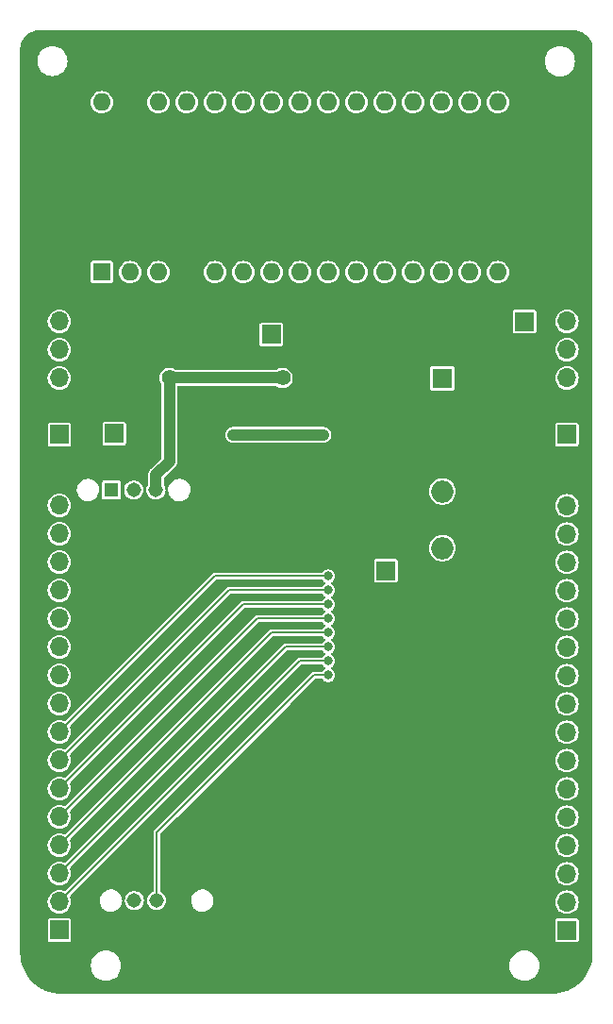
<source format=gbr>
G04 #@! TF.GenerationSoftware,KiCad,Pcbnew,7.0.5*
G04 #@! TF.CreationDate,2024-08-22T14:11:36-04:00*
G04 #@! TF.ProjectId,xDev_eval,78446576-5f65-4766-916c-2e6b69636164,V0.5*
G04 #@! TF.SameCoordinates,Original*
G04 #@! TF.FileFunction,Copper,L2,Bot*
G04 #@! TF.FilePolarity,Positive*
%FSLAX46Y46*%
G04 Gerber Fmt 4.6, Leading zero omitted, Abs format (unit mm)*
G04 Created by KiCad (PCBNEW 7.0.5) date 2024-08-22 14:11:36*
%MOMM*%
%LPD*%
G01*
G04 APERTURE LIST*
G04 #@! TA.AperFunction,ComponentPad*
%ADD10R,1.800000X1.800000*%
G04 #@! TD*
G04 #@! TA.AperFunction,ComponentPad*
%ADD11O,2.000000X2.000000*%
G04 #@! TD*
G04 #@! TA.AperFunction,ComponentPad*
%ADD12C,1.308000*%
G04 #@! TD*
G04 #@! TA.AperFunction,ComponentPad*
%ADD13R,1.308000X1.308000*%
G04 #@! TD*
G04 #@! TA.AperFunction,ComponentPad*
%ADD14R,1.600000X1.600000*%
G04 #@! TD*
G04 #@! TA.AperFunction,ComponentPad*
%ADD15O,1.600000X1.600000*%
G04 #@! TD*
G04 #@! TA.AperFunction,ComponentPad*
%ADD16R,1.700000X1.700000*%
G04 #@! TD*
G04 #@! TA.AperFunction,ComponentPad*
%ADD17O,1.700000X1.700000*%
G04 #@! TD*
G04 #@! TA.AperFunction,ViaPad*
%ADD18C,1.000000*%
G04 #@! TD*
G04 #@! TA.AperFunction,ViaPad*
%ADD19C,0.800000*%
G04 #@! TD*
G04 #@! TA.AperFunction,ViaPad*
%ADD20C,1.400000*%
G04 #@! TD*
G04 #@! TA.AperFunction,Conductor*
%ADD21C,1.000000*%
G04 #@! TD*
G04 #@! TA.AperFunction,Conductor*
%ADD22C,0.200000*%
G04 #@! TD*
G04 APERTURE END LIST*
D10*
X160020000Y-86995000D03*
D11*
X160020000Y-89535000D03*
X160020000Y-97155000D03*
X160020000Y-99695000D03*
X160020000Y-102235000D03*
D12*
X132359500Y-133858000D03*
X134359500Y-133858000D03*
D13*
X136359500Y-133858000D03*
D14*
X129440000Y-77470000D03*
D15*
X131980000Y-77470000D03*
X134520000Y-77470000D03*
X137060000Y-77470000D03*
X139600000Y-77470000D03*
X142140000Y-77470000D03*
X144680000Y-77470000D03*
X147220000Y-77470000D03*
X149760000Y-77470000D03*
X152300000Y-77470000D03*
X154840000Y-77470000D03*
X157380000Y-77470000D03*
X159920000Y-77470000D03*
X162460000Y-77470000D03*
X165000000Y-77470000D03*
X165000000Y-62230000D03*
X162460000Y-62230000D03*
X159920000Y-62230000D03*
X157380000Y-62230000D03*
X154840000Y-62230000D03*
X152300000Y-62230000D03*
X149760000Y-62230000D03*
X147220000Y-62230000D03*
X144680000Y-62230000D03*
X142140000Y-62230000D03*
X139600000Y-62230000D03*
X137060000Y-62230000D03*
X134520000Y-62230000D03*
X131980000Y-62230000D03*
X129440000Y-62230000D03*
D16*
X125630000Y-92050000D03*
D17*
X125630000Y-89510000D03*
X125630000Y-86970000D03*
X125630000Y-84430000D03*
X125630000Y-81890000D03*
D12*
X134298000Y-97028000D03*
X132298000Y-97028000D03*
D13*
X130298000Y-97028000D03*
D16*
X167391000Y-81915000D03*
D17*
X164851000Y-81915000D03*
D16*
X171196000Y-92050000D03*
D17*
X171196000Y-89510000D03*
X171196000Y-86970000D03*
X171196000Y-84430000D03*
X171196000Y-81890000D03*
D16*
X144648000Y-83058000D03*
D17*
X147188000Y-83058000D03*
D16*
X171196000Y-136525000D03*
D17*
X171196000Y-133985000D03*
X171196000Y-131445000D03*
X171196000Y-128905000D03*
X171196000Y-126365000D03*
X171196000Y-123825000D03*
X171196000Y-121285000D03*
X171196000Y-118745000D03*
X171196000Y-116205000D03*
X171196000Y-113665000D03*
X171196000Y-111125000D03*
X171196000Y-108585000D03*
X171196000Y-106045000D03*
X171196000Y-103505000D03*
X171196000Y-100965000D03*
X171196000Y-98425000D03*
D16*
X130556000Y-91953000D03*
D17*
X130556000Y-89413000D03*
D16*
X154940000Y-104262000D03*
D17*
X154940000Y-106802000D03*
D16*
X125630000Y-136500000D03*
D17*
X125630000Y-133960000D03*
X125630000Y-131420000D03*
X125630000Y-128880000D03*
X125630000Y-126340000D03*
X125630000Y-123800000D03*
X125630000Y-121260000D03*
X125630000Y-118720000D03*
X125630000Y-116180000D03*
X125630000Y-113640000D03*
X125630000Y-111100000D03*
X125630000Y-108560000D03*
X125630000Y-106020000D03*
X125630000Y-103480000D03*
X125630000Y-100940000D03*
X125630000Y-98400000D03*
D18*
X153974800Y-93573600D03*
X158750000Y-85344000D03*
X155905200Y-90875500D03*
X155956000Y-88239600D03*
X155498800Y-93878400D03*
X154686000Y-88773000D03*
X150622000Y-93345000D03*
X157988000Y-89509600D03*
X156870400Y-89509600D03*
X149225000Y-89535000D03*
X157988000Y-99060000D03*
X162052000Y-100965000D03*
X162052000Y-98425000D03*
X162052000Y-88265000D03*
D19*
X167640000Y-98425000D03*
X162687000Y-103505000D03*
D20*
X135509000Y-86970000D03*
X145679500Y-86970000D03*
D18*
X155194000Y-138684000D03*
D19*
X148844000Y-130683000D03*
X138303000Y-127635000D03*
X157480000Y-118745000D03*
X153924000Y-132207000D03*
X128778000Y-100711000D03*
D18*
X151130000Y-69240000D03*
X132461000Y-92964000D03*
X146050000Y-74320000D03*
X149225000Y-96139000D03*
D19*
X136398000Y-95377000D03*
D18*
X153670000Y-71780000D03*
D19*
X127381000Y-111887000D03*
D18*
X132334000Y-136144000D03*
D19*
X162560000Y-123825000D03*
X128778000Y-106807000D03*
X148209000Y-125349000D03*
D18*
X155829000Y-108458000D03*
X124714000Y-141224000D03*
D19*
X128524000Y-135509000D03*
X137033000Y-126365000D03*
D18*
X156210000Y-81026000D03*
X168910000Y-64135000D03*
X130810000Y-64160000D03*
X163830000Y-76269500D03*
D19*
X136017000Y-127381000D03*
X161290000Y-109855000D03*
D18*
X163830000Y-60706000D03*
D19*
X125476000Y-93726000D03*
X159004000Y-135255000D03*
X154940000Y-116205000D03*
D18*
X153580000Y-82600000D03*
X130683000Y-106172000D03*
D19*
X154178000Y-116967000D03*
X157861000Y-124587000D03*
X164084000Y-136779000D03*
D18*
X134493000Y-99822000D03*
D19*
X153924000Y-136779000D03*
X168910000Y-102235000D03*
X163830000Y-109855000D03*
D18*
X125730000Y-66700000D03*
X146050000Y-66700000D03*
D19*
X142494000Y-110744000D03*
X168910000Y-122555000D03*
D18*
X136779000Y-90805000D03*
X138430000Y-66700000D03*
X163830000Y-71780000D03*
D19*
X146177000Y-127381000D03*
X167640000Y-123825000D03*
D18*
X168402000Y-79502000D03*
X168910000Y-60706000D03*
D19*
X157480000Y-108585000D03*
X159004000Y-129159000D03*
D18*
X137414000Y-136144000D03*
X135890000Y-65405000D03*
D19*
X163830000Y-120015000D03*
D18*
X148971000Y-88265000D03*
X127254000Y-138684000D03*
X128270000Y-74320000D03*
X143383000Y-80518000D03*
D19*
X143637000Y-124841000D03*
X168910000Y-112395000D03*
X159004000Y-133731000D03*
X164084000Y-133731000D03*
X148844000Y-132207000D03*
D18*
X131699000Y-85598000D03*
D19*
X133096000Y-117475000D03*
X131064000Y-129794000D03*
X163830000Y-114935000D03*
X137414000Y-113284000D03*
X160020000Y-108585000D03*
X141605000Y-103251000D03*
D18*
X161290000Y-66700000D03*
X151130000Y-76269500D03*
D19*
X137414000Y-115824000D03*
D18*
X168910000Y-74320000D03*
X168910000Y-69240000D03*
X126619000Y-80518000D03*
X135890000Y-66700000D03*
X167132000Y-95885000D03*
D19*
X150368000Y-127635000D03*
D18*
X130683000Y-103632000D03*
X152654000Y-138684000D03*
X153670000Y-74320000D03*
D19*
X165100000Y-131445000D03*
X151384000Y-129159000D03*
X127381000Y-100711000D03*
D18*
X153670000Y-58166000D03*
X129159000Y-90424000D03*
D19*
X156210000Y-117475000D03*
X148844000Y-136779000D03*
D18*
X138176000Y-104902000D03*
X143510000Y-71780000D03*
D19*
X137414000Y-131064000D03*
D18*
X130810000Y-74320000D03*
D19*
X141351000Y-93345000D03*
X157480000Y-113665000D03*
X134620000Y-118745000D03*
D18*
X131953000Y-88265000D03*
X140970000Y-64160000D03*
D19*
X128778000Y-114427000D03*
X160020000Y-106045000D03*
D18*
X128270000Y-64160000D03*
X149733000Y-114935000D03*
X132334000Y-141224000D03*
D19*
X127381000Y-104267000D03*
D18*
X123190000Y-71780000D03*
X157734000Y-138684000D03*
D19*
X149225000Y-124333000D03*
X158750000Y-122555000D03*
D18*
X148590000Y-69240000D03*
X134239000Y-80518000D03*
X155194000Y-141224000D03*
X133350000Y-60706000D03*
X162052000Y-95885000D03*
D19*
X163830000Y-112395000D03*
D18*
X166370000Y-64160000D03*
D19*
X153670000Y-114935000D03*
D18*
X151130000Y-60706000D03*
D19*
X144399000Y-121539000D03*
X157480000Y-111125000D03*
D18*
X164592000Y-98425000D03*
D19*
X163830000Y-125095000D03*
X134620000Y-123698000D03*
X133604000Y-132334000D03*
X145034000Y-110744000D03*
D18*
X148590000Y-74320000D03*
D19*
X141224000Y-88138000D03*
D18*
X140970000Y-69240000D03*
X151130000Y-66700000D03*
D19*
X166370000Y-102235000D03*
X168910000Y-132715000D03*
X152908000Y-124587000D03*
X131064000Y-117094000D03*
D18*
X161290000Y-76269500D03*
D19*
X168910000Y-107315000D03*
D18*
X137033000Y-106045000D03*
X145542000Y-93345000D03*
D19*
X159004000Y-130683000D03*
X161544000Y-133731000D03*
D18*
X128270000Y-66700000D03*
D19*
X152908000Y-111760000D03*
D18*
X148590000Y-76269500D03*
D19*
X161544000Y-132207000D03*
D18*
X128270000Y-69240000D03*
X148590000Y-64160000D03*
X123190000Y-76860000D03*
X151638000Y-101854000D03*
X143510000Y-69240000D03*
D19*
X137287000Y-128651000D03*
D18*
X136812458Y-88199541D03*
X166370000Y-71780000D03*
X131953000Y-102362000D03*
D19*
X153924000Y-135255000D03*
X152908000Y-109220000D03*
D18*
X172466000Y-90551000D03*
X133350000Y-58166000D03*
X166370000Y-78257000D03*
X134239000Y-90805000D03*
X130810000Y-60706000D03*
D19*
X166370000Y-122555000D03*
X128778000Y-111887000D03*
X128524000Y-117094000D03*
D18*
X158750000Y-69240000D03*
X168910000Y-83566000D03*
D19*
X145669000Y-122809000D03*
X138684000Y-106934000D03*
D18*
X133350000Y-64160000D03*
X130810000Y-58166000D03*
D19*
X161290000Y-125095000D03*
D18*
X170180000Y-96012000D03*
X131699000Y-83058000D03*
D19*
X128524000Y-119634000D03*
D18*
X169672000Y-93345000D03*
D19*
X165100000Y-123825000D03*
X161290000Y-114935000D03*
D18*
X146558000Y-96139000D03*
D19*
X165100000Y-103505000D03*
X143129000Y-130429000D03*
X141605000Y-126873000D03*
X146558000Y-136779000D03*
X161544000Y-130683000D03*
X145034000Y-113284000D03*
X129794000Y-120904000D03*
D18*
X156210000Y-60706000D03*
X158750000Y-71780000D03*
D19*
X168910000Y-120015000D03*
D18*
X143383000Y-78486000D03*
D19*
X167640000Y-113665000D03*
D18*
X162814000Y-141224000D03*
X154178000Y-110109000D03*
D19*
X166370000Y-104775000D03*
D18*
X124333000Y-90551000D03*
X167132000Y-88265000D03*
D19*
X128524000Y-132334000D03*
X163830000Y-104775000D03*
D18*
X138430000Y-76269500D03*
D19*
X160020000Y-111125000D03*
X133604000Y-129794000D03*
X165100000Y-121285000D03*
D18*
X163830000Y-83566000D03*
D19*
X131064000Y-122174000D03*
D18*
X138475704Y-64114296D03*
X172974000Y-138684000D03*
D19*
X127381000Y-114427000D03*
X160020000Y-113665000D03*
X166624000Y-136779000D03*
X152908000Y-104140000D03*
X128778000Y-110363000D03*
X167640000Y-103505000D03*
D18*
X140970000Y-71780000D03*
X131953000Y-90424000D03*
X158660000Y-82600000D03*
X161290000Y-60706000D03*
X130810000Y-71780000D03*
D19*
X151384000Y-132207000D03*
X162560000Y-121285000D03*
X153924000Y-129159000D03*
D18*
X123190000Y-61747000D03*
X146050000Y-71780000D03*
X151638000Y-99695000D03*
D19*
X141224000Y-106934000D03*
D18*
X143383000Y-88392000D03*
X166370000Y-85598000D03*
X151130000Y-74320000D03*
D19*
X146685000Y-131953000D03*
D18*
X140970000Y-60706000D03*
D19*
X156464000Y-135255000D03*
X165100000Y-128905000D03*
X167640000Y-131445000D03*
D18*
X130813500Y-76269500D03*
X168910000Y-66700000D03*
X148590000Y-58166000D03*
D19*
X138684000Y-114554000D03*
X152654000Y-116967000D03*
D18*
X166370000Y-79502000D03*
X156210000Y-71780000D03*
D19*
X127381000Y-99441000D03*
D18*
X171196000Y-71780000D03*
D19*
X143383000Y-132715000D03*
D18*
X166370000Y-60706000D03*
D19*
X129794000Y-123444000D03*
X159004000Y-136779000D03*
X152908000Y-106680000D03*
D18*
X135763000Y-101092000D03*
D19*
X165100000Y-106045000D03*
D18*
X133223000Y-101092000D03*
D19*
X122555000Y-92837000D03*
X156464000Y-129159000D03*
D18*
X134239000Y-85598000D03*
D19*
X156210000Y-120015000D03*
X152400000Y-121539000D03*
X128524000Y-127254000D03*
X160274000Y-126111000D03*
D18*
X138684000Y-91948000D03*
X130683000Y-101092000D03*
D19*
X128778000Y-102489000D03*
D18*
X156972000Y-106172000D03*
X145542000Y-90678000D03*
D19*
X159004000Y-132207000D03*
D18*
X163830000Y-58166000D03*
X156210000Y-74320000D03*
X146558000Y-93345000D03*
X158115000Y-106172000D03*
D19*
X158750000Y-112395000D03*
D18*
X163830000Y-64160000D03*
D19*
X134620000Y-121285000D03*
D18*
X169672000Y-90805000D03*
D19*
X145415000Y-130683000D03*
D18*
X154305000Y-85598000D03*
X146050000Y-64160000D03*
X163830000Y-74320000D03*
D19*
X141351000Y-94361000D03*
X168910000Y-104775000D03*
X168910000Y-117475000D03*
X139954000Y-110744000D03*
X162560000Y-113665000D03*
X141351000Y-96266000D03*
D18*
X163830000Y-85598000D03*
D19*
X138049000Y-125349000D03*
X163830000Y-122555000D03*
D18*
X133858000Y-92964000D03*
X124714000Y-80518000D03*
D19*
X167640000Y-121285000D03*
X136525000Y-132334000D03*
D18*
X128270000Y-58166000D03*
X139954000Y-136144000D03*
X170434000Y-141224000D03*
D19*
X168910000Y-109855000D03*
X163830000Y-117475000D03*
D18*
X142494000Y-138684000D03*
D19*
X127254000Y-128524000D03*
X154813000Y-121539000D03*
X132334000Y-131064000D03*
X154940000Y-111125000D03*
D18*
X133350000Y-76269500D03*
D19*
X143764000Y-109474000D03*
X139319000Y-126619000D03*
D18*
X158750000Y-76269500D03*
D19*
X162560000Y-111125000D03*
X144653000Y-133985000D03*
D18*
X152654000Y-141224000D03*
X171196000Y-69240000D03*
X140970000Y-74320000D03*
X137414000Y-138684000D03*
X124333000Y-88265000D03*
D19*
X127381000Y-112903000D03*
X137795000Y-123063000D03*
D18*
X164592000Y-90805000D03*
D19*
X149491622Y-120002378D03*
D18*
X136779000Y-99060000D03*
D19*
X145288000Y-100203000D03*
X142113000Y-131445000D03*
X139954000Y-113284000D03*
X127254000Y-131064000D03*
X156210000Y-112395000D03*
X136144000Y-129794000D03*
D18*
X161290000Y-85344000D03*
X153670000Y-64160000D03*
D19*
X165100000Y-113665000D03*
X150368000Y-126111000D03*
D18*
X129159000Y-83058000D03*
X126746000Y-83185000D03*
D19*
X135128000Y-135001000D03*
X166497000Y-135255000D03*
X144145000Y-119253000D03*
D18*
X135890000Y-74320000D03*
X128270000Y-60706000D03*
D19*
X141224000Y-112014000D03*
D18*
X135890000Y-60706000D03*
D19*
X155321000Y-123063000D03*
X140589000Y-127889000D03*
D18*
X134493000Y-102362000D03*
D19*
X138684000Y-112014000D03*
X149860000Y-121539000D03*
D18*
X137033000Y-104902000D03*
X124714000Y-138684000D03*
D19*
X146685000Y-121793000D03*
D18*
X125730000Y-76860000D03*
X141224000Y-83058000D03*
D19*
X150368000Y-124587000D03*
X166370000Y-112395000D03*
D18*
X143510000Y-60706000D03*
D19*
X133477000Y-124841000D03*
X136271000Y-119507000D03*
D18*
X153670000Y-60706000D03*
D19*
X128778000Y-104267000D03*
X153924000Y-130683000D03*
X151384000Y-135255000D03*
X131064000Y-127254000D03*
X150749000Y-117094000D03*
X168910000Y-125095000D03*
D18*
X134874000Y-136144000D03*
X143510000Y-58166000D03*
X142494000Y-141224000D03*
X153670000Y-69240000D03*
D19*
X160020000Y-118745000D03*
X166370000Y-132715000D03*
D18*
X147574000Y-141224000D03*
D19*
X135128000Y-132334000D03*
D18*
X129159000Y-85598000D03*
D19*
X154432000Y-120015000D03*
X145161000Y-128397000D03*
D18*
X141097000Y-99949000D03*
D19*
X128778000Y-105283000D03*
D18*
X171196000Y-76860000D03*
X149225000Y-85598000D03*
X148590000Y-116078000D03*
D19*
X127254000Y-123444000D03*
D18*
X166370000Y-66700000D03*
X125730000Y-69240000D03*
D19*
X158750000Y-107315000D03*
X157861000Y-126111000D03*
X147447000Y-128651000D03*
D18*
X161290000Y-71780000D03*
D19*
X128778000Y-99441000D03*
D18*
X132334000Y-138684000D03*
D19*
X142875000Y-128143000D03*
D18*
X161290000Y-64160000D03*
D19*
X168910000Y-130175000D03*
D18*
X146050000Y-76269500D03*
X136779000Y-85598000D03*
D19*
X157861000Y-127635000D03*
D18*
X126746000Y-85725000D03*
X157734000Y-141224000D03*
D19*
X135763000Y-125095000D03*
D18*
X156210000Y-64160000D03*
X131191000Y-95631000D03*
D19*
X144907000Y-126111000D03*
D18*
X156210000Y-58166000D03*
X138684000Y-85598000D03*
X135890000Y-71780000D03*
X149225000Y-83312000D03*
D19*
X156464000Y-132207000D03*
X133096000Y-122682000D03*
D18*
X170434000Y-138684000D03*
D19*
X163830000Y-130175000D03*
X127254000Y-125984000D03*
X151384000Y-136779000D03*
D18*
X158750000Y-81026000D03*
D19*
X146939000Y-135255000D03*
D18*
X148590000Y-60706000D03*
X136779000Y-93218000D03*
X128905000Y-95504000D03*
X164592000Y-88265000D03*
X123190000Y-66700000D03*
X158750000Y-74320000D03*
D19*
X166370000Y-130175000D03*
D18*
X171577000Y-79629000D03*
D19*
X152908000Y-107950000D03*
X147574000Y-113284000D03*
D18*
X125730000Y-64160000D03*
D19*
X146304000Y-112014000D03*
D18*
X156210000Y-66700000D03*
X153670000Y-66700000D03*
D19*
X152908000Y-113030000D03*
X122555000Y-88265000D03*
D18*
X130810000Y-66700000D03*
D19*
X141224000Y-114554000D03*
X128778000Y-109347000D03*
X152908000Y-110490000D03*
X142367000Y-133731000D03*
X152908000Y-127635000D03*
X141859000Y-129159000D03*
D18*
X165354000Y-138684000D03*
X148336000Y-99568000D03*
X162052000Y-92964000D03*
D19*
X142113000Y-121285000D03*
D18*
X131064000Y-93726000D03*
D19*
X161290000Y-112395000D03*
X145923000Y-125095000D03*
D18*
X161290000Y-58166000D03*
D19*
X166370000Y-99695000D03*
D18*
X134239000Y-88265000D03*
D19*
X141097000Y-132461000D03*
D18*
X167132000Y-90805000D03*
X158750000Y-60706000D03*
D19*
X153924000Y-133731000D03*
X167640000Y-111125000D03*
D18*
X171196000Y-64135000D03*
X123190000Y-69240000D03*
D19*
X135128000Y-129794000D03*
D18*
X165862000Y-80645000D03*
D19*
X134747000Y-126111000D03*
X161290000Y-104775000D03*
D18*
X134874000Y-141224000D03*
X164592000Y-93345000D03*
D19*
X144653000Y-123825000D03*
X150241000Y-123063000D03*
D18*
X142138400Y-75717000D03*
X130683000Y-99187000D03*
X127254000Y-93726000D03*
X172339000Y-88265000D03*
D19*
X165354000Y-133731000D03*
D18*
X128905000Y-93726000D03*
D19*
X140081000Y-123317000D03*
X127254000Y-118364000D03*
X161290000Y-120015000D03*
X167640000Y-136525000D03*
D18*
X150495000Y-82042000D03*
X156120000Y-82600000D03*
D19*
X165100000Y-116205000D03*
X151384000Y-133731000D03*
X163830000Y-107315000D03*
X128524000Y-124714000D03*
X156464000Y-133731000D03*
D18*
X171196000Y-66954000D03*
D19*
X163830000Y-127635000D03*
X147955000Y-123063000D03*
D18*
X134874000Y-138684000D03*
D19*
X143764000Y-112014000D03*
D18*
X138430000Y-69240000D03*
X137414000Y-141224000D03*
D19*
X142494000Y-108204000D03*
X165100000Y-100965000D03*
X122555000Y-90551000D03*
X145415000Y-120523000D03*
X151384000Y-130683000D03*
X129794000Y-128524000D03*
D18*
X133350000Y-74320000D03*
X151765000Y-85598000D03*
X138430000Y-60706000D03*
D19*
X138430000Y-88138000D03*
X166370000Y-117475000D03*
X161290000Y-122555000D03*
D18*
X128270000Y-71780000D03*
D19*
X163830000Y-102235000D03*
D18*
X138430000Y-74320000D03*
D19*
X127381000Y-109347000D03*
X147320000Y-133731000D03*
D18*
X156210000Y-85598000D03*
D19*
X162560000Y-126365000D03*
X164084000Y-135255000D03*
X161544000Y-135255000D03*
D18*
X167640000Y-76987000D03*
X135890000Y-58166000D03*
X162052000Y-90805000D03*
D19*
X160020000Y-121285000D03*
X167640000Y-100965000D03*
X166370000Y-125095000D03*
X131064000Y-132334000D03*
X157480000Y-123063000D03*
D18*
X146050000Y-69240000D03*
X148590000Y-71780000D03*
X146050000Y-94742000D03*
D19*
X158750000Y-114935000D03*
X165100000Y-111125000D03*
D18*
X150114000Y-138684000D03*
X149225000Y-93345000D03*
D19*
X128524000Y-122174000D03*
D18*
X131699000Y-80518000D03*
D19*
X143383000Y-122555000D03*
X167640000Y-108585000D03*
X137414000Y-108204000D03*
D18*
X150114000Y-141224000D03*
D19*
X131064000Y-124714000D03*
D18*
X164592000Y-95885000D03*
X140843000Y-78486000D03*
D19*
X128778000Y-112903000D03*
D18*
X160274000Y-141224000D03*
D19*
X167640000Y-116205000D03*
D18*
X144018000Y-103759000D03*
X158750000Y-66700000D03*
X138557000Y-99060000D03*
D19*
X152908000Y-126111000D03*
X162560000Y-108585000D03*
D18*
X139954000Y-141224000D03*
X153670000Y-81026000D03*
D19*
X168910000Y-99695000D03*
D18*
X129159000Y-80518000D03*
D19*
X167640000Y-106045000D03*
X167640000Y-133985000D03*
X158750000Y-109855000D03*
D18*
X136779000Y-80518000D03*
X145542000Y-80518000D03*
D19*
X146304000Y-114554000D03*
X167640000Y-118745000D03*
D18*
X140970000Y-66700000D03*
X154178000Y-108458000D03*
D19*
X167640000Y-126365000D03*
D18*
X143510000Y-66700000D03*
D19*
X155448000Y-124587000D03*
X160020000Y-116205000D03*
D18*
X145542000Y-85344000D03*
D19*
X161290000Y-107315000D03*
X142367000Y-123571000D03*
X148844000Y-135255000D03*
D18*
X138684000Y-80518000D03*
X133223000Y-103632000D03*
X148590000Y-114935000D03*
D19*
X128778000Y-107823000D03*
X157480000Y-121285000D03*
X155194000Y-118491000D03*
D18*
X162814000Y-138684000D03*
X134239000Y-83058000D03*
D19*
X141224000Y-134874000D03*
X127381000Y-115443000D03*
X141351000Y-124587000D03*
D18*
X163703000Y-80645000D03*
X151130000Y-71780000D03*
X143510000Y-64160000D03*
D19*
X145669000Y-132969000D03*
D18*
X123190000Y-64160000D03*
D19*
X161290000Y-117475000D03*
X155448000Y-127635000D03*
D18*
X156210000Y-76269500D03*
X130810000Y-69240000D03*
D19*
X138684000Y-109474000D03*
X166370000Y-109855000D03*
X132334000Y-128524000D03*
D18*
X145479500Y-88646000D03*
D19*
X162560000Y-118745000D03*
D18*
X141224000Y-85598000D03*
X141224000Y-80518000D03*
X145034000Y-141224000D03*
D19*
X139954000Y-108204000D03*
D18*
X132461000Y-94234000D03*
X165862000Y-83566000D03*
X169672000Y-88265000D03*
D19*
X156210000Y-114935000D03*
X160020000Y-123825000D03*
X158750000Y-120015000D03*
D18*
X161290000Y-69240000D03*
D19*
X152019000Y-120052500D03*
D18*
X153670000Y-76269500D03*
D19*
X129794000Y-131064000D03*
X168910000Y-114935000D03*
D18*
X140970000Y-58166000D03*
D19*
X146939000Y-124079000D03*
X144272000Y-100203000D03*
D18*
X163830000Y-69240000D03*
D19*
X140335000Y-125603000D03*
X164084000Y-132207000D03*
X137414000Y-110744000D03*
D18*
X138557000Y-96266000D03*
X153670000Y-101854000D03*
D19*
X141351000Y-95377000D03*
D18*
X143383000Y-90805000D03*
X147447000Y-116078000D03*
D19*
X139065000Y-124333000D03*
D18*
X158750000Y-58166000D03*
D19*
X122555000Y-85979000D03*
D18*
X133350000Y-66700000D03*
D19*
X166370000Y-114935000D03*
X165100000Y-118745000D03*
D18*
X143129000Y-95377000D03*
X136779000Y-83058000D03*
D19*
X146431000Y-129667000D03*
X166370000Y-127635000D03*
D18*
X133350000Y-69240000D03*
D19*
X147193000Y-126365000D03*
D18*
X149733000Y-116078000D03*
X161200000Y-82600000D03*
D19*
X156464000Y-136779000D03*
X142494000Y-136144000D03*
D18*
X138430000Y-71780000D03*
X135890000Y-69240000D03*
D19*
X127381000Y-102489000D03*
X127381000Y-107823000D03*
D18*
X160274000Y-138684000D03*
X152781000Y-93345000D03*
D19*
X138557000Y-129921000D03*
X139573000Y-128905000D03*
D18*
X125730000Y-61747000D03*
D19*
X133604000Y-135001000D03*
D18*
X133350000Y-71780000D03*
X161290000Y-81026000D03*
D19*
X144907000Y-136271000D03*
D18*
X151130000Y-64160000D03*
X131953000Y-104902000D03*
D19*
X152781000Y-123063000D03*
X166370000Y-107315000D03*
D18*
X123190000Y-74320000D03*
D19*
X143129000Y-120269000D03*
X158750000Y-117475000D03*
X166370000Y-120015000D03*
X145034000Y-115824000D03*
D18*
X150622000Y-94742000D03*
D19*
X129794000Y-118364000D03*
X157480000Y-116205000D03*
X139954000Y-115824000D03*
X148463000Y-127635000D03*
X140843000Y-130175000D03*
X141224000Y-109474000D03*
D18*
X125730000Y-71780000D03*
X129159000Y-88265000D03*
D19*
X143637000Y-135001000D03*
D18*
X138430000Y-58166000D03*
X125730000Y-74320000D03*
X143383000Y-93345000D03*
D19*
X128524000Y-137287000D03*
X165100000Y-108585000D03*
X133223000Y-95250000D03*
X133096000Y-120142000D03*
X156210000Y-109855000D03*
X155448000Y-126111000D03*
D18*
X146050000Y-60706000D03*
D19*
X127381000Y-110363000D03*
X154940000Y-113665000D03*
X165100000Y-126365000D03*
X142494000Y-113284000D03*
X143891000Y-127127000D03*
X144145000Y-129413000D03*
X142621000Y-125857000D03*
D18*
X144907000Y-96139000D03*
D19*
X148844000Y-129159000D03*
D18*
X152019000Y-96139000D03*
X149352000Y-80518000D03*
X143383000Y-85598000D03*
D19*
X144399000Y-131699000D03*
X162560000Y-116205000D03*
D18*
X138684000Y-83058000D03*
D19*
X139954000Y-105664000D03*
X124333000Y-94869000D03*
X127254000Y-120904000D03*
X131064000Y-119634000D03*
X168910000Y-127635000D03*
X139827000Y-131191000D03*
X169022100Y-135087701D03*
D18*
X167132000Y-93345000D03*
X145034000Y-138684000D03*
X166370000Y-74320000D03*
X151130000Y-58166000D03*
D19*
X161544000Y-129159000D03*
X142494000Y-115824000D03*
D18*
X139954000Y-138684000D03*
X147574000Y-138684000D03*
X165354000Y-141097000D03*
D19*
X136271000Y-122047000D03*
X133604000Y-127254000D03*
D18*
X148590000Y-66700000D03*
D19*
X162560000Y-106045000D03*
X141097000Y-122301000D03*
D18*
X161290000Y-74320000D03*
X127254000Y-141224000D03*
X149225000Y-90805000D03*
D19*
X148844000Y-133731000D03*
X136779000Y-124079000D03*
D18*
X158750000Y-64160000D03*
X135890000Y-76269500D03*
D19*
X143764000Y-114554000D03*
D18*
X146050000Y-58166000D03*
D19*
X161544000Y-136779000D03*
X129794000Y-125984000D03*
X156464000Y-130683000D03*
X127381000Y-106807000D03*
D18*
X143510000Y-74320000D03*
X166370000Y-58166000D03*
D19*
X153670000Y-112395000D03*
X160274000Y-127635000D03*
X128524000Y-129794000D03*
D18*
X156210000Y-69240000D03*
D19*
X152908000Y-105410000D03*
X127381000Y-105283000D03*
D18*
X133858000Y-94234000D03*
D19*
X167640000Y-128905000D03*
X149760000Y-113640000D03*
X149760000Y-112370000D03*
X149760000Y-111100000D03*
X149760000Y-109830000D03*
X149760000Y-108560000D03*
X149760000Y-107290000D03*
X149760000Y-106020000D03*
X149760000Y-104750000D03*
D18*
X149352000Y-92075000D03*
X141224000Y-92075000D03*
D21*
X135509000Y-86970000D02*
X135509000Y-94441943D01*
X135509000Y-86970000D02*
X145679500Y-86970000D01*
X135509000Y-94441943D02*
X134298000Y-95652943D01*
X134298000Y-95652943D02*
X134298000Y-97028000D01*
D22*
X134366000Y-127762000D02*
X148488000Y-113640000D01*
X148488000Y-113640000D02*
X149760000Y-113640000D01*
X134366000Y-133851500D02*
X134366000Y-127762000D01*
X134359500Y-133858000D02*
X134366000Y-133851500D01*
X125630000Y-133960000D02*
X147220000Y-112370000D01*
X147220000Y-112370000D02*
X149760000Y-112370000D01*
X149760000Y-111100000D02*
X145950000Y-111100000D01*
X145950000Y-111100000D02*
X125630000Y-131420000D01*
X144680000Y-109830000D02*
X125630000Y-128880000D01*
X149760000Y-109830000D02*
X144680000Y-109830000D01*
X125630000Y-126340000D02*
X143410000Y-108560000D01*
X143410000Y-108560000D02*
X149760000Y-108560000D01*
X149760000Y-107290000D02*
X142140000Y-107290000D01*
X142140000Y-107290000D02*
X125630000Y-123800000D01*
X125630000Y-121260000D02*
X140870000Y-106020000D01*
X140870000Y-106020000D02*
X149760000Y-106020000D01*
X125630000Y-118720000D02*
X139600000Y-104750000D01*
X139600000Y-104750000D02*
X149760000Y-104750000D01*
D21*
X149352000Y-92075000D02*
X141224000Y-92075000D01*
G04 #@! TA.AperFunction,Conductor*
G36*
X171812208Y-55770657D02*
G01*
X172043020Y-55787165D01*
X172060529Y-55789683D01*
X172280144Y-55837458D01*
X172297103Y-55842437D01*
X172507694Y-55920983D01*
X172523777Y-55928327D01*
X172721036Y-56036040D01*
X172735919Y-56045605D01*
X172915836Y-56180289D01*
X172929207Y-56191875D01*
X173088124Y-56350792D01*
X173099710Y-56364163D01*
X173234394Y-56544080D01*
X173243959Y-56558963D01*
X173351669Y-56756217D01*
X173359019Y-56772311D01*
X173437559Y-56982887D01*
X173442543Y-56999862D01*
X173490316Y-57219470D01*
X173492834Y-57236982D01*
X173509342Y-57467789D01*
X173509500Y-57472213D01*
X173509500Y-138538470D01*
X173509425Y-138541513D01*
X173491834Y-138899571D01*
X173491238Y-138905629D01*
X173438861Y-139258724D01*
X173437674Y-139264695D01*
X173350940Y-139610953D01*
X173349173Y-139616779D01*
X173228920Y-139952862D01*
X173226590Y-139958486D01*
X173073968Y-140281181D01*
X173071098Y-140286551D01*
X172887591Y-140592713D01*
X172884209Y-140597775D01*
X172671563Y-140884494D01*
X172667701Y-140889200D01*
X172427989Y-141153684D01*
X172423689Y-141157983D01*
X172328751Y-141244029D01*
X172159200Y-141397701D01*
X172154494Y-141401563D01*
X171867775Y-141614209D01*
X171862713Y-141617591D01*
X171556551Y-141801098D01*
X171551181Y-141803968D01*
X171228486Y-141956590D01*
X171222862Y-141958920D01*
X170886779Y-142079173D01*
X170880953Y-142080940D01*
X170534695Y-142167674D01*
X170528724Y-142168861D01*
X170175629Y-142221238D01*
X170169571Y-142221834D01*
X169811514Y-142239425D01*
X169808471Y-142239500D01*
X125811529Y-142239500D01*
X125808486Y-142239425D01*
X125450428Y-142221834D01*
X125444370Y-142221238D01*
X125091275Y-142168861D01*
X125085307Y-142167674D01*
X125027188Y-142153116D01*
X124739046Y-142080940D01*
X124733220Y-142079173D01*
X124397137Y-141958920D01*
X124391513Y-141956590D01*
X124068818Y-141803968D01*
X124063453Y-141801101D01*
X123757286Y-141617591D01*
X123752224Y-141614209D01*
X123465505Y-141401563D01*
X123460799Y-141397701D01*
X123342295Y-141290296D01*
X123196300Y-141157974D01*
X123192025Y-141153699D01*
X122952296Y-140889198D01*
X122948436Y-140884494D01*
X122735790Y-140597775D01*
X122732408Y-140592713D01*
X122719634Y-140571401D01*
X122548894Y-140286539D01*
X122546031Y-140281181D01*
X122393409Y-139958486D01*
X122391079Y-139952862D01*
X122300603Y-139700000D01*
X128454341Y-139700000D01*
X128474936Y-139935403D01*
X128474938Y-139935413D01*
X128536094Y-140163655D01*
X128536096Y-140163659D01*
X128536097Y-140163663D01*
X128586031Y-140270746D01*
X128635964Y-140377828D01*
X128635965Y-140377830D01*
X128771505Y-140571402D01*
X128938597Y-140738494D01*
X129132169Y-140874034D01*
X129132171Y-140874035D01*
X129346337Y-140973903D01*
X129574592Y-141035063D01*
X129751032Y-141050499D01*
X129751033Y-141050500D01*
X129751034Y-141050500D01*
X129868967Y-141050500D01*
X129868967Y-141050499D01*
X130045408Y-141035063D01*
X130273663Y-140973903D01*
X130487829Y-140874035D01*
X130681401Y-140738495D01*
X130848495Y-140571401D01*
X130984035Y-140377830D01*
X131083903Y-140163663D01*
X131145063Y-139935408D01*
X131165659Y-139700000D01*
X166030341Y-139700000D01*
X166050936Y-139935403D01*
X166050938Y-139935413D01*
X166112094Y-140163655D01*
X166112096Y-140163659D01*
X166112097Y-140163663D01*
X166162031Y-140270746D01*
X166211964Y-140377828D01*
X166211965Y-140377830D01*
X166347505Y-140571402D01*
X166514597Y-140738494D01*
X166708169Y-140874034D01*
X166708171Y-140874035D01*
X166922337Y-140973903D01*
X167150592Y-141035063D01*
X167327032Y-141050499D01*
X167327033Y-141050500D01*
X167327034Y-141050500D01*
X167444967Y-141050500D01*
X167444967Y-141050499D01*
X167621408Y-141035063D01*
X167849663Y-140973903D01*
X168063829Y-140874035D01*
X168257401Y-140738495D01*
X168424495Y-140571401D01*
X168560035Y-140377830D01*
X168659903Y-140163663D01*
X168721063Y-139935408D01*
X168741659Y-139700000D01*
X168721063Y-139464592D01*
X168659903Y-139236337D01*
X168560035Y-139022171D01*
X168560034Y-139022169D01*
X168424494Y-138828597D01*
X168257402Y-138661505D01*
X168063830Y-138525965D01*
X168063828Y-138525964D01*
X167956745Y-138476030D01*
X167849663Y-138426097D01*
X167849659Y-138426096D01*
X167849655Y-138426094D01*
X167621413Y-138364938D01*
X167621403Y-138364936D01*
X167444967Y-138349500D01*
X167444966Y-138349500D01*
X167327034Y-138349500D01*
X167327033Y-138349500D01*
X167150596Y-138364936D01*
X167150586Y-138364938D01*
X166922344Y-138426094D01*
X166922335Y-138426098D01*
X166708171Y-138525964D01*
X166708169Y-138525965D01*
X166514597Y-138661505D01*
X166347506Y-138828597D01*
X166347501Y-138828604D01*
X166211967Y-139022165D01*
X166211965Y-139022169D01*
X166112098Y-139236335D01*
X166112094Y-139236344D01*
X166050938Y-139464586D01*
X166050936Y-139464596D01*
X166030341Y-139699999D01*
X166030341Y-139700000D01*
X131165659Y-139700000D01*
X131145063Y-139464592D01*
X131083903Y-139236337D01*
X130984035Y-139022171D01*
X130984034Y-139022169D01*
X130848494Y-138828597D01*
X130681402Y-138661505D01*
X130487830Y-138525965D01*
X130487828Y-138525964D01*
X130380745Y-138476030D01*
X130273663Y-138426097D01*
X130273659Y-138426096D01*
X130273655Y-138426094D01*
X130045413Y-138364938D01*
X130045403Y-138364936D01*
X129868967Y-138349500D01*
X129868966Y-138349500D01*
X129751034Y-138349500D01*
X129751033Y-138349500D01*
X129574596Y-138364936D01*
X129574586Y-138364938D01*
X129346344Y-138426094D01*
X129346335Y-138426098D01*
X129132171Y-138525964D01*
X129132169Y-138525965D01*
X128938597Y-138661505D01*
X128771506Y-138828597D01*
X128771501Y-138828604D01*
X128635967Y-139022165D01*
X128635965Y-139022169D01*
X128536098Y-139236335D01*
X128536094Y-139236344D01*
X128474938Y-139464586D01*
X128474936Y-139464596D01*
X128454341Y-139699999D01*
X128454341Y-139700000D01*
X122300603Y-139700000D01*
X122270826Y-139616779D01*
X122269059Y-139610953D01*
X122254651Y-139553435D01*
X122182321Y-139264676D01*
X122181138Y-139258724D01*
X122162752Y-139134776D01*
X122128760Y-138905624D01*
X122128165Y-138899571D01*
X122110574Y-138541512D01*
X122110500Y-138538508D01*
X122110500Y-138492405D01*
X122110500Y-138492404D01*
X122110500Y-137369752D01*
X124579500Y-137369752D01*
X124591131Y-137428229D01*
X124591132Y-137428230D01*
X124635447Y-137494552D01*
X124701769Y-137538867D01*
X124701770Y-137538868D01*
X124760247Y-137550499D01*
X124760250Y-137550500D01*
X124760252Y-137550500D01*
X126499750Y-137550500D01*
X126499751Y-137550499D01*
X126514568Y-137547552D01*
X126558229Y-137538868D01*
X126558229Y-137538867D01*
X126558231Y-137538867D01*
X126624552Y-137494552D01*
X126668867Y-137428231D01*
X126668867Y-137428229D01*
X126668868Y-137428229D01*
X126675527Y-137394752D01*
X170145500Y-137394752D01*
X170157131Y-137453229D01*
X170157132Y-137453230D01*
X170201447Y-137519552D01*
X170267769Y-137563867D01*
X170267770Y-137563868D01*
X170326247Y-137575499D01*
X170326250Y-137575500D01*
X170326252Y-137575500D01*
X172065750Y-137575500D01*
X172065751Y-137575499D01*
X172080568Y-137572552D01*
X172124229Y-137563868D01*
X172124229Y-137563867D01*
X172124231Y-137563867D01*
X172190552Y-137519552D01*
X172234867Y-137453231D01*
X172234867Y-137453229D01*
X172234868Y-137453229D01*
X172246499Y-137394752D01*
X172246500Y-137394750D01*
X172246500Y-135655249D01*
X172246499Y-135655247D01*
X172234868Y-135596770D01*
X172234867Y-135596769D01*
X172190552Y-135530447D01*
X172124230Y-135486132D01*
X172124229Y-135486131D01*
X172065752Y-135474500D01*
X172065748Y-135474500D01*
X170326252Y-135474500D01*
X170326247Y-135474500D01*
X170267770Y-135486131D01*
X170267769Y-135486132D01*
X170201447Y-135530447D01*
X170157132Y-135596769D01*
X170157131Y-135596770D01*
X170145500Y-135655247D01*
X170145500Y-137394752D01*
X126675527Y-137394752D01*
X126680499Y-137369752D01*
X126680500Y-137369750D01*
X126680500Y-135630249D01*
X126680499Y-135630247D01*
X126668868Y-135571770D01*
X126668867Y-135571769D01*
X126624552Y-135505447D01*
X126558230Y-135461132D01*
X126558229Y-135461131D01*
X126499752Y-135449500D01*
X126499748Y-135449500D01*
X124760252Y-135449500D01*
X124760247Y-135449500D01*
X124701770Y-135461131D01*
X124701769Y-135461132D01*
X124635447Y-135505447D01*
X124591132Y-135571769D01*
X124591131Y-135571770D01*
X124579500Y-135630247D01*
X124579500Y-137369752D01*
X122110500Y-137369752D01*
X122110500Y-133960000D01*
X124574417Y-133960000D01*
X124594699Y-134165932D01*
X124607239Y-134207271D01*
X124654768Y-134363954D01*
X124752315Y-134546450D01*
X124786969Y-134588677D01*
X124883589Y-134706410D01*
X124975886Y-134782155D01*
X125043550Y-134837685D01*
X125226046Y-134935232D01*
X125424066Y-134995300D01*
X125424065Y-134995300D01*
X125444347Y-134997297D01*
X125630000Y-135015583D01*
X125835934Y-134995300D01*
X126033954Y-134935232D01*
X126216450Y-134837685D01*
X126376410Y-134706410D01*
X126507685Y-134546450D01*
X126605232Y-134363954D01*
X126665300Y-134165934D01*
X126685583Y-133960000D01*
X126680554Y-133908936D01*
X129255131Y-133908936D01*
X129285942Y-134110063D01*
X129285945Y-134110075D01*
X129356611Y-134300881D01*
X129356615Y-134300888D01*
X129464245Y-134473567D01*
X129464249Y-134473572D01*
X129557289Y-134571450D01*
X129604441Y-134621053D01*
X129727077Y-134706410D01*
X129771449Y-134737294D01*
X129771450Y-134737294D01*
X129771451Y-134737295D01*
X129958442Y-134817540D01*
X130157759Y-134858500D01*
X130310243Y-134858500D01*
X130461939Y-134843074D01*
X130656079Y-134782162D01*
X130656080Y-134782161D01*
X130656088Y-134782159D01*
X130834002Y-134683409D01*
X130988395Y-134550866D01*
X131112948Y-134389958D01*
X131202560Y-134207271D01*
X131253563Y-134010285D01*
X131258403Y-133914835D01*
X131280058Y-133852885D01*
X131480270Y-133852885D01*
X131502838Y-133892253D01*
X131505563Y-133908148D01*
X131516299Y-134010285D01*
X131519069Y-134036640D01*
X131542929Y-134110075D01*
X131574575Y-134207471D01*
X131664387Y-134363029D01*
X131784578Y-134496515D01*
X131929896Y-134602095D01*
X132093990Y-134675154D01*
X132269688Y-134712500D01*
X132449312Y-134712500D01*
X132625010Y-134675154D01*
X132789104Y-134602095D01*
X132934422Y-134496515D01*
X133054613Y-134363029D01*
X133144425Y-134207471D01*
X133199931Y-134036639D01*
X133218707Y-133858000D01*
X133199931Y-133679361D01*
X133144425Y-133508529D01*
X133054613Y-133352971D01*
X132934422Y-133219485D01*
X132789104Y-133113905D01*
X132625010Y-133040846D01*
X132625008Y-133040845D01*
X132449312Y-133003500D01*
X132269688Y-133003500D01*
X132093990Y-133040845D01*
X132093985Y-133040847D01*
X131929897Y-133113905D01*
X131929892Y-133113907D01*
X131784579Y-133219483D01*
X131784572Y-133219489D01*
X131664386Y-133352972D01*
X131574574Y-133508530D01*
X131519069Y-133679359D01*
X131519068Y-133679361D01*
X131519069Y-133679361D01*
X131508590Y-133779067D01*
X131507683Y-133787693D01*
X131481098Y-133852308D01*
X131480270Y-133852885D01*
X131280058Y-133852885D01*
X131281458Y-133848880D01*
X131286504Y-133844936D01*
X131262385Y-133797037D01*
X131261792Y-133793508D01*
X131248342Y-133705714D01*
X131233056Y-133605929D01*
X131162386Y-133415113D01*
X131054752Y-133242429D01*
X130914559Y-133094947D01*
X130784159Y-133004186D01*
X130747550Y-132978705D01*
X130560556Y-132898459D01*
X130361241Y-132857500D01*
X130208758Y-132857500D01*
X130208757Y-132857500D01*
X130057060Y-132872925D01*
X129862920Y-132933837D01*
X129862905Y-132933844D01*
X129685000Y-133032589D01*
X129684995Y-133032592D01*
X129530606Y-133165132D01*
X129530604Y-133165134D01*
X129406054Y-133326037D01*
X129406053Y-133326040D01*
X129316440Y-133508728D01*
X129265437Y-133705714D01*
X129255131Y-133908936D01*
X126680554Y-133908936D01*
X126665300Y-133754066D01*
X126605232Y-133556046D01*
X126602264Y-133550493D01*
X126597620Y-133541804D01*
X126583379Y-133473401D01*
X126608380Y-133408157D01*
X126619291Y-133395678D01*
X147308151Y-112706819D01*
X147369475Y-112673334D01*
X147395833Y-112670500D01*
X149172518Y-112670500D01*
X149239557Y-112690185D01*
X149270894Y-112719014D01*
X149323302Y-112787315D01*
X149331718Y-112798282D01*
X149457159Y-112894536D01*
X149457166Y-112894541D01*
X149462487Y-112897613D01*
X149510703Y-112948179D01*
X149523927Y-113016786D01*
X149497959Y-113081651D01*
X149462487Y-113112387D01*
X149457166Y-113115458D01*
X149331716Y-113211719D01*
X149270894Y-113290986D01*
X149214466Y-113332189D01*
X149172518Y-113339500D01*
X148550842Y-113339500D01*
X148542268Y-113338905D01*
X148530239Y-113337227D01*
X148530236Y-113337227D01*
X148505220Y-113338383D01*
X148482491Y-113339434D01*
X148479628Y-113339500D01*
X148460156Y-113339500D01*
X148460151Y-113339500D01*
X148460149Y-113339501D01*
X148457515Y-113339993D01*
X148448985Y-113340982D01*
X148418008Y-113342415D01*
X148418006Y-113342415D01*
X148411665Y-113345215D01*
X148384379Y-113353664D01*
X148377572Y-113354936D01*
X148377566Y-113354939D01*
X148351202Y-113371261D01*
X148343603Y-113375266D01*
X148315237Y-113387792D01*
X148310336Y-113392693D01*
X148287942Y-113410431D01*
X148282048Y-113414080D01*
X148263359Y-113438827D01*
X148257718Y-113445310D01*
X134197948Y-127505080D01*
X134191464Y-127510722D01*
X134181768Y-127518044D01*
X134149559Y-127553374D01*
X134147585Y-127555442D01*
X134133827Y-127569200D01*
X134133822Y-127569206D01*
X134132306Y-127571420D01*
X134126976Y-127578148D01*
X134106083Y-127601066D01*
X134106083Y-127601067D01*
X134103578Y-127607533D01*
X134090259Y-127632802D01*
X134086345Y-127638515D01*
X134086343Y-127638521D01*
X134079244Y-127668699D01*
X134076702Y-127676907D01*
X134065500Y-127705826D01*
X134065500Y-127712751D01*
X134062206Y-127741141D01*
X134060621Y-127747877D01*
X134060621Y-127747881D01*
X134064905Y-127778590D01*
X134065500Y-127787166D01*
X134065500Y-132973004D01*
X134045815Y-133040043D01*
X133993011Y-133085798D01*
X133991936Y-133086283D01*
X133929897Y-133113904D01*
X133929892Y-133113907D01*
X133784579Y-133219483D01*
X133784572Y-133219489D01*
X133664386Y-133352972D01*
X133574574Y-133508530D01*
X133519069Y-133679359D01*
X133500293Y-133858000D01*
X133519069Y-134036640D01*
X133542929Y-134110075D01*
X133574575Y-134207471D01*
X133664387Y-134363029D01*
X133784578Y-134496515D01*
X133929896Y-134602095D01*
X134093990Y-134675154D01*
X134269688Y-134712500D01*
X134449312Y-134712500D01*
X134625010Y-134675154D01*
X134789104Y-134602095D01*
X134934422Y-134496515D01*
X135054613Y-134363029D01*
X135144425Y-134207471D01*
X135199931Y-134036639D01*
X135213353Y-133908936D01*
X137455131Y-133908936D01*
X137485942Y-134110063D01*
X137485945Y-134110075D01*
X137556611Y-134300881D01*
X137556615Y-134300888D01*
X137664245Y-134473567D01*
X137664249Y-134473572D01*
X137757289Y-134571450D01*
X137804441Y-134621053D01*
X137927077Y-134706410D01*
X137971449Y-134737294D01*
X137971450Y-134737294D01*
X137971451Y-134737295D01*
X138158442Y-134817540D01*
X138357759Y-134858500D01*
X138510243Y-134858500D01*
X138661939Y-134843074D01*
X138856079Y-134782162D01*
X138856080Y-134782161D01*
X138856088Y-134782159D01*
X139034002Y-134683409D01*
X139188395Y-134550866D01*
X139312948Y-134389958D01*
X139402560Y-134207271D01*
X139453563Y-134010285D01*
X139454845Y-133984999D01*
X170140417Y-133984999D01*
X170160699Y-134190932D01*
X170165716Y-134207471D01*
X170220768Y-134388954D01*
X170318315Y-134571450D01*
X170318317Y-134571452D01*
X170449589Y-134731410D01*
X170546209Y-134810702D01*
X170609550Y-134862685D01*
X170792046Y-134960232D01*
X170990066Y-135020300D01*
X170990065Y-135020300D01*
X171010347Y-135022297D01*
X171196000Y-135040583D01*
X171401934Y-135020300D01*
X171599954Y-134960232D01*
X171782450Y-134862685D01*
X171942410Y-134731410D01*
X172073685Y-134571450D01*
X172171232Y-134388954D01*
X172231300Y-134190934D01*
X172251583Y-133985000D01*
X172231300Y-133779066D01*
X172171232Y-133581046D01*
X172073685Y-133398550D01*
X172014178Y-133326040D01*
X171942410Y-133238589D01*
X171790480Y-133113905D01*
X171782450Y-133107315D01*
X171599954Y-133009768D01*
X171401934Y-132949700D01*
X171401932Y-132949699D01*
X171401934Y-132949699D01*
X171214463Y-132931235D01*
X171196000Y-132929417D01*
X171195999Y-132929417D01*
X170990067Y-132949699D01*
X170792043Y-133009769D01*
X170699345Y-133059318D01*
X170609550Y-133107315D01*
X170609548Y-133107316D01*
X170609547Y-133107317D01*
X170449589Y-133238589D01*
X170318317Y-133398547D01*
X170220769Y-133581043D01*
X170160699Y-133779067D01*
X170140417Y-133984999D01*
X139454845Y-133984999D01*
X139463869Y-133807064D01*
X139433056Y-133605929D01*
X139362386Y-133415113D01*
X139254752Y-133242429D01*
X139114559Y-133094947D01*
X138984159Y-133004186D01*
X138947550Y-132978705D01*
X138760556Y-132898459D01*
X138561241Y-132857500D01*
X138408758Y-132857500D01*
X138408757Y-132857500D01*
X138257060Y-132872925D01*
X138062920Y-132933837D01*
X138062905Y-132933844D01*
X137885000Y-133032589D01*
X137884995Y-133032592D01*
X137730606Y-133165132D01*
X137730604Y-133165134D01*
X137606054Y-133326037D01*
X137606053Y-133326040D01*
X137516440Y-133508728D01*
X137465437Y-133705714D01*
X137455131Y-133908936D01*
X135213353Y-133908936D01*
X135218707Y-133858000D01*
X135199931Y-133679361D01*
X135144425Y-133508529D01*
X135054613Y-133352971D01*
X134934422Y-133219485D01*
X134789104Y-133113905D01*
X134774303Y-133107315D01*
X134740063Y-133092070D01*
X134686826Y-133046819D01*
X134666506Y-132979969D01*
X134666500Y-132978791D01*
X134666500Y-131445000D01*
X170140417Y-131445000D01*
X170160699Y-131650932D01*
X170160700Y-131650934D01*
X170220768Y-131848954D01*
X170318315Y-132031450D01*
X170318317Y-132031452D01*
X170449589Y-132191410D01*
X170546209Y-132270702D01*
X170609550Y-132322685D01*
X170792046Y-132420232D01*
X170990066Y-132480300D01*
X170990065Y-132480300D01*
X171010347Y-132482297D01*
X171196000Y-132500583D01*
X171401934Y-132480300D01*
X171599954Y-132420232D01*
X171782450Y-132322685D01*
X171942410Y-132191410D01*
X172073685Y-132031450D01*
X172171232Y-131848954D01*
X172231300Y-131650934D01*
X172251583Y-131445000D01*
X172231300Y-131239066D01*
X172171232Y-131041046D01*
X172073685Y-130858550D01*
X172021702Y-130795209D01*
X171942410Y-130698589D01*
X171782452Y-130567317D01*
X171782453Y-130567317D01*
X171782450Y-130567315D01*
X171599954Y-130469768D01*
X171401934Y-130409700D01*
X171401932Y-130409699D01*
X171401934Y-130409699D01*
X171214463Y-130391235D01*
X171196000Y-130389417D01*
X171195999Y-130389417D01*
X170990067Y-130409699D01*
X170792043Y-130469769D01*
X170681897Y-130528643D01*
X170609550Y-130567315D01*
X170609548Y-130567316D01*
X170609547Y-130567317D01*
X170449589Y-130698589D01*
X170318317Y-130858547D01*
X170220769Y-131041043D01*
X170160699Y-131239067D01*
X170140417Y-131445000D01*
X134666500Y-131445000D01*
X134666500Y-128904999D01*
X170140417Y-128904999D01*
X170160699Y-129110932D01*
X170160700Y-129110934D01*
X170220768Y-129308954D01*
X170318315Y-129491450D01*
X170318317Y-129491452D01*
X170449589Y-129651410D01*
X170546209Y-129730702D01*
X170609550Y-129782685D01*
X170792046Y-129880232D01*
X170990066Y-129940300D01*
X170990065Y-129940300D01*
X171008529Y-129942118D01*
X171196000Y-129960583D01*
X171401934Y-129940300D01*
X171599954Y-129880232D01*
X171782450Y-129782685D01*
X171942410Y-129651410D01*
X172073685Y-129491450D01*
X172171232Y-129308954D01*
X172231300Y-129110934D01*
X172251583Y-128905000D01*
X172231300Y-128699066D01*
X172171232Y-128501046D01*
X172073685Y-128318550D01*
X172021702Y-128255209D01*
X171942410Y-128158589D01*
X171782452Y-128027317D01*
X171782453Y-128027317D01*
X171782450Y-128027315D01*
X171599954Y-127929768D01*
X171401934Y-127869700D01*
X171401932Y-127869699D01*
X171401934Y-127869699D01*
X171196000Y-127849417D01*
X170990067Y-127869699D01*
X170792043Y-127929769D01*
X170681897Y-127988643D01*
X170609550Y-128027315D01*
X170609548Y-128027316D01*
X170609547Y-128027317D01*
X170449589Y-128158589D01*
X170318317Y-128318547D01*
X170220769Y-128501043D01*
X170160699Y-128699067D01*
X170140417Y-128904999D01*
X134666500Y-128904999D01*
X134666500Y-127937832D01*
X134686185Y-127870793D01*
X134702819Y-127850151D01*
X136187970Y-126365000D01*
X170140417Y-126365000D01*
X170160699Y-126570932D01*
X170160700Y-126570934D01*
X170220768Y-126768954D01*
X170318315Y-126951450D01*
X170318317Y-126951452D01*
X170449589Y-127111410D01*
X170546209Y-127190702D01*
X170609550Y-127242685D01*
X170792046Y-127340232D01*
X170990066Y-127400300D01*
X170990065Y-127400300D01*
X171010347Y-127402297D01*
X171196000Y-127420583D01*
X171401934Y-127400300D01*
X171599954Y-127340232D01*
X171782450Y-127242685D01*
X171942410Y-127111410D01*
X172073685Y-126951450D01*
X172171232Y-126768954D01*
X172231300Y-126570934D01*
X172251583Y-126365000D01*
X172231300Y-126159066D01*
X172171232Y-125961046D01*
X172073685Y-125778550D01*
X172021702Y-125715209D01*
X171942410Y-125618589D01*
X171782452Y-125487317D01*
X171782453Y-125487317D01*
X171782450Y-125487315D01*
X171599954Y-125389768D01*
X171401934Y-125329700D01*
X171401932Y-125329699D01*
X171401934Y-125329699D01*
X171196000Y-125309417D01*
X170990067Y-125329699D01*
X170792043Y-125389769D01*
X170681897Y-125448643D01*
X170609550Y-125487315D01*
X170609548Y-125487316D01*
X170609547Y-125487317D01*
X170449589Y-125618589D01*
X170318317Y-125778547D01*
X170220769Y-125961043D01*
X170160699Y-126159067D01*
X170140417Y-126365000D01*
X136187970Y-126365000D01*
X138727972Y-123824999D01*
X170140417Y-123824999D01*
X170160699Y-124030932D01*
X170160700Y-124030934D01*
X170220768Y-124228954D01*
X170318315Y-124411450D01*
X170318317Y-124411452D01*
X170449589Y-124571410D01*
X170546209Y-124650702D01*
X170609550Y-124702685D01*
X170792046Y-124800232D01*
X170990066Y-124860300D01*
X170990065Y-124860300D01*
X171010348Y-124862297D01*
X171196000Y-124880583D01*
X171401934Y-124860300D01*
X171599954Y-124800232D01*
X171782450Y-124702685D01*
X171942410Y-124571410D01*
X172073685Y-124411450D01*
X172171232Y-124228954D01*
X172231300Y-124030934D01*
X172251583Y-123825000D01*
X172231300Y-123619066D01*
X172171232Y-123421046D01*
X172073685Y-123238550D01*
X172021702Y-123175209D01*
X171942410Y-123078589D01*
X171782452Y-122947317D01*
X171782453Y-122947317D01*
X171782450Y-122947315D01*
X171599954Y-122849768D01*
X171401934Y-122789700D01*
X171401932Y-122789699D01*
X171401934Y-122789699D01*
X171214463Y-122771235D01*
X171196000Y-122769417D01*
X171195999Y-122769417D01*
X170990067Y-122789699D01*
X170792043Y-122849769D01*
X170681897Y-122908643D01*
X170609550Y-122947315D01*
X170609548Y-122947316D01*
X170609547Y-122947317D01*
X170449589Y-123078589D01*
X170318317Y-123238547D01*
X170220769Y-123421043D01*
X170160699Y-123619067D01*
X170140417Y-123824999D01*
X138727972Y-123824999D01*
X141267971Y-121285000D01*
X170140417Y-121285000D01*
X170160699Y-121490932D01*
X170160700Y-121490934D01*
X170220768Y-121688954D01*
X170318315Y-121871450D01*
X170318317Y-121871452D01*
X170449589Y-122031410D01*
X170546209Y-122110702D01*
X170609550Y-122162685D01*
X170792046Y-122260232D01*
X170990066Y-122320300D01*
X170990065Y-122320300D01*
X171008529Y-122322118D01*
X171196000Y-122340583D01*
X171401934Y-122320300D01*
X171599954Y-122260232D01*
X171782450Y-122162685D01*
X171942410Y-122031410D01*
X172073685Y-121871450D01*
X172171232Y-121688954D01*
X172231300Y-121490934D01*
X172251583Y-121285000D01*
X172231300Y-121079066D01*
X172171232Y-120881046D01*
X172073685Y-120698550D01*
X172021702Y-120635209D01*
X171942410Y-120538589D01*
X171782452Y-120407317D01*
X171782453Y-120407317D01*
X171782450Y-120407315D01*
X171599954Y-120309768D01*
X171401934Y-120249700D01*
X171401932Y-120249699D01*
X171401934Y-120249699D01*
X171214463Y-120231235D01*
X171196000Y-120229417D01*
X171195999Y-120229417D01*
X170990067Y-120249699D01*
X170792043Y-120309769D01*
X170681897Y-120368643D01*
X170609550Y-120407315D01*
X170609548Y-120407316D01*
X170609547Y-120407317D01*
X170449589Y-120538589D01*
X170318317Y-120698547D01*
X170220769Y-120881043D01*
X170160699Y-121079067D01*
X170140417Y-121285000D01*
X141267971Y-121285000D01*
X143807971Y-118745000D01*
X170140417Y-118745000D01*
X170160699Y-118950932D01*
X170160700Y-118950934D01*
X170220768Y-119148954D01*
X170318315Y-119331450D01*
X170318317Y-119331452D01*
X170449589Y-119491410D01*
X170546209Y-119570702D01*
X170609550Y-119622685D01*
X170792046Y-119720232D01*
X170990066Y-119780300D01*
X170990065Y-119780300D01*
X171010347Y-119782297D01*
X171196000Y-119800583D01*
X171401934Y-119780300D01*
X171599954Y-119720232D01*
X171782450Y-119622685D01*
X171942410Y-119491410D01*
X172073685Y-119331450D01*
X172171232Y-119148954D01*
X172231300Y-118950934D01*
X172251583Y-118745000D01*
X172231300Y-118539066D01*
X172171232Y-118341046D01*
X172073685Y-118158550D01*
X172021702Y-118095209D01*
X171942410Y-117998589D01*
X171782452Y-117867317D01*
X171782453Y-117867317D01*
X171782450Y-117867315D01*
X171599954Y-117769768D01*
X171401934Y-117709700D01*
X171401932Y-117709699D01*
X171401934Y-117709699D01*
X171196000Y-117689417D01*
X170990067Y-117709699D01*
X170792043Y-117769769D01*
X170681897Y-117828643D01*
X170609550Y-117867315D01*
X170609548Y-117867316D01*
X170609547Y-117867317D01*
X170449589Y-117998589D01*
X170318317Y-118158547D01*
X170220769Y-118341043D01*
X170160699Y-118539067D01*
X170140417Y-118745000D01*
X143807971Y-118745000D01*
X146347972Y-116204999D01*
X170140417Y-116204999D01*
X170160699Y-116410932D01*
X170160700Y-116410934D01*
X170220768Y-116608954D01*
X170318315Y-116791450D01*
X170318317Y-116791452D01*
X170449589Y-116951410D01*
X170546209Y-117030702D01*
X170609550Y-117082685D01*
X170792046Y-117180232D01*
X170990066Y-117240300D01*
X170990065Y-117240300D01*
X171010347Y-117242297D01*
X171196000Y-117260583D01*
X171401934Y-117240300D01*
X171599954Y-117180232D01*
X171782450Y-117082685D01*
X171942410Y-116951410D01*
X172073685Y-116791450D01*
X172171232Y-116608954D01*
X172231300Y-116410934D01*
X172251583Y-116205000D01*
X172231300Y-115999066D01*
X172171232Y-115801046D01*
X172073685Y-115618550D01*
X172021702Y-115555209D01*
X171942410Y-115458589D01*
X171782452Y-115327317D01*
X171782453Y-115327317D01*
X171782450Y-115327315D01*
X171599954Y-115229768D01*
X171401934Y-115169700D01*
X171401932Y-115169699D01*
X171401934Y-115169699D01*
X171214463Y-115151235D01*
X171196000Y-115149417D01*
X171195999Y-115149417D01*
X170990067Y-115169699D01*
X170792043Y-115229769D01*
X170681897Y-115288643D01*
X170609550Y-115327315D01*
X170609548Y-115327316D01*
X170609547Y-115327317D01*
X170449589Y-115458589D01*
X170318317Y-115618547D01*
X170220769Y-115801043D01*
X170160699Y-115999067D01*
X170140417Y-116204999D01*
X146347972Y-116204999D01*
X148576152Y-113976819D01*
X148637475Y-113943334D01*
X148663833Y-113940500D01*
X149172518Y-113940500D01*
X149239557Y-113960185D01*
X149270894Y-113989014D01*
X149313050Y-114043954D01*
X149331718Y-114068282D01*
X149457159Y-114164536D01*
X149603238Y-114225044D01*
X149681618Y-114235362D01*
X149759999Y-114245682D01*
X149760000Y-114245682D01*
X149760001Y-114245682D01*
X149812253Y-114238802D01*
X149916762Y-114225044D01*
X150062841Y-114164536D01*
X150188282Y-114068282D01*
X150284536Y-113942841D01*
X150345044Y-113796762D01*
X150362391Y-113665000D01*
X170140417Y-113665000D01*
X170160699Y-113870932D01*
X170160700Y-113870934D01*
X170220768Y-114068954D01*
X170318315Y-114251450D01*
X170318317Y-114251452D01*
X170449589Y-114411410D01*
X170546209Y-114490702D01*
X170609550Y-114542685D01*
X170792046Y-114640232D01*
X170990066Y-114700300D01*
X170990065Y-114700300D01*
X171010348Y-114702297D01*
X171196000Y-114720583D01*
X171401934Y-114700300D01*
X171599954Y-114640232D01*
X171782450Y-114542685D01*
X171942410Y-114411410D01*
X172073685Y-114251450D01*
X172171232Y-114068954D01*
X172231300Y-113870934D01*
X172251583Y-113665000D01*
X172231300Y-113459066D01*
X172171232Y-113261046D01*
X172073685Y-113078550D01*
X171966693Y-112948179D01*
X171942410Y-112918589D01*
X171782452Y-112787317D01*
X171782453Y-112787317D01*
X171782450Y-112787315D01*
X171599954Y-112689768D01*
X171401934Y-112629700D01*
X171401932Y-112629699D01*
X171401934Y-112629699D01*
X171214463Y-112611235D01*
X171196000Y-112609417D01*
X171195999Y-112609417D01*
X170990067Y-112629699D01*
X170792043Y-112689769D01*
X170681897Y-112748643D01*
X170609550Y-112787315D01*
X170609548Y-112787316D01*
X170609547Y-112787317D01*
X170449589Y-112918589D01*
X170318317Y-113078547D01*
X170318315Y-113078550D01*
X170279643Y-113150898D01*
X170220769Y-113261043D01*
X170160699Y-113459067D01*
X170140417Y-113665000D01*
X150362391Y-113665000D01*
X150365682Y-113640000D01*
X150345044Y-113483238D01*
X150284536Y-113337159D01*
X150188282Y-113211718D01*
X150062841Y-113115464D01*
X150062834Y-113115461D01*
X150057515Y-113112390D01*
X150009298Y-113061825D01*
X149996072Y-112993218D01*
X150022037Y-112928352D01*
X150057515Y-112897610D01*
X150062828Y-112894541D01*
X150062841Y-112894536D01*
X150188282Y-112798282D01*
X150284536Y-112672841D01*
X150345044Y-112526762D01*
X150365682Y-112370000D01*
X150345044Y-112213238D01*
X150284536Y-112067159D01*
X150188282Y-111941718D01*
X150062841Y-111845464D01*
X150062834Y-111845461D01*
X150057515Y-111842390D01*
X150009298Y-111791825D01*
X149996072Y-111723218D01*
X150022037Y-111658352D01*
X150057515Y-111627610D01*
X150062828Y-111624541D01*
X150062841Y-111624536D01*
X150188282Y-111528282D01*
X150284536Y-111402841D01*
X150345044Y-111256762D01*
X150362391Y-111124999D01*
X170140417Y-111124999D01*
X170160699Y-111330932D01*
X170160700Y-111330934D01*
X170220768Y-111528954D01*
X170318315Y-111711450D01*
X170318317Y-111711452D01*
X170449589Y-111871410D01*
X170535261Y-111941718D01*
X170609550Y-112002685D01*
X170792046Y-112100232D01*
X170990066Y-112160300D01*
X170990065Y-112160300D01*
X171008529Y-112162118D01*
X171196000Y-112180583D01*
X171401934Y-112160300D01*
X171599954Y-112100232D01*
X171782450Y-112002685D01*
X171942410Y-111871410D01*
X172073685Y-111711450D01*
X172171232Y-111528954D01*
X172231300Y-111330934D01*
X172251583Y-111125000D01*
X172231300Y-110919066D01*
X172171232Y-110721046D01*
X172073685Y-110538550D01*
X171966693Y-110408179D01*
X171942410Y-110378589D01*
X171782452Y-110247317D01*
X171782453Y-110247317D01*
X171782450Y-110247315D01*
X171599954Y-110149768D01*
X171401934Y-110089700D01*
X171401932Y-110089699D01*
X171401934Y-110089699D01*
X171214463Y-110071235D01*
X171196000Y-110069417D01*
X171195999Y-110069417D01*
X170990067Y-110089699D01*
X170792043Y-110149769D01*
X170681897Y-110208643D01*
X170609550Y-110247315D01*
X170609548Y-110247316D01*
X170609547Y-110247317D01*
X170449589Y-110378589D01*
X170318317Y-110538547D01*
X170318315Y-110538550D01*
X170279643Y-110610898D01*
X170220769Y-110721043D01*
X170160699Y-110919067D01*
X170140417Y-111124999D01*
X150362391Y-111124999D01*
X150365682Y-111100000D01*
X150345044Y-110943238D01*
X150284536Y-110797159D01*
X150188282Y-110671718D01*
X150062841Y-110575464D01*
X150062834Y-110575461D01*
X150057515Y-110572390D01*
X150009298Y-110521825D01*
X149996072Y-110453218D01*
X150022037Y-110388352D01*
X150057515Y-110357610D01*
X150062828Y-110354541D01*
X150062841Y-110354536D01*
X150188282Y-110258282D01*
X150284536Y-110132841D01*
X150345044Y-109986762D01*
X150365682Y-109830000D01*
X150345044Y-109673238D01*
X150284536Y-109527159D01*
X150188282Y-109401718D01*
X150062841Y-109305464D01*
X150062834Y-109305461D01*
X150057515Y-109302390D01*
X150009298Y-109251825D01*
X149996072Y-109183218D01*
X150022037Y-109118352D01*
X150057515Y-109087610D01*
X150062828Y-109084541D01*
X150062841Y-109084536D01*
X150188282Y-108988282D01*
X150284536Y-108862841D01*
X150345044Y-108716762D01*
X150362391Y-108585000D01*
X170140417Y-108585000D01*
X170160699Y-108790932D01*
X170160700Y-108790934D01*
X170220768Y-108988954D01*
X170318315Y-109171450D01*
X170318317Y-109171452D01*
X170449589Y-109331410D01*
X170535261Y-109401718D01*
X170609550Y-109462685D01*
X170792046Y-109560232D01*
X170990066Y-109620300D01*
X170990065Y-109620300D01*
X171008529Y-109622118D01*
X171196000Y-109640583D01*
X171401934Y-109620300D01*
X171599954Y-109560232D01*
X171782450Y-109462685D01*
X171942410Y-109331410D01*
X172073685Y-109171450D01*
X172171232Y-108988954D01*
X172231300Y-108790934D01*
X172251583Y-108585000D01*
X172231300Y-108379066D01*
X172171232Y-108181046D01*
X172073685Y-107998550D01*
X171966693Y-107868179D01*
X171942410Y-107838589D01*
X171782452Y-107707317D01*
X171782453Y-107707317D01*
X171782450Y-107707315D01*
X171599954Y-107609768D01*
X171401934Y-107549700D01*
X171401932Y-107549699D01*
X171401934Y-107549699D01*
X171196000Y-107529417D01*
X170990067Y-107549699D01*
X170792043Y-107609769D01*
X170681897Y-107668643D01*
X170609550Y-107707315D01*
X170609548Y-107707316D01*
X170609547Y-107707317D01*
X170449589Y-107838589D01*
X170318317Y-107998547D01*
X170318315Y-107998550D01*
X170279643Y-108070898D01*
X170220769Y-108181043D01*
X170160699Y-108379067D01*
X170140417Y-108585000D01*
X150362391Y-108585000D01*
X150365682Y-108560000D01*
X150345044Y-108403238D01*
X150284536Y-108257159D01*
X150188282Y-108131718D01*
X150062841Y-108035464D01*
X150062834Y-108035461D01*
X150057515Y-108032390D01*
X150009298Y-107981825D01*
X149996072Y-107913218D01*
X150022037Y-107848352D01*
X150057515Y-107817610D01*
X150062828Y-107814541D01*
X150062841Y-107814536D01*
X150188282Y-107718282D01*
X150284536Y-107592841D01*
X150345044Y-107446762D01*
X150365682Y-107290000D01*
X150345044Y-107133238D01*
X150284536Y-106987159D01*
X150188282Y-106861718D01*
X150062841Y-106765464D01*
X150062834Y-106765461D01*
X150057515Y-106762390D01*
X150009298Y-106711825D01*
X149996072Y-106643218D01*
X150022037Y-106578352D01*
X150057515Y-106547610D01*
X150062828Y-106544541D01*
X150062841Y-106544536D01*
X150188282Y-106448282D01*
X150284536Y-106322841D01*
X150345044Y-106176762D01*
X150362391Y-106044999D01*
X170140417Y-106044999D01*
X170160699Y-106250932D01*
X170160700Y-106250934D01*
X170220768Y-106448954D01*
X170318315Y-106631450D01*
X170318317Y-106631452D01*
X170449589Y-106791410D01*
X170535261Y-106861718D01*
X170609550Y-106922685D01*
X170792046Y-107020232D01*
X170990066Y-107080300D01*
X170990065Y-107080300D01*
X171010347Y-107082297D01*
X171196000Y-107100583D01*
X171401934Y-107080300D01*
X171599954Y-107020232D01*
X171782450Y-106922685D01*
X171942410Y-106791410D01*
X172073685Y-106631450D01*
X172171232Y-106448954D01*
X172231300Y-106250934D01*
X172251583Y-106045000D01*
X172231300Y-105839066D01*
X172171232Y-105641046D01*
X172073685Y-105458550D01*
X171953825Y-105312499D01*
X171942410Y-105298589D01*
X171782452Y-105167317D01*
X171782453Y-105167317D01*
X171782450Y-105167315D01*
X171599954Y-105069768D01*
X171401934Y-105009700D01*
X171401932Y-105009699D01*
X171401934Y-105009699D01*
X171196000Y-104989417D01*
X170990067Y-105009699D01*
X170792043Y-105069769D01*
X170681897Y-105128643D01*
X170609550Y-105167315D01*
X170609548Y-105167316D01*
X170609547Y-105167317D01*
X170449589Y-105298589D01*
X170318317Y-105458547D01*
X170318315Y-105458550D01*
X170279643Y-105530898D01*
X170220769Y-105641043D01*
X170160699Y-105839067D01*
X170140417Y-106044999D01*
X150362391Y-106044999D01*
X150365682Y-106020000D01*
X150345044Y-105863238D01*
X150284536Y-105717159D01*
X150188282Y-105591718D01*
X150062841Y-105495464D01*
X150062834Y-105495461D01*
X150057515Y-105492390D01*
X150009298Y-105441825D01*
X149996072Y-105373218D01*
X150022037Y-105308352D01*
X150057515Y-105277610D01*
X150062828Y-105274541D01*
X150062841Y-105274536D01*
X150188282Y-105178282D01*
X150223986Y-105131752D01*
X153889500Y-105131752D01*
X153901131Y-105190229D01*
X153901132Y-105190230D01*
X153945447Y-105256552D01*
X154011769Y-105300867D01*
X154011770Y-105300868D01*
X154070247Y-105312499D01*
X154070250Y-105312500D01*
X154070252Y-105312500D01*
X155809750Y-105312500D01*
X155809751Y-105312499D01*
X155824568Y-105309552D01*
X155868229Y-105300868D01*
X155868229Y-105300867D01*
X155868231Y-105300867D01*
X155934552Y-105256552D01*
X155978867Y-105190231D01*
X155978867Y-105190229D01*
X155978868Y-105190229D01*
X155990499Y-105131752D01*
X155990500Y-105131750D01*
X155990500Y-103505000D01*
X170140417Y-103505000D01*
X170160699Y-103710932D01*
X170160700Y-103710934D01*
X170220768Y-103908954D01*
X170318315Y-104091450D01*
X170318317Y-104091452D01*
X170449589Y-104251410D01*
X170535261Y-104321718D01*
X170609550Y-104382685D01*
X170792046Y-104480232D01*
X170990066Y-104540300D01*
X170990065Y-104540300D01*
X171008529Y-104542118D01*
X171196000Y-104560583D01*
X171401934Y-104540300D01*
X171599954Y-104480232D01*
X171782450Y-104382685D01*
X171942410Y-104251410D01*
X172073685Y-104091450D01*
X172171232Y-103908954D01*
X172231300Y-103710934D01*
X172251583Y-103505000D01*
X172231300Y-103299066D01*
X172171232Y-103101046D01*
X172073685Y-102918550D01*
X172021702Y-102855209D01*
X171942410Y-102758589D01*
X171782452Y-102627317D01*
X171782453Y-102627317D01*
X171782450Y-102627315D01*
X171599954Y-102529768D01*
X171401934Y-102469700D01*
X171401932Y-102469699D01*
X171401934Y-102469699D01*
X171214463Y-102451235D01*
X171196000Y-102449417D01*
X171195999Y-102449417D01*
X170990067Y-102469699D01*
X170792043Y-102529769D01*
X170681897Y-102588643D01*
X170609550Y-102627315D01*
X170609548Y-102627316D01*
X170609547Y-102627317D01*
X170449589Y-102758589D01*
X170318317Y-102918547D01*
X170220769Y-103101043D01*
X170160699Y-103299067D01*
X170140417Y-103505000D01*
X155990500Y-103505000D01*
X155990500Y-103392249D01*
X155990499Y-103392247D01*
X155978868Y-103333770D01*
X155978867Y-103333769D01*
X155934552Y-103267447D01*
X155868230Y-103223132D01*
X155868229Y-103223131D01*
X155809752Y-103211500D01*
X155809748Y-103211500D01*
X154070252Y-103211500D01*
X154070247Y-103211500D01*
X154011770Y-103223131D01*
X154011769Y-103223132D01*
X153945447Y-103267447D01*
X153901132Y-103333769D01*
X153901131Y-103333770D01*
X153889500Y-103392247D01*
X153889500Y-105131752D01*
X150223986Y-105131752D01*
X150284536Y-105052841D01*
X150345044Y-104906762D01*
X150365682Y-104750000D01*
X150345044Y-104593238D01*
X150284536Y-104447159D01*
X150188282Y-104321718D01*
X150062841Y-104225464D01*
X149916762Y-104164956D01*
X149916760Y-104164955D01*
X149760001Y-104144318D01*
X149759999Y-104144318D01*
X149603239Y-104164955D01*
X149603237Y-104164956D01*
X149457160Y-104225463D01*
X149331716Y-104321719D01*
X149270894Y-104400986D01*
X149214466Y-104442189D01*
X149172518Y-104449500D01*
X139662841Y-104449500D01*
X139654267Y-104448905D01*
X139642238Y-104447227D01*
X139642235Y-104447227D01*
X139617219Y-104448383D01*
X139594490Y-104449434D01*
X139591627Y-104449500D01*
X139572156Y-104449500D01*
X139572151Y-104449500D01*
X139572149Y-104449501D01*
X139569515Y-104449993D01*
X139560985Y-104450982D01*
X139530006Y-104452415D01*
X139530004Y-104452415D01*
X139523658Y-104455217D01*
X139496385Y-104463663D01*
X139489570Y-104464937D01*
X139489566Y-104464939D01*
X139463204Y-104481261D01*
X139455603Y-104485267D01*
X139427234Y-104497793D01*
X139422329Y-104502698D01*
X139399939Y-104520433D01*
X139394049Y-104524080D01*
X139394044Y-104524084D01*
X139375363Y-104548822D01*
X139369721Y-104555305D01*
X126194326Y-117730701D01*
X126133003Y-117764186D01*
X126063311Y-117759202D01*
X126048193Y-117752379D01*
X126033956Y-117744769D01*
X126033955Y-117744768D01*
X126033954Y-117744768D01*
X125835934Y-117684700D01*
X125835932Y-117684699D01*
X125835934Y-117684699D01*
X125648463Y-117666235D01*
X125630000Y-117664417D01*
X125629999Y-117664417D01*
X125424067Y-117684699D01*
X125226043Y-117744769D01*
X125115898Y-117803643D01*
X125043550Y-117842315D01*
X125043548Y-117842316D01*
X125043547Y-117842317D01*
X124883589Y-117973589D01*
X124752317Y-118133547D01*
X124654769Y-118316043D01*
X124594699Y-118514067D01*
X124574417Y-118720000D01*
X124594699Y-118925932D01*
X124624734Y-119024943D01*
X124654768Y-119123954D01*
X124752315Y-119306450D01*
X124786969Y-119348677D01*
X124883589Y-119466410D01*
X124980209Y-119545702D01*
X125043550Y-119597685D01*
X125226046Y-119695232D01*
X125424066Y-119755300D01*
X125424065Y-119755300D01*
X125444347Y-119757297D01*
X125630000Y-119775583D01*
X125835934Y-119755300D01*
X126033954Y-119695232D01*
X126216450Y-119597685D01*
X126376410Y-119466410D01*
X126507685Y-119306450D01*
X126605232Y-119123954D01*
X126665300Y-118925934D01*
X126685583Y-118720000D01*
X126665300Y-118514066D01*
X126605232Y-118316046D01*
X126602264Y-118310493D01*
X126597620Y-118301804D01*
X126583379Y-118233401D01*
X126608380Y-118168157D01*
X126619291Y-118155679D01*
X139688151Y-105086819D01*
X139749475Y-105053334D01*
X139775833Y-105050500D01*
X149172518Y-105050500D01*
X149239557Y-105070185D01*
X149270894Y-105099014D01*
X149323302Y-105167315D01*
X149331718Y-105178282D01*
X149457159Y-105274536D01*
X149457166Y-105274541D01*
X149462487Y-105277613D01*
X149510703Y-105328179D01*
X149523927Y-105396786D01*
X149497959Y-105461651D01*
X149462487Y-105492387D01*
X149457166Y-105495458D01*
X149331716Y-105591719D01*
X149270894Y-105670986D01*
X149214466Y-105712189D01*
X149172518Y-105719500D01*
X140932842Y-105719500D01*
X140924268Y-105718905D01*
X140912239Y-105717227D01*
X140912236Y-105717227D01*
X140887220Y-105718383D01*
X140864491Y-105719434D01*
X140861628Y-105719500D01*
X140842156Y-105719500D01*
X140842151Y-105719500D01*
X140842149Y-105719501D01*
X140839515Y-105719993D01*
X140830985Y-105720982D01*
X140800008Y-105722415D01*
X140800006Y-105722415D01*
X140793665Y-105725215D01*
X140766379Y-105733664D01*
X140759572Y-105734936D01*
X140759566Y-105734939D01*
X140733202Y-105751261D01*
X140725603Y-105755266D01*
X140697237Y-105767792D01*
X140692336Y-105772693D01*
X140669942Y-105790431D01*
X140664048Y-105794080D01*
X140645359Y-105818827D01*
X140639718Y-105825310D01*
X126194326Y-120270701D01*
X126133003Y-120304186D01*
X126063311Y-120299202D01*
X126048193Y-120292379D01*
X126033956Y-120284769D01*
X126033955Y-120284768D01*
X126033954Y-120284768D01*
X125835934Y-120224700D01*
X125835932Y-120224699D01*
X125835934Y-120224699D01*
X125648463Y-120206235D01*
X125630000Y-120204417D01*
X125629999Y-120204417D01*
X125424067Y-120224699D01*
X125226043Y-120284769D01*
X125115898Y-120343643D01*
X125043550Y-120382315D01*
X125043548Y-120382316D01*
X125043547Y-120382317D01*
X124883589Y-120513589D01*
X124752317Y-120673547D01*
X124654769Y-120856043D01*
X124594699Y-121054067D01*
X124574417Y-121260000D01*
X124594699Y-121465932D01*
X124624734Y-121564944D01*
X124654768Y-121663954D01*
X124752315Y-121846450D01*
X124786969Y-121888677D01*
X124883589Y-122006410D01*
X124980209Y-122085702D01*
X125043550Y-122137685D01*
X125226046Y-122235232D01*
X125424066Y-122295300D01*
X125424065Y-122295300D01*
X125444347Y-122297297D01*
X125630000Y-122315583D01*
X125835934Y-122295300D01*
X126033954Y-122235232D01*
X126216450Y-122137685D01*
X126376410Y-122006410D01*
X126507685Y-121846450D01*
X126605232Y-121663954D01*
X126665300Y-121465934D01*
X126685583Y-121260000D01*
X126665300Y-121054066D01*
X126605232Y-120856046D01*
X126602264Y-120850493D01*
X126597620Y-120841804D01*
X126583379Y-120773401D01*
X126608380Y-120708157D01*
X126619291Y-120695678D01*
X140958151Y-106356819D01*
X141019475Y-106323334D01*
X141045833Y-106320500D01*
X149172518Y-106320500D01*
X149239557Y-106340185D01*
X149270894Y-106369014D01*
X149313050Y-106423954D01*
X149331718Y-106448282D01*
X149457159Y-106544536D01*
X149457166Y-106544541D01*
X149462487Y-106547613D01*
X149510703Y-106598179D01*
X149523927Y-106666786D01*
X149497959Y-106731651D01*
X149462487Y-106762387D01*
X149457166Y-106765458D01*
X149331716Y-106861719D01*
X149270894Y-106940986D01*
X149214466Y-106982189D01*
X149172518Y-106989500D01*
X142202842Y-106989500D01*
X142194268Y-106988905D01*
X142182239Y-106987227D01*
X142182236Y-106987227D01*
X142157220Y-106988383D01*
X142134491Y-106989434D01*
X142131628Y-106989500D01*
X142112156Y-106989500D01*
X142112151Y-106989500D01*
X142112149Y-106989501D01*
X142109515Y-106989993D01*
X142100985Y-106990982D01*
X142070008Y-106992415D01*
X142070006Y-106992415D01*
X142063665Y-106995215D01*
X142036379Y-107003664D01*
X142029572Y-107004936D01*
X142029566Y-107004939D01*
X142003202Y-107021261D01*
X141995603Y-107025266D01*
X141967237Y-107037792D01*
X141962336Y-107042693D01*
X141939942Y-107060431D01*
X141934048Y-107064080D01*
X141915359Y-107088827D01*
X141909718Y-107095310D01*
X126194326Y-122810701D01*
X126133003Y-122844186D01*
X126063311Y-122839202D01*
X126048193Y-122832379D01*
X126033956Y-122824769D01*
X126033955Y-122824768D01*
X126033954Y-122824768D01*
X125835934Y-122764700D01*
X125835932Y-122764699D01*
X125835934Y-122764699D01*
X125648463Y-122746235D01*
X125630000Y-122744417D01*
X125629999Y-122744417D01*
X125424067Y-122764699D01*
X125226043Y-122824769D01*
X125115898Y-122883643D01*
X125043550Y-122922315D01*
X125043548Y-122922316D01*
X125043547Y-122922317D01*
X124883589Y-123053589D01*
X124752317Y-123213547D01*
X124654769Y-123396043D01*
X124594699Y-123594067D01*
X124574417Y-123800000D01*
X124594699Y-124005932D01*
X124624734Y-124104943D01*
X124654768Y-124203954D01*
X124752315Y-124386450D01*
X124786969Y-124428677D01*
X124883589Y-124546410D01*
X124980209Y-124625702D01*
X125043550Y-124677685D01*
X125226046Y-124775232D01*
X125424066Y-124835300D01*
X125424065Y-124835300D01*
X125444347Y-124837297D01*
X125630000Y-124855583D01*
X125835934Y-124835300D01*
X126033954Y-124775232D01*
X126216450Y-124677685D01*
X126376410Y-124546410D01*
X126507685Y-124386450D01*
X126605232Y-124203954D01*
X126665300Y-124005934D01*
X126685583Y-123800000D01*
X126665300Y-123594066D01*
X126605232Y-123396046D01*
X126602264Y-123390493D01*
X126597620Y-123381804D01*
X126583379Y-123313401D01*
X126608380Y-123248157D01*
X126619291Y-123235678D01*
X142228151Y-107626819D01*
X142289475Y-107593334D01*
X142315833Y-107590500D01*
X149172518Y-107590500D01*
X149239557Y-107610185D01*
X149270894Y-107639014D01*
X149323302Y-107707315D01*
X149331718Y-107718282D01*
X149457159Y-107814536D01*
X149457166Y-107814541D01*
X149462487Y-107817613D01*
X149510703Y-107868179D01*
X149523927Y-107936786D01*
X149497959Y-108001651D01*
X149462487Y-108032387D01*
X149457166Y-108035458D01*
X149331716Y-108131719D01*
X149270894Y-108210986D01*
X149214466Y-108252189D01*
X149172518Y-108259500D01*
X143472841Y-108259500D01*
X143464267Y-108258905D01*
X143452238Y-108257227D01*
X143452235Y-108257227D01*
X143427219Y-108258383D01*
X143404490Y-108259434D01*
X143401627Y-108259500D01*
X143382155Y-108259500D01*
X143381207Y-108259677D01*
X143379515Y-108259993D01*
X143370987Y-108260982D01*
X143341797Y-108262332D01*
X143340008Y-108262415D01*
X143333663Y-108265215D01*
X143306380Y-108273665D01*
X143299568Y-108274938D01*
X143299567Y-108274939D01*
X143273206Y-108291260D01*
X143265607Y-108295265D01*
X143237235Y-108307793D01*
X143232336Y-108312693D01*
X143209942Y-108330431D01*
X143204048Y-108334080D01*
X143185359Y-108358827D01*
X143179718Y-108365310D01*
X126194326Y-125350701D01*
X126133003Y-125384186D01*
X126063311Y-125379202D01*
X126048193Y-125372379D01*
X126033956Y-125364769D01*
X126033955Y-125364768D01*
X126033954Y-125364768D01*
X125835934Y-125304700D01*
X125835932Y-125304699D01*
X125835934Y-125304699D01*
X125630000Y-125284417D01*
X125424067Y-125304699D01*
X125226043Y-125364769D01*
X125115898Y-125423643D01*
X125043550Y-125462315D01*
X125043548Y-125462316D01*
X125043547Y-125462317D01*
X124883589Y-125593589D01*
X124752317Y-125753547D01*
X124654769Y-125936043D01*
X124594699Y-126134067D01*
X124574417Y-126339999D01*
X124594699Y-126545932D01*
X124624734Y-126644944D01*
X124654768Y-126743954D01*
X124752315Y-126926450D01*
X124786969Y-126968677D01*
X124883589Y-127086410D01*
X124980209Y-127165702D01*
X125043550Y-127217685D01*
X125226046Y-127315232D01*
X125424066Y-127375300D01*
X125424065Y-127375300D01*
X125444347Y-127377297D01*
X125630000Y-127395583D01*
X125835934Y-127375300D01*
X126033954Y-127315232D01*
X126216450Y-127217685D01*
X126376410Y-127086410D01*
X126507685Y-126926450D01*
X126605232Y-126743954D01*
X126665300Y-126545934D01*
X126685583Y-126340000D01*
X126665300Y-126134066D01*
X126605232Y-125936046D01*
X126602264Y-125930493D01*
X126597620Y-125921804D01*
X126583379Y-125853401D01*
X126608380Y-125788157D01*
X126619291Y-125775678D01*
X143498151Y-108896819D01*
X143559475Y-108863334D01*
X143585833Y-108860500D01*
X149172518Y-108860500D01*
X149239557Y-108880185D01*
X149270894Y-108909014D01*
X149313050Y-108963954D01*
X149331718Y-108988282D01*
X149457159Y-109084536D01*
X149457166Y-109084541D01*
X149462487Y-109087613D01*
X149510703Y-109138179D01*
X149523927Y-109206786D01*
X149497959Y-109271651D01*
X149462487Y-109302387D01*
X149457166Y-109305458D01*
X149331716Y-109401719D01*
X149270894Y-109480986D01*
X149214466Y-109522189D01*
X149172518Y-109529500D01*
X144742841Y-109529500D01*
X144734267Y-109528905D01*
X144722238Y-109527227D01*
X144722235Y-109527227D01*
X144697219Y-109528383D01*
X144674490Y-109529434D01*
X144671627Y-109529500D01*
X144652156Y-109529500D01*
X144652151Y-109529500D01*
X144652149Y-109529501D01*
X144649515Y-109529993D01*
X144640985Y-109530982D01*
X144610006Y-109532415D01*
X144610004Y-109532415D01*
X144603658Y-109535217D01*
X144576385Y-109543663D01*
X144569570Y-109544937D01*
X144569566Y-109544939D01*
X144543204Y-109561261D01*
X144535603Y-109565267D01*
X144507234Y-109577793D01*
X144502329Y-109582698D01*
X144479939Y-109600433D01*
X144474049Y-109604080D01*
X144474044Y-109604084D01*
X144455363Y-109628822D01*
X144449721Y-109635305D01*
X126194326Y-127890701D01*
X126133003Y-127924186D01*
X126063311Y-127919202D01*
X126048193Y-127912379D01*
X126033956Y-127904769D01*
X126033955Y-127904768D01*
X126033954Y-127904768D01*
X125835934Y-127844700D01*
X125835932Y-127844699D01*
X125835934Y-127844699D01*
X125648463Y-127826235D01*
X125630000Y-127824417D01*
X125629999Y-127824417D01*
X125424067Y-127844699D01*
X125226043Y-127904769D01*
X125115898Y-127963643D01*
X125043550Y-128002315D01*
X125043548Y-128002316D01*
X125043547Y-128002317D01*
X124883589Y-128133589D01*
X124752317Y-128293547D01*
X124654769Y-128476043D01*
X124594699Y-128674067D01*
X124574417Y-128879999D01*
X124594699Y-129085932D01*
X124624734Y-129184943D01*
X124654768Y-129283954D01*
X124752315Y-129466450D01*
X124786969Y-129508677D01*
X124883589Y-129626410D01*
X124980209Y-129705702D01*
X125043550Y-129757685D01*
X125226046Y-129855232D01*
X125424066Y-129915300D01*
X125424065Y-129915300D01*
X125442529Y-129917118D01*
X125630000Y-129935583D01*
X125835934Y-129915300D01*
X126033954Y-129855232D01*
X126216450Y-129757685D01*
X126376410Y-129626410D01*
X126507685Y-129466450D01*
X126605232Y-129283954D01*
X126665300Y-129085934D01*
X126685583Y-128880000D01*
X126665300Y-128674066D01*
X126605232Y-128476046D01*
X126602264Y-128470493D01*
X126597620Y-128461804D01*
X126583379Y-128393401D01*
X126608380Y-128328157D01*
X126619291Y-128315678D01*
X144768151Y-110166819D01*
X144829475Y-110133334D01*
X144855833Y-110130500D01*
X149172518Y-110130500D01*
X149239557Y-110150185D01*
X149270894Y-110179014D01*
X149323302Y-110247315D01*
X149331718Y-110258282D01*
X149457159Y-110354536D01*
X149457166Y-110354541D01*
X149462487Y-110357613D01*
X149510703Y-110408179D01*
X149523927Y-110476786D01*
X149497959Y-110541651D01*
X149462487Y-110572387D01*
X149457166Y-110575458D01*
X149331716Y-110671719D01*
X149270894Y-110750986D01*
X149214466Y-110792189D01*
X149172518Y-110799500D01*
X146012849Y-110799500D01*
X146004274Y-110798905D01*
X145992239Y-110797226D01*
X145992236Y-110797226D01*
X145970010Y-110798253D01*
X145944478Y-110799434D01*
X145941615Y-110799500D01*
X145922156Y-110799500D01*
X145919521Y-110799992D01*
X145910994Y-110800981D01*
X145880009Y-110802414D01*
X145880006Y-110802415D01*
X145873668Y-110805214D01*
X145846379Y-110813664D01*
X145839572Y-110814936D01*
X145839566Y-110814939D01*
X145813202Y-110831261D01*
X145805603Y-110835266D01*
X145777237Y-110847792D01*
X145772336Y-110852693D01*
X145749942Y-110870431D01*
X145744048Y-110874080D01*
X145725359Y-110898827D01*
X145719718Y-110905310D01*
X126194326Y-130430701D01*
X126133003Y-130464186D01*
X126063311Y-130459202D01*
X126048193Y-130452379D01*
X126033956Y-130444769D01*
X126033955Y-130444768D01*
X126033954Y-130444768D01*
X125835934Y-130384700D01*
X125835932Y-130384699D01*
X125835934Y-130384699D01*
X125648463Y-130366235D01*
X125630000Y-130364417D01*
X125629999Y-130364417D01*
X125424067Y-130384699D01*
X125226043Y-130444769D01*
X125115898Y-130503643D01*
X125043550Y-130542315D01*
X125043548Y-130542316D01*
X125043547Y-130542317D01*
X124883589Y-130673589D01*
X124752317Y-130833547D01*
X124654769Y-131016043D01*
X124594699Y-131214067D01*
X124574417Y-131420000D01*
X124594699Y-131625932D01*
X124624734Y-131724944D01*
X124654768Y-131823954D01*
X124752315Y-132006450D01*
X124786969Y-132048677D01*
X124883589Y-132166410D01*
X124980209Y-132245702D01*
X125043550Y-132297685D01*
X125226046Y-132395232D01*
X125424066Y-132455300D01*
X125424065Y-132455300D01*
X125444347Y-132457297D01*
X125630000Y-132475583D01*
X125835934Y-132455300D01*
X126033954Y-132395232D01*
X126216450Y-132297685D01*
X126376410Y-132166410D01*
X126507685Y-132006450D01*
X126605232Y-131823954D01*
X126665300Y-131625934D01*
X126685583Y-131420000D01*
X126665300Y-131214066D01*
X126605232Y-131016046D01*
X126602264Y-131010493D01*
X126597620Y-131001804D01*
X126583379Y-130933401D01*
X126608380Y-130868157D01*
X126619290Y-130855679D01*
X146038152Y-111436819D01*
X146099476Y-111403334D01*
X146125834Y-111400500D01*
X149172518Y-111400500D01*
X149239557Y-111420185D01*
X149270894Y-111449014D01*
X149313050Y-111503954D01*
X149331718Y-111528282D01*
X149457159Y-111624536D01*
X149457166Y-111624541D01*
X149462487Y-111627613D01*
X149510703Y-111678179D01*
X149523927Y-111746786D01*
X149497959Y-111811651D01*
X149462487Y-111842387D01*
X149457166Y-111845458D01*
X149331716Y-111941719D01*
X149270894Y-112020986D01*
X149214466Y-112062189D01*
X149172518Y-112069500D01*
X147282842Y-112069500D01*
X147274268Y-112068905D01*
X147262239Y-112067227D01*
X147262236Y-112067227D01*
X147237220Y-112068383D01*
X147214491Y-112069434D01*
X147211628Y-112069500D01*
X147192156Y-112069500D01*
X147192151Y-112069500D01*
X147192149Y-112069501D01*
X147189515Y-112069993D01*
X147180985Y-112070982D01*
X147150008Y-112072415D01*
X147150006Y-112072415D01*
X147143665Y-112075215D01*
X147116379Y-112083664D01*
X147109572Y-112084936D01*
X147109566Y-112084939D01*
X147083202Y-112101261D01*
X147075603Y-112105266D01*
X147047237Y-112117792D01*
X147042336Y-112122693D01*
X147019942Y-112140431D01*
X147014048Y-112144080D01*
X146995359Y-112168827D01*
X146989718Y-112175310D01*
X126194326Y-132970701D01*
X126133003Y-133004186D01*
X126063311Y-132999202D01*
X126048193Y-132992379D01*
X126033956Y-132984769D01*
X126033955Y-132984768D01*
X126033954Y-132984768D01*
X125835934Y-132924700D01*
X125835932Y-132924699D01*
X125835934Y-132924699D01*
X125648463Y-132906235D01*
X125630000Y-132904417D01*
X125629999Y-132904417D01*
X125424067Y-132924699D01*
X125226043Y-132984769D01*
X125122635Y-133040043D01*
X125043550Y-133082315D01*
X125043548Y-133082316D01*
X125043547Y-133082317D01*
X124883589Y-133213589D01*
X124752317Y-133373547D01*
X124654769Y-133556043D01*
X124594699Y-133754067D01*
X124574417Y-133960000D01*
X122110500Y-133960000D01*
X122110500Y-116179999D01*
X124574417Y-116179999D01*
X124594699Y-116385932D01*
X124624734Y-116484944D01*
X124654768Y-116583954D01*
X124752315Y-116766450D01*
X124786969Y-116808677D01*
X124883589Y-116926410D01*
X124980209Y-117005702D01*
X125043550Y-117057685D01*
X125226046Y-117155232D01*
X125424066Y-117215300D01*
X125424065Y-117215300D01*
X125444347Y-117217297D01*
X125630000Y-117235583D01*
X125835934Y-117215300D01*
X126033954Y-117155232D01*
X126216450Y-117057685D01*
X126376410Y-116926410D01*
X126507685Y-116766450D01*
X126605232Y-116583954D01*
X126665300Y-116385934D01*
X126685583Y-116180000D01*
X126665300Y-115974066D01*
X126605232Y-115776046D01*
X126507685Y-115593550D01*
X126396927Y-115458590D01*
X126376410Y-115433589D01*
X126216452Y-115302317D01*
X126216453Y-115302317D01*
X126216450Y-115302315D01*
X126033954Y-115204768D01*
X125835934Y-115144700D01*
X125835932Y-115144699D01*
X125835934Y-115144699D01*
X125648463Y-115126235D01*
X125630000Y-115124417D01*
X125629999Y-115124417D01*
X125424067Y-115144699D01*
X125226043Y-115204769D01*
X125115898Y-115263643D01*
X125043550Y-115302315D01*
X125043548Y-115302316D01*
X125043547Y-115302317D01*
X124883589Y-115433589D01*
X124752317Y-115593547D01*
X124654769Y-115776043D01*
X124594699Y-115974067D01*
X124574417Y-116179999D01*
X122110500Y-116179999D01*
X122110500Y-113639999D01*
X124574417Y-113639999D01*
X124594699Y-113845932D01*
X124623386Y-113940500D01*
X124654768Y-114043954D01*
X124752315Y-114226450D01*
X124786969Y-114268677D01*
X124883589Y-114386410D01*
X124980209Y-114465702D01*
X125043550Y-114517685D01*
X125226046Y-114615232D01*
X125424066Y-114675300D01*
X125424065Y-114675300D01*
X125444347Y-114677297D01*
X125630000Y-114695583D01*
X125835934Y-114675300D01*
X126033954Y-114615232D01*
X126216450Y-114517685D01*
X126376410Y-114386410D01*
X126507685Y-114226450D01*
X126605232Y-114043954D01*
X126665300Y-113845934D01*
X126685583Y-113640000D01*
X126665300Y-113434066D01*
X126605232Y-113236046D01*
X126507685Y-113053550D01*
X126421210Y-112948179D01*
X126376410Y-112893589D01*
X126216452Y-112762317D01*
X126216453Y-112762317D01*
X126216450Y-112762315D01*
X126033954Y-112664768D01*
X125835934Y-112604700D01*
X125835932Y-112604699D01*
X125835934Y-112604699D01*
X125648463Y-112586235D01*
X125630000Y-112584417D01*
X125629999Y-112584417D01*
X125424067Y-112604699D01*
X125226043Y-112664769D01*
X125124560Y-112719014D01*
X125043550Y-112762315D01*
X125043548Y-112762316D01*
X125043547Y-112762317D01*
X124883589Y-112893589D01*
X124768098Y-113034318D01*
X124752315Y-113053550D01*
X124713643Y-113125897D01*
X124654769Y-113236043D01*
X124594699Y-113434067D01*
X124574417Y-113639999D01*
X122110500Y-113639999D01*
X122110500Y-111100000D01*
X124574417Y-111100000D01*
X124594699Y-111305932D01*
X124623386Y-111400500D01*
X124654768Y-111503954D01*
X124752315Y-111686450D01*
X124782490Y-111723218D01*
X124883589Y-111846410D01*
X124980209Y-111925702D01*
X125043550Y-111977685D01*
X125226046Y-112075232D01*
X125424066Y-112135300D01*
X125424065Y-112135300D01*
X125442529Y-112137118D01*
X125630000Y-112155583D01*
X125835934Y-112135300D01*
X126033954Y-112075232D01*
X126216450Y-111977685D01*
X126376410Y-111846410D01*
X126507685Y-111686450D01*
X126605232Y-111503954D01*
X126665300Y-111305934D01*
X126685583Y-111100000D01*
X126665300Y-110894066D01*
X126605232Y-110696046D01*
X126507685Y-110513550D01*
X126421210Y-110408179D01*
X126376410Y-110353589D01*
X126216452Y-110222317D01*
X126216453Y-110222317D01*
X126216450Y-110222315D01*
X126033954Y-110124768D01*
X125835934Y-110064700D01*
X125835932Y-110064699D01*
X125835934Y-110064699D01*
X125648463Y-110046235D01*
X125630000Y-110044417D01*
X125629999Y-110044417D01*
X125424067Y-110064699D01*
X125226043Y-110124769D01*
X125124560Y-110179014D01*
X125043550Y-110222315D01*
X125043548Y-110222316D01*
X125043547Y-110222317D01*
X124883589Y-110353589D01*
X124768098Y-110494318D01*
X124752315Y-110513550D01*
X124713643Y-110585897D01*
X124654769Y-110696043D01*
X124594699Y-110894067D01*
X124574417Y-111100000D01*
X122110500Y-111100000D01*
X122110500Y-108560000D01*
X124574417Y-108560000D01*
X124594699Y-108765932D01*
X124623386Y-108860500D01*
X124654768Y-108963954D01*
X124752315Y-109146450D01*
X124782490Y-109183218D01*
X124883589Y-109306410D01*
X124980209Y-109385702D01*
X125043550Y-109437685D01*
X125226046Y-109535232D01*
X125424066Y-109595300D01*
X125424065Y-109595300D01*
X125444347Y-109597297D01*
X125630000Y-109615583D01*
X125835934Y-109595300D01*
X126033954Y-109535232D01*
X126216450Y-109437685D01*
X126376410Y-109306410D01*
X126507685Y-109146450D01*
X126605232Y-108963954D01*
X126665300Y-108765934D01*
X126685583Y-108560000D01*
X126665300Y-108354066D01*
X126605232Y-108156046D01*
X126507685Y-107973550D01*
X126421210Y-107868179D01*
X126376410Y-107813589D01*
X126216452Y-107682317D01*
X126216453Y-107682317D01*
X126216450Y-107682315D01*
X126033954Y-107584768D01*
X125835934Y-107524700D01*
X125835932Y-107524699D01*
X125835934Y-107524699D01*
X125630000Y-107504417D01*
X125424067Y-107524699D01*
X125226043Y-107584769D01*
X125124560Y-107639014D01*
X125043550Y-107682315D01*
X125043548Y-107682316D01*
X125043547Y-107682317D01*
X124883589Y-107813589D01*
X124768098Y-107954318D01*
X124752315Y-107973550D01*
X124713643Y-108045897D01*
X124654769Y-108156043D01*
X124594699Y-108354067D01*
X124574417Y-108560000D01*
X122110500Y-108560000D01*
X122110500Y-106019999D01*
X124574417Y-106019999D01*
X124594699Y-106225932D01*
X124623386Y-106320500D01*
X124654768Y-106423954D01*
X124752315Y-106606450D01*
X124782490Y-106643218D01*
X124883589Y-106766410D01*
X124980209Y-106845702D01*
X125043550Y-106897685D01*
X125226046Y-106995232D01*
X125424066Y-107055300D01*
X125424065Y-107055300D01*
X125444347Y-107057297D01*
X125630000Y-107075583D01*
X125835934Y-107055300D01*
X126033954Y-106995232D01*
X126216450Y-106897685D01*
X126376410Y-106766410D01*
X126507685Y-106606450D01*
X126605232Y-106423954D01*
X126665300Y-106225934D01*
X126685583Y-106020000D01*
X126665300Y-105814066D01*
X126605232Y-105616046D01*
X126507685Y-105433550D01*
X126421210Y-105328179D01*
X126376410Y-105273589D01*
X126216452Y-105142317D01*
X126216453Y-105142317D01*
X126216450Y-105142315D01*
X126033954Y-105044768D01*
X125835934Y-104984700D01*
X125835932Y-104984699D01*
X125835934Y-104984699D01*
X125630000Y-104964417D01*
X125424067Y-104984699D01*
X125226043Y-105044769D01*
X125124560Y-105099014D01*
X125043550Y-105142315D01*
X125043548Y-105142316D01*
X125043547Y-105142317D01*
X124883589Y-105273589D01*
X124768098Y-105414318D01*
X124752315Y-105433550D01*
X124713643Y-105505897D01*
X124654769Y-105616043D01*
X124594699Y-105814067D01*
X124574417Y-106019999D01*
X122110500Y-106019999D01*
X122110500Y-103479999D01*
X124574417Y-103479999D01*
X124594699Y-103685932D01*
X124624734Y-103784943D01*
X124654768Y-103883954D01*
X124752315Y-104066450D01*
X124786969Y-104108677D01*
X124883589Y-104226410D01*
X124980209Y-104305702D01*
X125043550Y-104357685D01*
X125226046Y-104455232D01*
X125424066Y-104515300D01*
X125424065Y-104515300D01*
X125444347Y-104517297D01*
X125630000Y-104535583D01*
X125835934Y-104515300D01*
X126033954Y-104455232D01*
X126216450Y-104357685D01*
X126376410Y-104226410D01*
X126507685Y-104066450D01*
X126605232Y-103883954D01*
X126665300Y-103685934D01*
X126685583Y-103480000D01*
X126665300Y-103274066D01*
X126605232Y-103076046D01*
X126507685Y-102893550D01*
X126396927Y-102758590D01*
X126376410Y-102733589D01*
X126216452Y-102602317D01*
X126216453Y-102602317D01*
X126216450Y-102602315D01*
X126033954Y-102504768D01*
X125835934Y-102444700D01*
X125835932Y-102444699D01*
X125835934Y-102444699D01*
X125648463Y-102426235D01*
X125630000Y-102424417D01*
X125629999Y-102424417D01*
X125424067Y-102444699D01*
X125226043Y-102504769D01*
X125115898Y-102563643D01*
X125043550Y-102602315D01*
X125043548Y-102602316D01*
X125043547Y-102602317D01*
X124883589Y-102733589D01*
X124752317Y-102893547D01*
X124654769Y-103076043D01*
X124594699Y-103274067D01*
X124574417Y-103479999D01*
X122110500Y-103479999D01*
X122110500Y-102235000D01*
X158814356Y-102235000D01*
X158834884Y-102456535D01*
X158834885Y-102456537D01*
X158895769Y-102670523D01*
X158895775Y-102670538D01*
X158994938Y-102869683D01*
X158994943Y-102869691D01*
X159129020Y-103047238D01*
X159293437Y-103197123D01*
X159293439Y-103197125D01*
X159482595Y-103314245D01*
X159482596Y-103314245D01*
X159482599Y-103314247D01*
X159690060Y-103394618D01*
X159908757Y-103435500D01*
X159908759Y-103435500D01*
X160131241Y-103435500D01*
X160131243Y-103435500D01*
X160349940Y-103394618D01*
X160557401Y-103314247D01*
X160746562Y-103197124D01*
X160910981Y-103047236D01*
X161045058Y-102869689D01*
X161144229Y-102670528D01*
X161205115Y-102456536D01*
X161225643Y-102235000D01*
X161205115Y-102013464D01*
X161144229Y-101799472D01*
X161144224Y-101799461D01*
X161045061Y-101600316D01*
X161045056Y-101600308D01*
X160910979Y-101422761D01*
X160746562Y-101272876D01*
X160746560Y-101272874D01*
X160557404Y-101155754D01*
X160557398Y-101155752D01*
X160532055Y-101145934D01*
X160349940Y-101075382D01*
X160131243Y-101034500D01*
X159908757Y-101034500D01*
X159690060Y-101075382D01*
X159558864Y-101126207D01*
X159482601Y-101155752D01*
X159482595Y-101155754D01*
X159293439Y-101272874D01*
X159293437Y-101272876D01*
X159129020Y-101422761D01*
X158994943Y-101600308D01*
X158994938Y-101600316D01*
X158895775Y-101799461D01*
X158895769Y-101799476D01*
X158834885Y-102013462D01*
X158834884Y-102013464D01*
X158814356Y-102234999D01*
X158814356Y-102235000D01*
X122110500Y-102235000D01*
X122110500Y-100940000D01*
X124574417Y-100940000D01*
X124594699Y-101145932D01*
X124624734Y-101244944D01*
X124654768Y-101343954D01*
X124752315Y-101526450D01*
X124786969Y-101568677D01*
X124883589Y-101686410D01*
X124980209Y-101765702D01*
X125043550Y-101817685D01*
X125226046Y-101915232D01*
X125424066Y-101975300D01*
X125424065Y-101975300D01*
X125442529Y-101977118D01*
X125630000Y-101995583D01*
X125835934Y-101975300D01*
X126033954Y-101915232D01*
X126216450Y-101817685D01*
X126376410Y-101686410D01*
X126507685Y-101526450D01*
X126605232Y-101343954D01*
X126665300Y-101145934D01*
X126683121Y-100964999D01*
X170140417Y-100964999D01*
X170160699Y-101170932D01*
X170160700Y-101170934D01*
X170220768Y-101368954D01*
X170318315Y-101551450D01*
X170318317Y-101551452D01*
X170449589Y-101711410D01*
X170546209Y-101790702D01*
X170609550Y-101842685D01*
X170792046Y-101940232D01*
X170990066Y-102000300D01*
X170990065Y-102000300D01*
X171008529Y-102002118D01*
X171196000Y-102020583D01*
X171401934Y-102000300D01*
X171599954Y-101940232D01*
X171782450Y-101842685D01*
X171942410Y-101711410D01*
X172073685Y-101551450D01*
X172171232Y-101368954D01*
X172231300Y-101170934D01*
X172251583Y-100965000D01*
X172231300Y-100759066D01*
X172171232Y-100561046D01*
X172073685Y-100378550D01*
X172021702Y-100315209D01*
X171942410Y-100218589D01*
X171782452Y-100087317D01*
X171782453Y-100087317D01*
X171782450Y-100087315D01*
X171599954Y-99989768D01*
X171401934Y-99929700D01*
X171401932Y-99929699D01*
X171401934Y-99929699D01*
X171196000Y-99909417D01*
X170990067Y-99929699D01*
X170792043Y-99989769D01*
X170681897Y-100048643D01*
X170609550Y-100087315D01*
X170609548Y-100087316D01*
X170609547Y-100087317D01*
X170449589Y-100218589D01*
X170318317Y-100378547D01*
X170220769Y-100561043D01*
X170160699Y-100759067D01*
X170140417Y-100964999D01*
X126683121Y-100964999D01*
X126685583Y-100940000D01*
X126665300Y-100734066D01*
X126605232Y-100536046D01*
X126507685Y-100353550D01*
X126396927Y-100218590D01*
X126376410Y-100193589D01*
X126216452Y-100062317D01*
X126216453Y-100062317D01*
X126216450Y-100062315D01*
X126033954Y-99964768D01*
X125835934Y-99904700D01*
X125835932Y-99904699D01*
X125835934Y-99904699D01*
X125648463Y-99886235D01*
X125630000Y-99884417D01*
X125629999Y-99884417D01*
X125424067Y-99904699D01*
X125226043Y-99964769D01*
X125115898Y-100023643D01*
X125043550Y-100062315D01*
X125043548Y-100062316D01*
X125043547Y-100062317D01*
X124883589Y-100193589D01*
X124752317Y-100353547D01*
X124654769Y-100536043D01*
X124594699Y-100734067D01*
X124574417Y-100940000D01*
X122110500Y-100940000D01*
X122110500Y-98400000D01*
X124574417Y-98400000D01*
X124594699Y-98605932D01*
X124624734Y-98704943D01*
X124654768Y-98803954D01*
X124752315Y-98986450D01*
X124786969Y-99028677D01*
X124883589Y-99146410D01*
X124980209Y-99225702D01*
X125043550Y-99277685D01*
X125226046Y-99375232D01*
X125424066Y-99435300D01*
X125424065Y-99435300D01*
X125444347Y-99437297D01*
X125630000Y-99455583D01*
X125835934Y-99435300D01*
X126033954Y-99375232D01*
X126216450Y-99277685D01*
X126376410Y-99146410D01*
X126507685Y-98986450D01*
X126605232Y-98803954D01*
X126665300Y-98605934D01*
X126683121Y-98425000D01*
X170140417Y-98425000D01*
X170160699Y-98630932D01*
X170160700Y-98630934D01*
X170220768Y-98828954D01*
X170318315Y-99011450D01*
X170318317Y-99011452D01*
X170449589Y-99171410D01*
X170546209Y-99250702D01*
X170609550Y-99302685D01*
X170792046Y-99400232D01*
X170990066Y-99460300D01*
X170990065Y-99460300D01*
X171010347Y-99462297D01*
X171196000Y-99480583D01*
X171401934Y-99460300D01*
X171599954Y-99400232D01*
X171782450Y-99302685D01*
X171942410Y-99171410D01*
X172073685Y-99011450D01*
X172171232Y-98828954D01*
X172231300Y-98630934D01*
X172251583Y-98425000D01*
X172231300Y-98219066D01*
X172171232Y-98021046D01*
X172073685Y-97838550D01*
X171977104Y-97720865D01*
X171942410Y-97678589D01*
X171824677Y-97581969D01*
X171782450Y-97547315D01*
X171599954Y-97449768D01*
X171401934Y-97389700D01*
X171401932Y-97389699D01*
X171401934Y-97389699D01*
X171196000Y-97369417D01*
X170990067Y-97389699D01*
X170792043Y-97449769D01*
X170681897Y-97508643D01*
X170609550Y-97547315D01*
X170609548Y-97547316D01*
X170609547Y-97547317D01*
X170449589Y-97678589D01*
X170318317Y-97838547D01*
X170220769Y-98021043D01*
X170160699Y-98219067D01*
X170140417Y-98425000D01*
X126683121Y-98425000D01*
X126685583Y-98400000D01*
X126665300Y-98194066D01*
X126605232Y-97996046D01*
X126507685Y-97813550D01*
X126455702Y-97750209D01*
X126376410Y-97653589D01*
X126229505Y-97533029D01*
X126216450Y-97522315D01*
X126033954Y-97424768D01*
X125835934Y-97364700D01*
X125835932Y-97364699D01*
X125835934Y-97364699D01*
X125630000Y-97344417D01*
X125424067Y-97364699D01*
X125226043Y-97424769D01*
X125139775Y-97470881D01*
X125043550Y-97522315D01*
X125043548Y-97522316D01*
X125043547Y-97522317D01*
X124883589Y-97653589D01*
X124752317Y-97813547D01*
X124752315Y-97813550D01*
X124738954Y-97838547D01*
X124654769Y-97996043D01*
X124594699Y-98194067D01*
X124574417Y-98400000D01*
X122110500Y-98400000D01*
X122110500Y-97078936D01*
X127193631Y-97078936D01*
X127224442Y-97280063D01*
X127224445Y-97280075D01*
X127295111Y-97470881D01*
X127295115Y-97470888D01*
X127402745Y-97643567D01*
X127402749Y-97643572D01*
X127458053Y-97701752D01*
X127542941Y-97791053D01*
X127657613Y-97870867D01*
X127709949Y-97907294D01*
X127709950Y-97907294D01*
X127709951Y-97907295D01*
X127896942Y-97987540D01*
X128096259Y-98028500D01*
X128248743Y-98028500D01*
X128400439Y-98013074D01*
X128594579Y-97952162D01*
X128594580Y-97952161D01*
X128594588Y-97952159D01*
X128772502Y-97853409D01*
X128926895Y-97720866D01*
X129051448Y-97559958D01*
X129141060Y-97377271D01*
X129192063Y-97180285D01*
X129195659Y-97109365D01*
X129218714Y-97043410D01*
X129247673Y-97020779D01*
X129242777Y-97018543D01*
X129390669Y-97018543D01*
X129405345Y-97026167D01*
X129440094Y-97086783D01*
X129443500Y-97115647D01*
X129443500Y-97701752D01*
X129455131Y-97760229D01*
X129455132Y-97760230D01*
X129499447Y-97826552D01*
X129565769Y-97870867D01*
X129565770Y-97870868D01*
X129624247Y-97882499D01*
X129624250Y-97882500D01*
X129624252Y-97882500D01*
X130971750Y-97882500D01*
X130971751Y-97882499D01*
X130986568Y-97879552D01*
X131030229Y-97870868D01*
X131030229Y-97870867D01*
X131030231Y-97870867D01*
X131096552Y-97826552D01*
X131140867Y-97760231D01*
X131140867Y-97760229D01*
X131140868Y-97760229D01*
X131152499Y-97701752D01*
X131152500Y-97701750D01*
X131152500Y-97028000D01*
X131438793Y-97028000D01*
X131439391Y-97033692D01*
X131457569Y-97206640D01*
X131512771Y-97376537D01*
X131513075Y-97377471D01*
X131602887Y-97533029D01*
X131723078Y-97666515D01*
X131868396Y-97772095D01*
X132032490Y-97845154D01*
X132208188Y-97882500D01*
X132387812Y-97882500D01*
X132563510Y-97845154D01*
X132727604Y-97772095D01*
X132872922Y-97666515D01*
X132993113Y-97533029D01*
X133082925Y-97377471D01*
X133138431Y-97206639D01*
X133157207Y-97028000D01*
X133438793Y-97028000D01*
X133439391Y-97033692D01*
X133457569Y-97206640D01*
X133512771Y-97376537D01*
X133513075Y-97377471D01*
X133602887Y-97533029D01*
X133723078Y-97666515D01*
X133868396Y-97772095D01*
X134032490Y-97845154D01*
X134208188Y-97882500D01*
X134387812Y-97882500D01*
X134563510Y-97845154D01*
X134727604Y-97772095D01*
X134872922Y-97666515D01*
X134993113Y-97533029D01*
X135082925Y-97377471D01*
X135138431Y-97206639D01*
X135149817Y-97098302D01*
X135173368Y-97041062D01*
X135370994Y-97041062D01*
X135395114Y-97088960D01*
X135395707Y-97092491D01*
X135424442Y-97280063D01*
X135424445Y-97280075D01*
X135495111Y-97470881D01*
X135495115Y-97470888D01*
X135602745Y-97643567D01*
X135602749Y-97643572D01*
X135658053Y-97701752D01*
X135742941Y-97791053D01*
X135857613Y-97870867D01*
X135909949Y-97907294D01*
X135909950Y-97907294D01*
X135909951Y-97907295D01*
X136096942Y-97987540D01*
X136296259Y-98028500D01*
X136448743Y-98028500D01*
X136600439Y-98013074D01*
X136794579Y-97952162D01*
X136794580Y-97952161D01*
X136794588Y-97952159D01*
X136972502Y-97853409D01*
X137126895Y-97720866D01*
X137251448Y-97559958D01*
X137341060Y-97377271D01*
X137392063Y-97180285D01*
X137393345Y-97155000D01*
X158814356Y-97155000D01*
X158834884Y-97376535D01*
X158834885Y-97376537D01*
X158895769Y-97590523D01*
X158895775Y-97590538D01*
X158994938Y-97789683D01*
X158994943Y-97789691D01*
X159129020Y-97967238D01*
X159293437Y-98117123D01*
X159293439Y-98117125D01*
X159482595Y-98234245D01*
X159482596Y-98234245D01*
X159482599Y-98234247D01*
X159690060Y-98314618D01*
X159908757Y-98355500D01*
X159908759Y-98355500D01*
X160131241Y-98355500D01*
X160131243Y-98355500D01*
X160349940Y-98314618D01*
X160557401Y-98234247D01*
X160746562Y-98117124D01*
X160910981Y-97967236D01*
X161045058Y-97789689D01*
X161144229Y-97590528D01*
X161205115Y-97376536D01*
X161225643Y-97155000D01*
X161221996Y-97115647D01*
X161205115Y-96933464D01*
X161205114Y-96933462D01*
X161188683Y-96875714D01*
X161144229Y-96719472D01*
X161144224Y-96719461D01*
X161045061Y-96520316D01*
X161045056Y-96520308D01*
X160910979Y-96342761D01*
X160746562Y-96192876D01*
X160746560Y-96192874D01*
X160557404Y-96075754D01*
X160557398Y-96075752D01*
X160349940Y-95995382D01*
X160131243Y-95954500D01*
X159908757Y-95954500D01*
X159690060Y-95995382D01*
X159607154Y-96027500D01*
X159482601Y-96075752D01*
X159482595Y-96075754D01*
X159293439Y-96192874D01*
X159293437Y-96192876D01*
X159129020Y-96342761D01*
X158994943Y-96520308D01*
X158994938Y-96520316D01*
X158895775Y-96719461D01*
X158895769Y-96719476D01*
X158834885Y-96933462D01*
X158834884Y-96933464D01*
X158814356Y-97154999D01*
X158814356Y-97155000D01*
X137393345Y-97155000D01*
X137402369Y-96977064D01*
X137371556Y-96775929D01*
X137300886Y-96585113D01*
X137193252Y-96412429D01*
X137053059Y-96264947D01*
X136938387Y-96185133D01*
X136886050Y-96148705D01*
X136699056Y-96068459D01*
X136499741Y-96027500D01*
X136347258Y-96027500D01*
X136347257Y-96027500D01*
X136195560Y-96042925D01*
X136001420Y-96103837D01*
X136001405Y-96103844D01*
X135823500Y-96202589D01*
X135823495Y-96202592D01*
X135669106Y-96335132D01*
X135669104Y-96335134D01*
X135544554Y-96496037D01*
X135544553Y-96496040D01*
X135454940Y-96678728D01*
X135403937Y-96875713D01*
X135399096Y-96971164D01*
X135376040Y-97037120D01*
X135370994Y-97041062D01*
X135173368Y-97041062D01*
X135176400Y-97033692D01*
X135177228Y-97033113D01*
X135154661Y-96993745D01*
X135151937Y-96977861D01*
X135138431Y-96849361D01*
X135082925Y-96678529D01*
X135015113Y-96561075D01*
X134998500Y-96499075D01*
X134998500Y-95994461D01*
X135018185Y-95927422D01*
X135034815Y-95906784D01*
X135988056Y-94953542D01*
X135990748Y-94951008D01*
X136037183Y-94909872D01*
X136072417Y-94858826D01*
X136074620Y-94855830D01*
X136112878Y-94806999D01*
X136117037Y-94797756D01*
X136128061Y-94778211D01*
X136133818Y-94769873D01*
X136155810Y-94711882D01*
X136157232Y-94708446D01*
X136182695Y-94651874D01*
X136184522Y-94641902D01*
X136190546Y-94620290D01*
X136194140Y-94610815D01*
X136201613Y-94549267D01*
X136202177Y-94545562D01*
X136205535Y-94527232D01*
X136213358Y-94484549D01*
X136209613Y-94422639D01*
X136209500Y-94418894D01*
X136209500Y-92919752D01*
X170145500Y-92919752D01*
X170157131Y-92978229D01*
X170157132Y-92978230D01*
X170201447Y-93044552D01*
X170267769Y-93088867D01*
X170267770Y-93088868D01*
X170326247Y-93100499D01*
X170326250Y-93100500D01*
X170326252Y-93100500D01*
X172065750Y-93100500D01*
X172065751Y-93100499D01*
X172080568Y-93097552D01*
X172124229Y-93088868D01*
X172124229Y-93088867D01*
X172124231Y-93088867D01*
X172190552Y-93044552D01*
X172234867Y-92978231D01*
X172234867Y-92978229D01*
X172234868Y-92978229D01*
X172246499Y-92919752D01*
X172246500Y-92919750D01*
X172246500Y-91180249D01*
X172246499Y-91180247D01*
X172234868Y-91121770D01*
X172234867Y-91121769D01*
X172190552Y-91055447D01*
X172124230Y-91011132D01*
X172124229Y-91011131D01*
X172065752Y-90999500D01*
X172065748Y-90999500D01*
X170326252Y-90999500D01*
X170326247Y-90999500D01*
X170267770Y-91011131D01*
X170267769Y-91011132D01*
X170201447Y-91055447D01*
X170157132Y-91121769D01*
X170157131Y-91121770D01*
X170145500Y-91180247D01*
X170145500Y-92919752D01*
X136209500Y-92919752D01*
X136209500Y-92074999D01*
X140518355Y-92074999D01*
X140523048Y-92113646D01*
X140523500Y-92121126D01*
X140523500Y-92160058D01*
X140532816Y-92197855D01*
X140534166Y-92205223D01*
X140538859Y-92243869D01*
X140538861Y-92243876D01*
X140552665Y-92280276D01*
X140554894Y-92287429D01*
X140564209Y-92325221D01*
X140564210Y-92325226D01*
X140582299Y-92359693D01*
X140585374Y-92366524D01*
X140599182Y-92402931D01*
X140599183Y-92402933D01*
X140621300Y-92434974D01*
X140625177Y-92441387D01*
X140643263Y-92475848D01*
X140643265Y-92475851D01*
X140669075Y-92504986D01*
X140673695Y-92510882D01*
X140673701Y-92510890D01*
X140695816Y-92542928D01*
X140695821Y-92542933D01*
X140724955Y-92568743D01*
X140730250Y-92574037D01*
X140756069Y-92603181D01*
X140756073Y-92603185D01*
X140788111Y-92625299D01*
X140794005Y-92629916D01*
X140806685Y-92641150D01*
X140823145Y-92655732D01*
X140823151Y-92655736D01*
X140857614Y-92673823D01*
X140864018Y-92677694D01*
X140896070Y-92699818D01*
X140932484Y-92713627D01*
X140939283Y-92716687D01*
X140973775Y-92734790D01*
X140973777Y-92734790D01*
X140973778Y-92734791D01*
X140980914Y-92736549D01*
X141011590Y-92744110D01*
X141018712Y-92746329D01*
X141055128Y-92760140D01*
X141074572Y-92762500D01*
X141093773Y-92764832D01*
X141101140Y-92766181D01*
X141125369Y-92772153D01*
X141138943Y-92775500D01*
X141138944Y-92775500D01*
X149437058Y-92775500D01*
X149446590Y-92773149D01*
X149474875Y-92766177D01*
X149482206Y-92764834D01*
X149520872Y-92760140D01*
X149557277Y-92746333D01*
X149564427Y-92744106D01*
X149575744Y-92741316D01*
X149602225Y-92734790D01*
X149636707Y-92716691D01*
X149643507Y-92713630D01*
X149679930Y-92699818D01*
X149711981Y-92677693D01*
X149718379Y-92673825D01*
X149752852Y-92655734D01*
X149782002Y-92629908D01*
X149787871Y-92625310D01*
X149819929Y-92603183D01*
X149845748Y-92574037D01*
X149851037Y-92568748D01*
X149880183Y-92542929D01*
X149902310Y-92510871D01*
X149906908Y-92505002D01*
X149932734Y-92475852D01*
X149950825Y-92441379D01*
X149954693Y-92434981D01*
X149976818Y-92402930D01*
X149990630Y-92366507D01*
X149993691Y-92359707D01*
X150011790Y-92325225D01*
X150018316Y-92298744D01*
X150021106Y-92287427D01*
X150023333Y-92280277D01*
X150037140Y-92243872D01*
X150041834Y-92205206D01*
X150043177Y-92197875D01*
X150052500Y-92160056D01*
X150052500Y-92121126D01*
X150052952Y-92113646D01*
X150057645Y-92075000D01*
X150052951Y-92036347D01*
X150052500Y-92028872D01*
X150052500Y-91989943D01*
X150043183Y-91952147D01*
X150041832Y-91944773D01*
X150037140Y-91906130D01*
X150037140Y-91906128D01*
X150023329Y-91869712D01*
X150021110Y-91862590D01*
X150011790Y-91824775D01*
X149993687Y-91790283D01*
X149990627Y-91783484D01*
X149976818Y-91747070D01*
X149954694Y-91715018D01*
X149950823Y-91708614D01*
X149932736Y-91674151D01*
X149932732Y-91674145D01*
X149918150Y-91657685D01*
X149906916Y-91645005D01*
X149902299Y-91639111D01*
X149880185Y-91607073D01*
X149880183Y-91607071D01*
X149851037Y-91581250D01*
X149845743Y-91575955D01*
X149819933Y-91546821D01*
X149819930Y-91546819D01*
X149819929Y-91546817D01*
X149819925Y-91546814D01*
X149787882Y-91524695D01*
X149781986Y-91520075D01*
X149752851Y-91494265D01*
X149752848Y-91494263D01*
X149718387Y-91476177D01*
X149711974Y-91472300D01*
X149679933Y-91450183D01*
X149679931Y-91450182D01*
X149643524Y-91436374D01*
X149636693Y-91433299D01*
X149602226Y-91415210D01*
X149602221Y-91415209D01*
X149600601Y-91414809D01*
X149564424Y-91405892D01*
X149557276Y-91403665D01*
X149520876Y-91389861D01*
X149520869Y-91389859D01*
X149482223Y-91385166D01*
X149474855Y-91383816D01*
X149437058Y-91374500D01*
X149437056Y-91374500D01*
X149394372Y-91374500D01*
X141309056Y-91374500D01*
X141138944Y-91374500D01*
X141128363Y-91377107D01*
X141101143Y-91383816D01*
X141093776Y-91385166D01*
X141055126Y-91389860D01*
X141018725Y-91403664D01*
X141011576Y-91405891D01*
X140973775Y-91415210D01*
X140973770Y-91415212D01*
X140939296Y-91433303D01*
X140932467Y-91436377D01*
X140896071Y-91450180D01*
X140896069Y-91450181D01*
X140864027Y-91472299D01*
X140857617Y-91476174D01*
X140823149Y-91494265D01*
X140794005Y-91520082D01*
X140788110Y-91524700D01*
X140756072Y-91546815D01*
X140756071Y-91546816D01*
X140730253Y-91575957D01*
X140724957Y-91581253D01*
X140695816Y-91607071D01*
X140695815Y-91607072D01*
X140673700Y-91639110D01*
X140669082Y-91645005D01*
X140643265Y-91674149D01*
X140625174Y-91708617D01*
X140621299Y-91715027D01*
X140599181Y-91747069D01*
X140599180Y-91747071D01*
X140585377Y-91783467D01*
X140582303Y-91790296D01*
X140564212Y-91824770D01*
X140564210Y-91824775D01*
X140554891Y-91862576D01*
X140552664Y-91869725D01*
X140538860Y-91906126D01*
X140534166Y-91944776D01*
X140532816Y-91952143D01*
X140523500Y-91989945D01*
X140523500Y-92028872D01*
X140523048Y-92036351D01*
X140518355Y-92074999D01*
X136209500Y-92074999D01*
X136209500Y-87914752D01*
X158919500Y-87914752D01*
X158931131Y-87973229D01*
X158931132Y-87973230D01*
X158975447Y-88039552D01*
X159041769Y-88083867D01*
X159041770Y-88083868D01*
X159100247Y-88095499D01*
X159100250Y-88095500D01*
X159100252Y-88095500D01*
X160939750Y-88095500D01*
X160939751Y-88095499D01*
X160954568Y-88092552D01*
X160998229Y-88083868D01*
X160998229Y-88083867D01*
X160998231Y-88083867D01*
X161064552Y-88039552D01*
X161108867Y-87973231D01*
X161108867Y-87973229D01*
X161108868Y-87973229D01*
X161120499Y-87914752D01*
X161120500Y-87914750D01*
X161120500Y-86970000D01*
X170140417Y-86970000D01*
X170160699Y-87175932D01*
X170160700Y-87175934D01*
X170220768Y-87373954D01*
X170318315Y-87556450D01*
X170318317Y-87556452D01*
X170449589Y-87716410D01*
X170546209Y-87795702D01*
X170609550Y-87847685D01*
X170792046Y-87945232D01*
X170990066Y-88005300D01*
X170990065Y-88005300D01*
X171008529Y-88007118D01*
X171196000Y-88025583D01*
X171401934Y-88005300D01*
X171599954Y-87945232D01*
X171782450Y-87847685D01*
X171942410Y-87716410D01*
X172073685Y-87556450D01*
X172171232Y-87373954D01*
X172231300Y-87175934D01*
X172251583Y-86970000D01*
X172231300Y-86764066D01*
X172171232Y-86566046D01*
X172073685Y-86383550D01*
X172002747Y-86297111D01*
X171942410Y-86223589D01*
X171824677Y-86126969D01*
X171782450Y-86092315D01*
X171599954Y-85994768D01*
X171401934Y-85934700D01*
X171401932Y-85934699D01*
X171401934Y-85934699D01*
X171196000Y-85914417D01*
X170990067Y-85934699D01*
X170792043Y-85994769D01*
X170681897Y-86053643D01*
X170609550Y-86092315D01*
X170609548Y-86092316D01*
X170609547Y-86092317D01*
X170449589Y-86223589D01*
X170318317Y-86383547D01*
X170220769Y-86566043D01*
X170160699Y-86764067D01*
X170140417Y-86970000D01*
X161120500Y-86970000D01*
X161120500Y-86075249D01*
X161120499Y-86075247D01*
X161108868Y-86016770D01*
X161108867Y-86016769D01*
X161064552Y-85950447D01*
X160998230Y-85906132D01*
X160998229Y-85906131D01*
X160939752Y-85894500D01*
X160939748Y-85894500D01*
X159100252Y-85894500D01*
X159100247Y-85894500D01*
X159041770Y-85906131D01*
X159041769Y-85906132D01*
X158975447Y-85950447D01*
X158931132Y-86016769D01*
X158931131Y-86016770D01*
X158919500Y-86075247D01*
X158919500Y-87914752D01*
X136209500Y-87914752D01*
X136209500Y-87794500D01*
X136229185Y-87727461D01*
X136281989Y-87681706D01*
X136333500Y-87670500D01*
X145071344Y-87670500D01*
X145138383Y-87690185D01*
X145144229Y-87694182D01*
X145226765Y-87754148D01*
X145226770Y-87754151D01*
X145399692Y-87831142D01*
X145399697Y-87831144D01*
X145584854Y-87870500D01*
X145584855Y-87870500D01*
X145774144Y-87870500D01*
X145774146Y-87870500D01*
X145959303Y-87831144D01*
X146132230Y-87754151D01*
X146285371Y-87642888D01*
X146412033Y-87502216D01*
X146506679Y-87338284D01*
X146565174Y-87158256D01*
X146584960Y-86970000D01*
X146565174Y-86781744D01*
X146506679Y-86601716D01*
X146412033Y-86437784D01*
X146285371Y-86297112D01*
X146285370Y-86297111D01*
X146132234Y-86185851D01*
X146132229Y-86185848D01*
X145959307Y-86108857D01*
X145959302Y-86108855D01*
X145801193Y-86075249D01*
X145774146Y-86069500D01*
X145584854Y-86069500D01*
X145557816Y-86075247D01*
X145399697Y-86108855D01*
X145399692Y-86108857D01*
X145226770Y-86185848D01*
X145226765Y-86185851D01*
X145144229Y-86245818D01*
X145078423Y-86269298D01*
X145071344Y-86269500D01*
X136117156Y-86269500D01*
X136050117Y-86249815D01*
X136044271Y-86245818D01*
X135961734Y-86185851D01*
X135961729Y-86185848D01*
X135788807Y-86108857D01*
X135788802Y-86108855D01*
X135630693Y-86075249D01*
X135603646Y-86069500D01*
X135414354Y-86069500D01*
X135387316Y-86075247D01*
X135229197Y-86108855D01*
X135229192Y-86108857D01*
X135056270Y-86185848D01*
X135056265Y-86185851D01*
X134903129Y-86297111D01*
X134776466Y-86437785D01*
X134681821Y-86601715D01*
X134681818Y-86601722D01*
X134623327Y-86781740D01*
X134623326Y-86781744D01*
X134603540Y-86970000D01*
X134623326Y-87158256D01*
X134623327Y-87158259D01*
X134681818Y-87338277D01*
X134681821Y-87338284D01*
X134776466Y-87502215D01*
X134776648Y-87502417D01*
X134776716Y-87502559D01*
X134780285Y-87507471D01*
X134779386Y-87508123D01*
X134806879Y-87565408D01*
X134808500Y-87585391D01*
X134808500Y-94100423D01*
X134788815Y-94167462D01*
X134772181Y-94188104D01*
X133818966Y-95141318D01*
X133816240Y-95143885D01*
X133769818Y-95185011D01*
X133734586Y-95236052D01*
X133732368Y-95239067D01*
X133694124Y-95287882D01*
X133694119Y-95287891D01*
X133689960Y-95297131D01*
X133678942Y-95316666D01*
X133673187Y-95325004D01*
X133673183Y-95325010D01*
X133673182Y-95325013D01*
X133673180Y-95325017D01*
X133673179Y-95325020D01*
X133651189Y-95382998D01*
X133649757Y-95386456D01*
X133624305Y-95443011D01*
X133622477Y-95452985D01*
X133616453Y-95474596D01*
X133612860Y-95484070D01*
X133612859Y-95484071D01*
X133605384Y-95545628D01*
X133604821Y-95549329D01*
X133593642Y-95610333D01*
X133593642Y-95610338D01*
X133597387Y-95672245D01*
X133597500Y-95675990D01*
X133597500Y-96499075D01*
X133580887Y-96561075D01*
X133513074Y-96678530D01*
X133457569Y-96849359D01*
X133442393Y-96993745D01*
X133438793Y-97028000D01*
X133157207Y-97028000D01*
X133138431Y-96849361D01*
X133082925Y-96678529D01*
X132993113Y-96522971D01*
X132872922Y-96389485D01*
X132727604Y-96283905D01*
X132563510Y-96210846D01*
X132563508Y-96210845D01*
X132387812Y-96173500D01*
X132208188Y-96173500D01*
X132032490Y-96210845D01*
X132032485Y-96210847D01*
X131868397Y-96283905D01*
X131868392Y-96283907D01*
X131723079Y-96389483D01*
X131723072Y-96389489D01*
X131602886Y-96522972D01*
X131513074Y-96678530D01*
X131457569Y-96849359D01*
X131442393Y-96993745D01*
X131438793Y-97028000D01*
X131152500Y-97028000D01*
X131152500Y-96354249D01*
X131152499Y-96354247D01*
X131140868Y-96295770D01*
X131140867Y-96295769D01*
X131096552Y-96229447D01*
X131030230Y-96185132D01*
X131030229Y-96185131D01*
X130971752Y-96173500D01*
X130971748Y-96173500D01*
X129624252Y-96173500D01*
X129624247Y-96173500D01*
X129565770Y-96185131D01*
X129565769Y-96185132D01*
X129499447Y-96229447D01*
X129455132Y-96295769D01*
X129455131Y-96295770D01*
X129443500Y-96354247D01*
X129443500Y-96922784D01*
X129423815Y-96989823D01*
X129390669Y-97018543D01*
X129242777Y-97018543D01*
X129238297Y-97016497D01*
X129200523Y-96957719D01*
X129196930Y-96941561D01*
X129194053Y-96922784D01*
X129171556Y-96775929D01*
X129100886Y-96585113D01*
X128993252Y-96412429D01*
X128853059Y-96264947D01*
X128738387Y-96185133D01*
X128686050Y-96148705D01*
X128499056Y-96068459D01*
X128299741Y-96027500D01*
X128147258Y-96027500D01*
X128147257Y-96027500D01*
X127995560Y-96042925D01*
X127801420Y-96103837D01*
X127801405Y-96103844D01*
X127623500Y-96202589D01*
X127623495Y-96202592D01*
X127469106Y-96335132D01*
X127469104Y-96335134D01*
X127344554Y-96496037D01*
X127344553Y-96496040D01*
X127254940Y-96678728D01*
X127203937Y-96875714D01*
X127193631Y-97078936D01*
X122110500Y-97078936D01*
X122110500Y-92919752D01*
X124579500Y-92919752D01*
X124591131Y-92978229D01*
X124591132Y-92978230D01*
X124635447Y-93044552D01*
X124701769Y-93088867D01*
X124701770Y-93088868D01*
X124760247Y-93100499D01*
X124760250Y-93100500D01*
X124760252Y-93100500D01*
X126499750Y-93100500D01*
X126499751Y-93100499D01*
X126514568Y-93097552D01*
X126558229Y-93088868D01*
X126558229Y-93088867D01*
X126558231Y-93088867D01*
X126624552Y-93044552D01*
X126668867Y-92978231D01*
X126668867Y-92978229D01*
X126668868Y-92978229D01*
X126680499Y-92919752D01*
X126680500Y-92919750D01*
X126680500Y-92822752D01*
X129505500Y-92822752D01*
X129517131Y-92881229D01*
X129517132Y-92881230D01*
X129561447Y-92947552D01*
X129627769Y-92991867D01*
X129627770Y-92991868D01*
X129686247Y-93003499D01*
X129686250Y-93003500D01*
X129686252Y-93003500D01*
X131425750Y-93003500D01*
X131425751Y-93003499D01*
X131440568Y-93000552D01*
X131484229Y-92991868D01*
X131484229Y-92991867D01*
X131484231Y-92991867D01*
X131550552Y-92947552D01*
X131594867Y-92881231D01*
X131594867Y-92881229D01*
X131594868Y-92881229D01*
X131606499Y-92822752D01*
X131606500Y-92822750D01*
X131606500Y-91083249D01*
X131606499Y-91083247D01*
X131594868Y-91024770D01*
X131594867Y-91024769D01*
X131550552Y-90958447D01*
X131484230Y-90914132D01*
X131484229Y-90914131D01*
X131425752Y-90902500D01*
X131425748Y-90902500D01*
X129686252Y-90902500D01*
X129686247Y-90902500D01*
X129627770Y-90914131D01*
X129627769Y-90914132D01*
X129561447Y-90958447D01*
X129517132Y-91024769D01*
X129517131Y-91024770D01*
X129505500Y-91083247D01*
X129505500Y-92822752D01*
X126680500Y-92822752D01*
X126680500Y-91180249D01*
X126680499Y-91180247D01*
X126668868Y-91121770D01*
X126668867Y-91121769D01*
X126624552Y-91055447D01*
X126558230Y-91011132D01*
X126558229Y-91011131D01*
X126499752Y-90999500D01*
X126499748Y-90999500D01*
X124760252Y-90999500D01*
X124760247Y-90999500D01*
X124701770Y-91011131D01*
X124701769Y-91011132D01*
X124635447Y-91055447D01*
X124591132Y-91121769D01*
X124591131Y-91121770D01*
X124579500Y-91180247D01*
X124579500Y-92919752D01*
X122110500Y-92919752D01*
X122110500Y-86969999D01*
X124574417Y-86969999D01*
X124594699Y-87175932D01*
X124594700Y-87175934D01*
X124654768Y-87373954D01*
X124752315Y-87556450D01*
X124752317Y-87556452D01*
X124883589Y-87716410D01*
X124980209Y-87795702D01*
X125043550Y-87847685D01*
X125226046Y-87945232D01*
X125424066Y-88005300D01*
X125424065Y-88005300D01*
X125442529Y-88007118D01*
X125630000Y-88025583D01*
X125835934Y-88005300D01*
X126033954Y-87945232D01*
X126216450Y-87847685D01*
X126376410Y-87716410D01*
X126507685Y-87556450D01*
X126605232Y-87373954D01*
X126665300Y-87175934D01*
X126685583Y-86970000D01*
X126665300Y-86764066D01*
X126605232Y-86566046D01*
X126507685Y-86383550D01*
X126436747Y-86297111D01*
X126376410Y-86223589D01*
X126258677Y-86126969D01*
X126216450Y-86092315D01*
X126033954Y-85994768D01*
X125835934Y-85934700D01*
X125835932Y-85934699D01*
X125835934Y-85934699D01*
X125648463Y-85916235D01*
X125630000Y-85914417D01*
X125629999Y-85914417D01*
X125424067Y-85934699D01*
X125226043Y-85994769D01*
X125115898Y-86053643D01*
X125043550Y-86092315D01*
X125043548Y-86092316D01*
X125043547Y-86092317D01*
X124883589Y-86223589D01*
X124752317Y-86383547D01*
X124654769Y-86566043D01*
X124594699Y-86764067D01*
X124574417Y-86969999D01*
X122110500Y-86969999D01*
X122110500Y-84430000D01*
X124574417Y-84430000D01*
X124594699Y-84635932D01*
X124594700Y-84635934D01*
X124654768Y-84833954D01*
X124752315Y-85016450D01*
X124752317Y-85016452D01*
X124883589Y-85176410D01*
X124980209Y-85255702D01*
X125043550Y-85307685D01*
X125226046Y-85405232D01*
X125424066Y-85465300D01*
X125424065Y-85465300D01*
X125444347Y-85467297D01*
X125630000Y-85485583D01*
X125835934Y-85465300D01*
X126033954Y-85405232D01*
X126216450Y-85307685D01*
X126376410Y-85176410D01*
X126507685Y-85016450D01*
X126605232Y-84833954D01*
X126665300Y-84635934D01*
X126685583Y-84430000D01*
X170140417Y-84430000D01*
X170160699Y-84635932D01*
X170160700Y-84635934D01*
X170220768Y-84833954D01*
X170318315Y-85016450D01*
X170318317Y-85016452D01*
X170449589Y-85176410D01*
X170546209Y-85255702D01*
X170609550Y-85307685D01*
X170792046Y-85405232D01*
X170990066Y-85465300D01*
X170990065Y-85465300D01*
X171010347Y-85467297D01*
X171196000Y-85485583D01*
X171401934Y-85465300D01*
X171599954Y-85405232D01*
X171782450Y-85307685D01*
X171942410Y-85176410D01*
X172073685Y-85016450D01*
X172171232Y-84833954D01*
X172231300Y-84635934D01*
X172251583Y-84430000D01*
X172231300Y-84224066D01*
X172171232Y-84026046D01*
X172073685Y-83843550D01*
X172021702Y-83780209D01*
X171942410Y-83683589D01*
X171782452Y-83552317D01*
X171782453Y-83552317D01*
X171782450Y-83552315D01*
X171599954Y-83454768D01*
X171401934Y-83394700D01*
X171401932Y-83394699D01*
X171401934Y-83394699D01*
X171196000Y-83374417D01*
X170990067Y-83394699D01*
X170792043Y-83454769D01*
X170681897Y-83513643D01*
X170609550Y-83552315D01*
X170609548Y-83552316D01*
X170609547Y-83552317D01*
X170449589Y-83683589D01*
X170318317Y-83843547D01*
X170220769Y-84026043D01*
X170160699Y-84224067D01*
X170140417Y-84430000D01*
X126685583Y-84430000D01*
X126665300Y-84224066D01*
X126605232Y-84026046D01*
X126552692Y-83927752D01*
X143597500Y-83927752D01*
X143609131Y-83986229D01*
X143609132Y-83986230D01*
X143653447Y-84052552D01*
X143719769Y-84096867D01*
X143719770Y-84096868D01*
X143778247Y-84108499D01*
X143778250Y-84108500D01*
X143778252Y-84108500D01*
X145517750Y-84108500D01*
X145517751Y-84108499D01*
X145532568Y-84105552D01*
X145576229Y-84096868D01*
X145576229Y-84096867D01*
X145576231Y-84096867D01*
X145642552Y-84052552D01*
X145686867Y-83986231D01*
X145686867Y-83986229D01*
X145686868Y-83986229D01*
X145698499Y-83927752D01*
X145698500Y-83927750D01*
X145698500Y-82784752D01*
X166340500Y-82784752D01*
X166352131Y-82843229D01*
X166352132Y-82843230D01*
X166396447Y-82909552D01*
X166462769Y-82953867D01*
X166462770Y-82953868D01*
X166521247Y-82965499D01*
X166521250Y-82965500D01*
X166521252Y-82965500D01*
X168260750Y-82965500D01*
X168260751Y-82965499D01*
X168275568Y-82962552D01*
X168319229Y-82953868D01*
X168319229Y-82953867D01*
X168319231Y-82953867D01*
X168385552Y-82909552D01*
X168429867Y-82843231D01*
X168429867Y-82843229D01*
X168429868Y-82843229D01*
X168441499Y-82784752D01*
X168441500Y-82784750D01*
X168441500Y-81889999D01*
X170140417Y-81889999D01*
X170160699Y-82095932D01*
X170188703Y-82188249D01*
X170220768Y-82293954D01*
X170318315Y-82476450D01*
X170318317Y-82476452D01*
X170449589Y-82636410D01*
X170546209Y-82715702D01*
X170609550Y-82767685D01*
X170792046Y-82865232D01*
X170990066Y-82925300D01*
X170990065Y-82925300D01*
X171010347Y-82927297D01*
X171196000Y-82945583D01*
X171401934Y-82925300D01*
X171599954Y-82865232D01*
X171782450Y-82767685D01*
X171942410Y-82636410D01*
X172073685Y-82476450D01*
X172171232Y-82293954D01*
X172231300Y-82095934D01*
X172251583Y-81890000D01*
X172231300Y-81684066D01*
X172171232Y-81486046D01*
X172073685Y-81303550D01*
X172021702Y-81240209D01*
X171942410Y-81143589D01*
X171782452Y-81012317D01*
X171782453Y-81012317D01*
X171782450Y-81012315D01*
X171599954Y-80914768D01*
X171401934Y-80854700D01*
X171401932Y-80854699D01*
X171401934Y-80854699D01*
X171214463Y-80836235D01*
X171196000Y-80834417D01*
X171195999Y-80834417D01*
X170990067Y-80854699D01*
X170792043Y-80914769D01*
X170681897Y-80973643D01*
X170609550Y-81012315D01*
X170609548Y-81012316D01*
X170609547Y-81012317D01*
X170449589Y-81143589D01*
X170318317Y-81303547D01*
X170220769Y-81486043D01*
X170160699Y-81684067D01*
X170140417Y-81889999D01*
X168441500Y-81889999D01*
X168441500Y-81045249D01*
X168441499Y-81045247D01*
X168429868Y-80986770D01*
X168429867Y-80986769D01*
X168385552Y-80920447D01*
X168319230Y-80876132D01*
X168319229Y-80876131D01*
X168260752Y-80864500D01*
X168260748Y-80864500D01*
X166521252Y-80864500D01*
X166521247Y-80864500D01*
X166462770Y-80876131D01*
X166462769Y-80876132D01*
X166396447Y-80920447D01*
X166352132Y-80986769D01*
X166352131Y-80986770D01*
X166340500Y-81045247D01*
X166340500Y-82784752D01*
X145698500Y-82784752D01*
X145698500Y-82188249D01*
X145698499Y-82188247D01*
X145686868Y-82129770D01*
X145686867Y-82129769D01*
X145642552Y-82063447D01*
X145576230Y-82019132D01*
X145576229Y-82019131D01*
X145517752Y-82007500D01*
X145517748Y-82007500D01*
X143778252Y-82007500D01*
X143778247Y-82007500D01*
X143719770Y-82019131D01*
X143719769Y-82019132D01*
X143653447Y-82063447D01*
X143609132Y-82129769D01*
X143609131Y-82129770D01*
X143597500Y-82188247D01*
X143597500Y-83927752D01*
X126552692Y-83927752D01*
X126507685Y-83843550D01*
X126455702Y-83780209D01*
X126376410Y-83683589D01*
X126216452Y-83552317D01*
X126216453Y-83552317D01*
X126216450Y-83552315D01*
X126033954Y-83454768D01*
X125835934Y-83394700D01*
X125835932Y-83394699D01*
X125835934Y-83394699D01*
X125630000Y-83374417D01*
X125424067Y-83394699D01*
X125226043Y-83454769D01*
X125115898Y-83513643D01*
X125043550Y-83552315D01*
X125043548Y-83552316D01*
X125043547Y-83552317D01*
X124883589Y-83683589D01*
X124752317Y-83843547D01*
X124654769Y-84026043D01*
X124594699Y-84224067D01*
X124574417Y-84430000D01*
X122110500Y-84430000D01*
X122110500Y-81890000D01*
X124574417Y-81890000D01*
X124594699Y-82095932D01*
X124622703Y-82188249D01*
X124654768Y-82293954D01*
X124752315Y-82476450D01*
X124752317Y-82476452D01*
X124883589Y-82636410D01*
X124980209Y-82715702D01*
X125043550Y-82767685D01*
X125226046Y-82865232D01*
X125424066Y-82925300D01*
X125424065Y-82925300D01*
X125442529Y-82927118D01*
X125630000Y-82945583D01*
X125835934Y-82925300D01*
X126033954Y-82865232D01*
X126216450Y-82767685D01*
X126376410Y-82636410D01*
X126507685Y-82476450D01*
X126605232Y-82293954D01*
X126665300Y-82095934D01*
X126685583Y-81890000D01*
X126665300Y-81684066D01*
X126605232Y-81486046D01*
X126507685Y-81303550D01*
X126455702Y-81240209D01*
X126376410Y-81143589D01*
X126216452Y-81012317D01*
X126216453Y-81012317D01*
X126216450Y-81012315D01*
X126033954Y-80914768D01*
X125835934Y-80854700D01*
X125835932Y-80854699D01*
X125835934Y-80854699D01*
X125648463Y-80836235D01*
X125630000Y-80834417D01*
X125629999Y-80834417D01*
X125424067Y-80854699D01*
X125226043Y-80914769D01*
X125115898Y-80973643D01*
X125043550Y-81012315D01*
X125043548Y-81012316D01*
X125043547Y-81012317D01*
X124883589Y-81143589D01*
X124752317Y-81303547D01*
X124654769Y-81486043D01*
X124594699Y-81684067D01*
X124574417Y-81890000D01*
X122110500Y-81890000D01*
X122110500Y-78289752D01*
X128439500Y-78289752D01*
X128451131Y-78348229D01*
X128451132Y-78348230D01*
X128495447Y-78414552D01*
X128561769Y-78458867D01*
X128561770Y-78458868D01*
X128620247Y-78470499D01*
X128620250Y-78470500D01*
X128620252Y-78470500D01*
X130259750Y-78470500D01*
X130259751Y-78470499D01*
X130274568Y-78467552D01*
X130318229Y-78458868D01*
X130318229Y-78458867D01*
X130318231Y-78458867D01*
X130384552Y-78414552D01*
X130428867Y-78348231D01*
X130428867Y-78348229D01*
X130428868Y-78348229D01*
X130440499Y-78289752D01*
X130440500Y-78289750D01*
X130440500Y-77470000D01*
X130974659Y-77470000D01*
X130993975Y-77666129D01*
X131051188Y-77854733D01*
X131144086Y-78028532D01*
X131144090Y-78028539D01*
X131269116Y-78180883D01*
X131421460Y-78305909D01*
X131421467Y-78305913D01*
X131595266Y-78398811D01*
X131595269Y-78398811D01*
X131595273Y-78398814D01*
X131783868Y-78456024D01*
X131980000Y-78475341D01*
X132176132Y-78456024D01*
X132364727Y-78398814D01*
X132538538Y-78305910D01*
X132690883Y-78180883D01*
X132815910Y-78028538D01*
X132908814Y-77854727D01*
X132966024Y-77666132D01*
X132985341Y-77470000D01*
X133514659Y-77470000D01*
X133533975Y-77666129D01*
X133591188Y-77854733D01*
X133684086Y-78028532D01*
X133684090Y-78028539D01*
X133809116Y-78180883D01*
X133961460Y-78305909D01*
X133961467Y-78305913D01*
X134135266Y-78398811D01*
X134135269Y-78398811D01*
X134135273Y-78398814D01*
X134323868Y-78456024D01*
X134520000Y-78475341D01*
X134716132Y-78456024D01*
X134904727Y-78398814D01*
X135078538Y-78305910D01*
X135230883Y-78180883D01*
X135355910Y-78028538D01*
X135448814Y-77854727D01*
X135506024Y-77666132D01*
X135525341Y-77470000D01*
X138594659Y-77470000D01*
X138613975Y-77666129D01*
X138671188Y-77854733D01*
X138764086Y-78028532D01*
X138764090Y-78028539D01*
X138889116Y-78180883D01*
X139041460Y-78305909D01*
X139041467Y-78305913D01*
X139215266Y-78398811D01*
X139215269Y-78398811D01*
X139215273Y-78398814D01*
X139403868Y-78456024D01*
X139600000Y-78475341D01*
X139796132Y-78456024D01*
X139984727Y-78398814D01*
X140158538Y-78305910D01*
X140310883Y-78180883D01*
X140435910Y-78028538D01*
X140528814Y-77854727D01*
X140586024Y-77666132D01*
X140605341Y-77470000D01*
X141134659Y-77470000D01*
X141153975Y-77666129D01*
X141211188Y-77854733D01*
X141304086Y-78028532D01*
X141304090Y-78028539D01*
X141429116Y-78180883D01*
X141581460Y-78305909D01*
X141581467Y-78305913D01*
X141755266Y-78398811D01*
X141755269Y-78398811D01*
X141755273Y-78398814D01*
X141943868Y-78456024D01*
X142140000Y-78475341D01*
X142336132Y-78456024D01*
X142524727Y-78398814D01*
X142698538Y-78305910D01*
X142850883Y-78180883D01*
X142975910Y-78028538D01*
X143068814Y-77854727D01*
X143126024Y-77666132D01*
X143145341Y-77470000D01*
X143674659Y-77470000D01*
X143693975Y-77666129D01*
X143751188Y-77854733D01*
X143844086Y-78028532D01*
X143844090Y-78028539D01*
X143969116Y-78180883D01*
X144121460Y-78305909D01*
X144121467Y-78305913D01*
X144295266Y-78398811D01*
X144295269Y-78398811D01*
X144295273Y-78398814D01*
X144483868Y-78456024D01*
X144680000Y-78475341D01*
X144876132Y-78456024D01*
X145064727Y-78398814D01*
X145238538Y-78305910D01*
X145390883Y-78180883D01*
X145515910Y-78028538D01*
X145608814Y-77854727D01*
X145666024Y-77666132D01*
X145685341Y-77470000D01*
X146214659Y-77470000D01*
X146233975Y-77666129D01*
X146291188Y-77854733D01*
X146384086Y-78028532D01*
X146384090Y-78028539D01*
X146509116Y-78180883D01*
X146661460Y-78305909D01*
X146661467Y-78305913D01*
X146835266Y-78398811D01*
X146835269Y-78398811D01*
X146835273Y-78398814D01*
X147023868Y-78456024D01*
X147220000Y-78475341D01*
X147416132Y-78456024D01*
X147604727Y-78398814D01*
X147778538Y-78305910D01*
X147930883Y-78180883D01*
X148055910Y-78028538D01*
X148148814Y-77854727D01*
X148206024Y-77666132D01*
X148225341Y-77470000D01*
X148754659Y-77470000D01*
X148773975Y-77666129D01*
X148831188Y-77854733D01*
X148924086Y-78028532D01*
X148924090Y-78028539D01*
X149049116Y-78180883D01*
X149201460Y-78305909D01*
X149201467Y-78305913D01*
X149375266Y-78398811D01*
X149375269Y-78398811D01*
X149375273Y-78398814D01*
X149563868Y-78456024D01*
X149760000Y-78475341D01*
X149956132Y-78456024D01*
X150144727Y-78398814D01*
X150318538Y-78305910D01*
X150470883Y-78180883D01*
X150595910Y-78028538D01*
X150688814Y-77854727D01*
X150746024Y-77666132D01*
X150765341Y-77470000D01*
X151294659Y-77470000D01*
X151313975Y-77666129D01*
X151371188Y-77854733D01*
X151464086Y-78028532D01*
X151464090Y-78028539D01*
X151589116Y-78180883D01*
X151741460Y-78305909D01*
X151741467Y-78305913D01*
X151915266Y-78398811D01*
X151915269Y-78398811D01*
X151915273Y-78398814D01*
X152103868Y-78456024D01*
X152300000Y-78475341D01*
X152496132Y-78456024D01*
X152684727Y-78398814D01*
X152858538Y-78305910D01*
X153010883Y-78180883D01*
X153135910Y-78028538D01*
X153228814Y-77854727D01*
X153286024Y-77666132D01*
X153305341Y-77470000D01*
X153834659Y-77470000D01*
X153853975Y-77666129D01*
X153911188Y-77854733D01*
X154004086Y-78028532D01*
X154004090Y-78028539D01*
X154129116Y-78180883D01*
X154281460Y-78305909D01*
X154281467Y-78305913D01*
X154455266Y-78398811D01*
X154455269Y-78398811D01*
X154455273Y-78398814D01*
X154643868Y-78456024D01*
X154840000Y-78475341D01*
X155036132Y-78456024D01*
X155224727Y-78398814D01*
X155398538Y-78305910D01*
X155550883Y-78180883D01*
X155675910Y-78028538D01*
X155768814Y-77854727D01*
X155826024Y-77666132D01*
X155845341Y-77470000D01*
X156374659Y-77470000D01*
X156393975Y-77666129D01*
X156451188Y-77854733D01*
X156544086Y-78028532D01*
X156544090Y-78028539D01*
X156669116Y-78180883D01*
X156821460Y-78305909D01*
X156821467Y-78305913D01*
X156995266Y-78398811D01*
X156995269Y-78398811D01*
X156995273Y-78398814D01*
X157183868Y-78456024D01*
X157380000Y-78475341D01*
X157576132Y-78456024D01*
X157764727Y-78398814D01*
X157938538Y-78305910D01*
X158090883Y-78180883D01*
X158215910Y-78028538D01*
X158308814Y-77854727D01*
X158366024Y-77666132D01*
X158385341Y-77470000D01*
X158914659Y-77470000D01*
X158933975Y-77666129D01*
X158991188Y-77854733D01*
X159084086Y-78028532D01*
X159084090Y-78028539D01*
X159209116Y-78180883D01*
X159361460Y-78305909D01*
X159361467Y-78305913D01*
X159535266Y-78398811D01*
X159535269Y-78398811D01*
X159535273Y-78398814D01*
X159723868Y-78456024D01*
X159920000Y-78475341D01*
X160116132Y-78456024D01*
X160304727Y-78398814D01*
X160478538Y-78305910D01*
X160630883Y-78180883D01*
X160755910Y-78028538D01*
X160848814Y-77854727D01*
X160906024Y-77666132D01*
X160925341Y-77470000D01*
X161454659Y-77470000D01*
X161473975Y-77666129D01*
X161531188Y-77854733D01*
X161624086Y-78028532D01*
X161624090Y-78028539D01*
X161749116Y-78180883D01*
X161901460Y-78305909D01*
X161901467Y-78305913D01*
X162075266Y-78398811D01*
X162075269Y-78398811D01*
X162075273Y-78398814D01*
X162263868Y-78456024D01*
X162460000Y-78475341D01*
X162656132Y-78456024D01*
X162844727Y-78398814D01*
X163018538Y-78305910D01*
X163170883Y-78180883D01*
X163295910Y-78028538D01*
X163388814Y-77854727D01*
X163446024Y-77666132D01*
X163465341Y-77470000D01*
X163994659Y-77470000D01*
X164013975Y-77666129D01*
X164071188Y-77854733D01*
X164164086Y-78028532D01*
X164164090Y-78028539D01*
X164289116Y-78180883D01*
X164441460Y-78305909D01*
X164441467Y-78305913D01*
X164615266Y-78398811D01*
X164615269Y-78398811D01*
X164615273Y-78398814D01*
X164803868Y-78456024D01*
X165000000Y-78475341D01*
X165196132Y-78456024D01*
X165384727Y-78398814D01*
X165558538Y-78305910D01*
X165710883Y-78180883D01*
X165835910Y-78028538D01*
X165928814Y-77854727D01*
X165986024Y-77666132D01*
X166005341Y-77470000D01*
X165986024Y-77273868D01*
X165928814Y-77085273D01*
X165928811Y-77085269D01*
X165928811Y-77085266D01*
X165835913Y-76911467D01*
X165835909Y-76911460D01*
X165710883Y-76759116D01*
X165558539Y-76634090D01*
X165558532Y-76634086D01*
X165384733Y-76541188D01*
X165384727Y-76541186D01*
X165196132Y-76483976D01*
X165196129Y-76483975D01*
X165000000Y-76464659D01*
X164803870Y-76483975D01*
X164615266Y-76541188D01*
X164441467Y-76634086D01*
X164441460Y-76634090D01*
X164289116Y-76759116D01*
X164164090Y-76911460D01*
X164164086Y-76911467D01*
X164071188Y-77085266D01*
X164013975Y-77273870D01*
X163994659Y-77470000D01*
X163465341Y-77470000D01*
X163446024Y-77273868D01*
X163388814Y-77085273D01*
X163388811Y-77085269D01*
X163388811Y-77085266D01*
X163295913Y-76911467D01*
X163295909Y-76911460D01*
X163170883Y-76759116D01*
X163018539Y-76634090D01*
X163018532Y-76634086D01*
X162844733Y-76541188D01*
X162844727Y-76541186D01*
X162656132Y-76483976D01*
X162656129Y-76483975D01*
X162460000Y-76464659D01*
X162263870Y-76483975D01*
X162075266Y-76541188D01*
X161901467Y-76634086D01*
X161901460Y-76634090D01*
X161749116Y-76759116D01*
X161624090Y-76911460D01*
X161624086Y-76911467D01*
X161531188Y-77085266D01*
X161473975Y-77273870D01*
X161454659Y-77470000D01*
X160925341Y-77470000D01*
X160906024Y-77273868D01*
X160848814Y-77085273D01*
X160848811Y-77085269D01*
X160848811Y-77085266D01*
X160755913Y-76911467D01*
X160755909Y-76911460D01*
X160630883Y-76759116D01*
X160478539Y-76634090D01*
X160478532Y-76634086D01*
X160304733Y-76541188D01*
X160304727Y-76541186D01*
X160116132Y-76483976D01*
X160116129Y-76483975D01*
X159920000Y-76464659D01*
X159723870Y-76483975D01*
X159535266Y-76541188D01*
X159361467Y-76634086D01*
X159361460Y-76634090D01*
X159209116Y-76759116D01*
X159084090Y-76911460D01*
X159084086Y-76911467D01*
X158991188Y-77085266D01*
X158933975Y-77273870D01*
X158914659Y-77470000D01*
X158385341Y-77470000D01*
X158366024Y-77273868D01*
X158308814Y-77085273D01*
X158308811Y-77085269D01*
X158308811Y-77085266D01*
X158215913Y-76911467D01*
X158215909Y-76911460D01*
X158090883Y-76759116D01*
X157938539Y-76634090D01*
X157938532Y-76634086D01*
X157764733Y-76541188D01*
X157764727Y-76541186D01*
X157576132Y-76483976D01*
X157576129Y-76483975D01*
X157380000Y-76464659D01*
X157183870Y-76483975D01*
X156995266Y-76541188D01*
X156821467Y-76634086D01*
X156821460Y-76634090D01*
X156669116Y-76759116D01*
X156544090Y-76911460D01*
X156544086Y-76911467D01*
X156451188Y-77085266D01*
X156393975Y-77273870D01*
X156374659Y-77470000D01*
X155845341Y-77470000D01*
X155826024Y-77273868D01*
X155768814Y-77085273D01*
X155768811Y-77085269D01*
X155768811Y-77085266D01*
X155675913Y-76911467D01*
X155675909Y-76911460D01*
X155550883Y-76759116D01*
X155398539Y-76634090D01*
X155398532Y-76634086D01*
X155224733Y-76541188D01*
X155224727Y-76541186D01*
X155036132Y-76483976D01*
X155036129Y-76483975D01*
X154840000Y-76464659D01*
X154643870Y-76483975D01*
X154455266Y-76541188D01*
X154281467Y-76634086D01*
X154281460Y-76634090D01*
X154129116Y-76759116D01*
X154004090Y-76911460D01*
X154004086Y-76911467D01*
X153911188Y-77085266D01*
X153853975Y-77273870D01*
X153834659Y-77470000D01*
X153305341Y-77470000D01*
X153286024Y-77273868D01*
X153228814Y-77085273D01*
X153228811Y-77085269D01*
X153228811Y-77085266D01*
X153135913Y-76911467D01*
X153135909Y-76911460D01*
X153010883Y-76759116D01*
X152858539Y-76634090D01*
X152858532Y-76634086D01*
X152684733Y-76541188D01*
X152684727Y-76541186D01*
X152496132Y-76483976D01*
X152496129Y-76483975D01*
X152300000Y-76464659D01*
X152103870Y-76483975D01*
X151915266Y-76541188D01*
X151741467Y-76634086D01*
X151741460Y-76634090D01*
X151589116Y-76759116D01*
X151464090Y-76911460D01*
X151464086Y-76911467D01*
X151371188Y-77085266D01*
X151313975Y-77273870D01*
X151294659Y-77470000D01*
X150765341Y-77470000D01*
X150746024Y-77273868D01*
X150688814Y-77085273D01*
X150688811Y-77085269D01*
X150688811Y-77085266D01*
X150595913Y-76911467D01*
X150595909Y-76911460D01*
X150470883Y-76759116D01*
X150318539Y-76634090D01*
X150318532Y-76634086D01*
X150144733Y-76541188D01*
X150144727Y-76541186D01*
X149956132Y-76483976D01*
X149956129Y-76483975D01*
X149760000Y-76464659D01*
X149563870Y-76483975D01*
X149375266Y-76541188D01*
X149201467Y-76634086D01*
X149201460Y-76634090D01*
X149049116Y-76759116D01*
X148924090Y-76911460D01*
X148924086Y-76911467D01*
X148831188Y-77085266D01*
X148773975Y-77273870D01*
X148754659Y-77470000D01*
X148225341Y-77470000D01*
X148206024Y-77273868D01*
X148148814Y-77085273D01*
X148148811Y-77085269D01*
X148148811Y-77085266D01*
X148055913Y-76911467D01*
X148055909Y-76911460D01*
X147930883Y-76759116D01*
X147778539Y-76634090D01*
X147778532Y-76634086D01*
X147604733Y-76541188D01*
X147604727Y-76541186D01*
X147416132Y-76483976D01*
X147416129Y-76483975D01*
X147220000Y-76464659D01*
X147023870Y-76483975D01*
X146835266Y-76541188D01*
X146661467Y-76634086D01*
X146661460Y-76634090D01*
X146509116Y-76759116D01*
X146384090Y-76911460D01*
X146384086Y-76911467D01*
X146291188Y-77085266D01*
X146233975Y-77273870D01*
X146214659Y-77470000D01*
X145685341Y-77470000D01*
X145666024Y-77273868D01*
X145608814Y-77085273D01*
X145608811Y-77085269D01*
X145608811Y-77085266D01*
X145515913Y-76911467D01*
X145515909Y-76911460D01*
X145390883Y-76759116D01*
X145238539Y-76634090D01*
X145238532Y-76634086D01*
X145064733Y-76541188D01*
X145064727Y-76541186D01*
X144876132Y-76483976D01*
X144876129Y-76483975D01*
X144680000Y-76464659D01*
X144483870Y-76483975D01*
X144295266Y-76541188D01*
X144121467Y-76634086D01*
X144121460Y-76634090D01*
X143969116Y-76759116D01*
X143844090Y-76911460D01*
X143844086Y-76911467D01*
X143751188Y-77085266D01*
X143693975Y-77273870D01*
X143674659Y-77470000D01*
X143145341Y-77470000D01*
X143126024Y-77273868D01*
X143068814Y-77085273D01*
X143068811Y-77085269D01*
X143068811Y-77085266D01*
X142975913Y-76911467D01*
X142975909Y-76911460D01*
X142850883Y-76759116D01*
X142698539Y-76634090D01*
X142698532Y-76634086D01*
X142524733Y-76541188D01*
X142524727Y-76541186D01*
X142336132Y-76483976D01*
X142336129Y-76483975D01*
X142140000Y-76464659D01*
X141943870Y-76483975D01*
X141755266Y-76541188D01*
X141581467Y-76634086D01*
X141581460Y-76634090D01*
X141429116Y-76759116D01*
X141304090Y-76911460D01*
X141304086Y-76911467D01*
X141211188Y-77085266D01*
X141153975Y-77273870D01*
X141134659Y-77470000D01*
X140605341Y-77470000D01*
X140586024Y-77273868D01*
X140528814Y-77085273D01*
X140528811Y-77085269D01*
X140528811Y-77085266D01*
X140435913Y-76911467D01*
X140435909Y-76911460D01*
X140310883Y-76759116D01*
X140158539Y-76634090D01*
X140158532Y-76634086D01*
X139984733Y-76541188D01*
X139984727Y-76541186D01*
X139796132Y-76483976D01*
X139796129Y-76483975D01*
X139600000Y-76464659D01*
X139403870Y-76483975D01*
X139215266Y-76541188D01*
X139041467Y-76634086D01*
X139041460Y-76634090D01*
X138889116Y-76759116D01*
X138764090Y-76911460D01*
X138764086Y-76911467D01*
X138671188Y-77085266D01*
X138613975Y-77273870D01*
X138594659Y-77470000D01*
X135525341Y-77470000D01*
X135506024Y-77273868D01*
X135448814Y-77085273D01*
X135448811Y-77085269D01*
X135448811Y-77085266D01*
X135355913Y-76911467D01*
X135355909Y-76911460D01*
X135230883Y-76759116D01*
X135078539Y-76634090D01*
X135078532Y-76634086D01*
X134904733Y-76541188D01*
X134904727Y-76541186D01*
X134716132Y-76483976D01*
X134716129Y-76483975D01*
X134520000Y-76464659D01*
X134323870Y-76483975D01*
X134135266Y-76541188D01*
X133961467Y-76634086D01*
X133961460Y-76634090D01*
X133809116Y-76759116D01*
X133684090Y-76911460D01*
X133684086Y-76911467D01*
X133591188Y-77085266D01*
X133533975Y-77273870D01*
X133514659Y-77470000D01*
X132985341Y-77470000D01*
X132966024Y-77273868D01*
X132908814Y-77085273D01*
X132908811Y-77085269D01*
X132908811Y-77085266D01*
X132815913Y-76911467D01*
X132815909Y-76911460D01*
X132690883Y-76759116D01*
X132538539Y-76634090D01*
X132538532Y-76634086D01*
X132364733Y-76541188D01*
X132364727Y-76541186D01*
X132176132Y-76483976D01*
X132176129Y-76483975D01*
X131980000Y-76464659D01*
X131783870Y-76483975D01*
X131595266Y-76541188D01*
X131421467Y-76634086D01*
X131421460Y-76634090D01*
X131269116Y-76759116D01*
X131144090Y-76911460D01*
X131144086Y-76911467D01*
X131051188Y-77085266D01*
X130993975Y-77273870D01*
X130974659Y-77470000D01*
X130440500Y-77470000D01*
X130440500Y-76650249D01*
X130440499Y-76650247D01*
X130428868Y-76591770D01*
X130428867Y-76591769D01*
X130384552Y-76525447D01*
X130318230Y-76481132D01*
X130318229Y-76481131D01*
X130259752Y-76469500D01*
X130259748Y-76469500D01*
X128620252Y-76469500D01*
X128620247Y-76469500D01*
X128561770Y-76481131D01*
X128561769Y-76481132D01*
X128495447Y-76525447D01*
X128451132Y-76591769D01*
X128451131Y-76591770D01*
X128439500Y-76650247D01*
X128439500Y-78289752D01*
X122110500Y-78289752D01*
X122110500Y-62230000D01*
X128434659Y-62230000D01*
X128453975Y-62426129D01*
X128511188Y-62614733D01*
X128604086Y-62788532D01*
X128604090Y-62788539D01*
X128729116Y-62940883D01*
X128881460Y-63065909D01*
X128881467Y-63065913D01*
X129055266Y-63158811D01*
X129055269Y-63158811D01*
X129055273Y-63158814D01*
X129243868Y-63216024D01*
X129440000Y-63235341D01*
X129636132Y-63216024D01*
X129824727Y-63158814D01*
X129998538Y-63065910D01*
X130150883Y-62940883D01*
X130275910Y-62788538D01*
X130368814Y-62614727D01*
X130426024Y-62426132D01*
X130445341Y-62230000D01*
X133514659Y-62230000D01*
X133533975Y-62426129D01*
X133591188Y-62614733D01*
X133684086Y-62788532D01*
X133684090Y-62788539D01*
X133809116Y-62940883D01*
X133961460Y-63065909D01*
X133961467Y-63065913D01*
X134135266Y-63158811D01*
X134135269Y-63158811D01*
X134135273Y-63158814D01*
X134323868Y-63216024D01*
X134520000Y-63235341D01*
X134716132Y-63216024D01*
X134904727Y-63158814D01*
X135078538Y-63065910D01*
X135230883Y-62940883D01*
X135355910Y-62788538D01*
X135448814Y-62614727D01*
X135506024Y-62426132D01*
X135525341Y-62230000D01*
X136054659Y-62230000D01*
X136073975Y-62426129D01*
X136131188Y-62614733D01*
X136224086Y-62788532D01*
X136224090Y-62788539D01*
X136349116Y-62940883D01*
X136501460Y-63065909D01*
X136501467Y-63065913D01*
X136675266Y-63158811D01*
X136675269Y-63158811D01*
X136675273Y-63158814D01*
X136863868Y-63216024D01*
X137060000Y-63235341D01*
X137256132Y-63216024D01*
X137444727Y-63158814D01*
X137618538Y-63065910D01*
X137770883Y-62940883D01*
X137895910Y-62788538D01*
X137988814Y-62614727D01*
X138046024Y-62426132D01*
X138065341Y-62230000D01*
X138594659Y-62230000D01*
X138613975Y-62426129D01*
X138671188Y-62614733D01*
X138764086Y-62788532D01*
X138764090Y-62788539D01*
X138889116Y-62940883D01*
X139041460Y-63065909D01*
X139041467Y-63065913D01*
X139215266Y-63158811D01*
X139215269Y-63158811D01*
X139215273Y-63158814D01*
X139403868Y-63216024D01*
X139600000Y-63235341D01*
X139796132Y-63216024D01*
X139984727Y-63158814D01*
X140158538Y-63065910D01*
X140310883Y-62940883D01*
X140435910Y-62788538D01*
X140528814Y-62614727D01*
X140586024Y-62426132D01*
X140605341Y-62230000D01*
X141134659Y-62230000D01*
X141153975Y-62426129D01*
X141211188Y-62614733D01*
X141304086Y-62788532D01*
X141304090Y-62788539D01*
X141429116Y-62940883D01*
X141581460Y-63065909D01*
X141581467Y-63065913D01*
X141755266Y-63158811D01*
X141755269Y-63158811D01*
X141755273Y-63158814D01*
X141943868Y-63216024D01*
X142140000Y-63235341D01*
X142336132Y-63216024D01*
X142524727Y-63158814D01*
X142698538Y-63065910D01*
X142850883Y-62940883D01*
X142975910Y-62788538D01*
X143068814Y-62614727D01*
X143126024Y-62426132D01*
X143145341Y-62230000D01*
X143674659Y-62230000D01*
X143693975Y-62426129D01*
X143751188Y-62614733D01*
X143844086Y-62788532D01*
X143844090Y-62788539D01*
X143969116Y-62940883D01*
X144121460Y-63065909D01*
X144121467Y-63065913D01*
X144295266Y-63158811D01*
X144295269Y-63158811D01*
X144295273Y-63158814D01*
X144483868Y-63216024D01*
X144680000Y-63235341D01*
X144876132Y-63216024D01*
X145064727Y-63158814D01*
X145238538Y-63065910D01*
X145390883Y-62940883D01*
X145515910Y-62788538D01*
X145608814Y-62614727D01*
X145666024Y-62426132D01*
X145685341Y-62230000D01*
X146214659Y-62230000D01*
X146233975Y-62426129D01*
X146291188Y-62614733D01*
X146384086Y-62788532D01*
X146384090Y-62788539D01*
X146509116Y-62940883D01*
X146661460Y-63065909D01*
X146661467Y-63065913D01*
X146835266Y-63158811D01*
X146835269Y-63158811D01*
X146835273Y-63158814D01*
X147023868Y-63216024D01*
X147220000Y-63235341D01*
X147416132Y-63216024D01*
X147604727Y-63158814D01*
X147778538Y-63065910D01*
X147930883Y-62940883D01*
X148055910Y-62788538D01*
X148148814Y-62614727D01*
X148206024Y-62426132D01*
X148225341Y-62230000D01*
X148754659Y-62230000D01*
X148773975Y-62426129D01*
X148831188Y-62614733D01*
X148924086Y-62788532D01*
X148924090Y-62788539D01*
X149049116Y-62940883D01*
X149201460Y-63065909D01*
X149201467Y-63065913D01*
X149375266Y-63158811D01*
X149375269Y-63158811D01*
X149375273Y-63158814D01*
X149563868Y-63216024D01*
X149760000Y-63235341D01*
X149956132Y-63216024D01*
X150144727Y-63158814D01*
X150318538Y-63065910D01*
X150470883Y-62940883D01*
X150595910Y-62788538D01*
X150688814Y-62614727D01*
X150746024Y-62426132D01*
X150765341Y-62230000D01*
X151294659Y-62230000D01*
X151313975Y-62426129D01*
X151371188Y-62614733D01*
X151464086Y-62788532D01*
X151464090Y-62788539D01*
X151589116Y-62940883D01*
X151741460Y-63065909D01*
X151741467Y-63065913D01*
X151915266Y-63158811D01*
X151915269Y-63158811D01*
X151915273Y-63158814D01*
X152103868Y-63216024D01*
X152300000Y-63235341D01*
X152496132Y-63216024D01*
X152684727Y-63158814D01*
X152858538Y-63065910D01*
X153010883Y-62940883D01*
X153135910Y-62788538D01*
X153228814Y-62614727D01*
X153286024Y-62426132D01*
X153305341Y-62230000D01*
X153834659Y-62230000D01*
X153853975Y-62426129D01*
X153911188Y-62614733D01*
X154004086Y-62788532D01*
X154004090Y-62788539D01*
X154129116Y-62940883D01*
X154281460Y-63065909D01*
X154281467Y-63065913D01*
X154455266Y-63158811D01*
X154455269Y-63158811D01*
X154455273Y-63158814D01*
X154643868Y-63216024D01*
X154840000Y-63235341D01*
X155036132Y-63216024D01*
X155224727Y-63158814D01*
X155398538Y-63065910D01*
X155550883Y-62940883D01*
X155675910Y-62788538D01*
X155768814Y-62614727D01*
X155826024Y-62426132D01*
X155845341Y-62230000D01*
X156374659Y-62230000D01*
X156393975Y-62426129D01*
X156451188Y-62614733D01*
X156544086Y-62788532D01*
X156544090Y-62788539D01*
X156669116Y-62940883D01*
X156821460Y-63065909D01*
X156821467Y-63065913D01*
X156995266Y-63158811D01*
X156995269Y-63158811D01*
X156995273Y-63158814D01*
X157183868Y-63216024D01*
X157380000Y-63235341D01*
X157576132Y-63216024D01*
X157764727Y-63158814D01*
X157938538Y-63065910D01*
X158090883Y-62940883D01*
X158215910Y-62788538D01*
X158308814Y-62614727D01*
X158366024Y-62426132D01*
X158385341Y-62230000D01*
X158914659Y-62230000D01*
X158933975Y-62426129D01*
X158991188Y-62614733D01*
X159084086Y-62788532D01*
X159084090Y-62788539D01*
X159209116Y-62940883D01*
X159361460Y-63065909D01*
X159361467Y-63065913D01*
X159535266Y-63158811D01*
X159535269Y-63158811D01*
X159535273Y-63158814D01*
X159723868Y-63216024D01*
X159920000Y-63235341D01*
X160116132Y-63216024D01*
X160304727Y-63158814D01*
X160478538Y-63065910D01*
X160630883Y-62940883D01*
X160755910Y-62788538D01*
X160848814Y-62614727D01*
X160906024Y-62426132D01*
X160925341Y-62230000D01*
X161454659Y-62230000D01*
X161473975Y-62426129D01*
X161531188Y-62614733D01*
X161624086Y-62788532D01*
X161624090Y-62788539D01*
X161749116Y-62940883D01*
X161901460Y-63065909D01*
X161901467Y-63065913D01*
X162075266Y-63158811D01*
X162075269Y-63158811D01*
X162075273Y-63158814D01*
X162263868Y-63216024D01*
X162460000Y-63235341D01*
X162656132Y-63216024D01*
X162844727Y-63158814D01*
X163018538Y-63065910D01*
X163170883Y-62940883D01*
X163295910Y-62788538D01*
X163388814Y-62614727D01*
X163446024Y-62426132D01*
X163465341Y-62230000D01*
X163994659Y-62230000D01*
X164013975Y-62426129D01*
X164071188Y-62614733D01*
X164164086Y-62788532D01*
X164164090Y-62788539D01*
X164289116Y-62940883D01*
X164441460Y-63065909D01*
X164441467Y-63065913D01*
X164615266Y-63158811D01*
X164615269Y-63158811D01*
X164615273Y-63158814D01*
X164803868Y-63216024D01*
X165000000Y-63235341D01*
X165196132Y-63216024D01*
X165384727Y-63158814D01*
X165558538Y-63065910D01*
X165710883Y-62940883D01*
X165835910Y-62788538D01*
X165928814Y-62614727D01*
X165986024Y-62426132D01*
X166005341Y-62230000D01*
X165986024Y-62033868D01*
X165928814Y-61845273D01*
X165928811Y-61845269D01*
X165928811Y-61845266D01*
X165835913Y-61671467D01*
X165835909Y-61671460D01*
X165710883Y-61519116D01*
X165558539Y-61394090D01*
X165558532Y-61394086D01*
X165384733Y-61301188D01*
X165384727Y-61301186D01*
X165196132Y-61243976D01*
X165196129Y-61243975D01*
X165000000Y-61224659D01*
X164803870Y-61243975D01*
X164615266Y-61301188D01*
X164441467Y-61394086D01*
X164441460Y-61394090D01*
X164289116Y-61519116D01*
X164164090Y-61671460D01*
X164164086Y-61671467D01*
X164071188Y-61845266D01*
X164013975Y-62033870D01*
X163994659Y-62230000D01*
X163465341Y-62230000D01*
X163446024Y-62033868D01*
X163388814Y-61845273D01*
X163388811Y-61845269D01*
X163388811Y-61845266D01*
X163295913Y-61671467D01*
X163295909Y-61671460D01*
X163170883Y-61519116D01*
X163018539Y-61394090D01*
X163018532Y-61394086D01*
X162844733Y-61301188D01*
X162844727Y-61301186D01*
X162656132Y-61243976D01*
X162656129Y-61243975D01*
X162460000Y-61224659D01*
X162263870Y-61243975D01*
X162075266Y-61301188D01*
X161901467Y-61394086D01*
X161901460Y-61394090D01*
X161749116Y-61519116D01*
X161624090Y-61671460D01*
X161624086Y-61671467D01*
X161531188Y-61845266D01*
X161473975Y-62033870D01*
X161454659Y-62230000D01*
X160925341Y-62230000D01*
X160906024Y-62033868D01*
X160848814Y-61845273D01*
X160848811Y-61845269D01*
X160848811Y-61845266D01*
X160755913Y-61671467D01*
X160755909Y-61671460D01*
X160630883Y-61519116D01*
X160478539Y-61394090D01*
X160478532Y-61394086D01*
X160304733Y-61301188D01*
X160304727Y-61301186D01*
X160116132Y-61243976D01*
X160116129Y-61243975D01*
X159920000Y-61224659D01*
X159723870Y-61243975D01*
X159535266Y-61301188D01*
X159361467Y-61394086D01*
X159361460Y-61394090D01*
X159209116Y-61519116D01*
X159084090Y-61671460D01*
X159084086Y-61671467D01*
X158991188Y-61845266D01*
X158933975Y-62033870D01*
X158914659Y-62230000D01*
X158385341Y-62230000D01*
X158366024Y-62033868D01*
X158308814Y-61845273D01*
X158308811Y-61845269D01*
X158308811Y-61845266D01*
X158215913Y-61671467D01*
X158215909Y-61671460D01*
X158090883Y-61519116D01*
X157938539Y-61394090D01*
X157938532Y-61394086D01*
X157764733Y-61301188D01*
X157764727Y-61301186D01*
X157576132Y-61243976D01*
X157576129Y-61243975D01*
X157380000Y-61224659D01*
X157183870Y-61243975D01*
X156995266Y-61301188D01*
X156821467Y-61394086D01*
X156821460Y-61394090D01*
X156669116Y-61519116D01*
X156544090Y-61671460D01*
X156544086Y-61671467D01*
X156451188Y-61845266D01*
X156393975Y-62033870D01*
X156374659Y-62230000D01*
X155845341Y-62230000D01*
X155826024Y-62033868D01*
X155768814Y-61845273D01*
X155768811Y-61845269D01*
X155768811Y-61845266D01*
X155675913Y-61671467D01*
X155675909Y-61671460D01*
X155550883Y-61519116D01*
X155398539Y-61394090D01*
X155398532Y-61394086D01*
X155224733Y-61301188D01*
X155224727Y-61301186D01*
X155036132Y-61243976D01*
X155036129Y-61243975D01*
X154840000Y-61224659D01*
X154643870Y-61243975D01*
X154455266Y-61301188D01*
X154281467Y-61394086D01*
X154281460Y-61394090D01*
X154129116Y-61519116D01*
X154004090Y-61671460D01*
X154004086Y-61671467D01*
X153911188Y-61845266D01*
X153853975Y-62033870D01*
X153834659Y-62230000D01*
X153305341Y-62230000D01*
X153286024Y-62033868D01*
X153228814Y-61845273D01*
X153228811Y-61845269D01*
X153228811Y-61845266D01*
X153135913Y-61671467D01*
X153135909Y-61671460D01*
X153010883Y-61519116D01*
X152858539Y-61394090D01*
X152858532Y-61394086D01*
X152684733Y-61301188D01*
X152684727Y-61301186D01*
X152496132Y-61243976D01*
X152496129Y-61243975D01*
X152300000Y-61224659D01*
X152103870Y-61243975D01*
X151915266Y-61301188D01*
X151741467Y-61394086D01*
X151741460Y-61394090D01*
X151589116Y-61519116D01*
X151464090Y-61671460D01*
X151464086Y-61671467D01*
X151371188Y-61845266D01*
X151313975Y-62033870D01*
X151294659Y-62230000D01*
X150765341Y-62230000D01*
X150746024Y-62033868D01*
X150688814Y-61845273D01*
X150688811Y-61845269D01*
X150688811Y-61845266D01*
X150595913Y-61671467D01*
X150595909Y-61671460D01*
X150470883Y-61519116D01*
X150318539Y-61394090D01*
X150318532Y-61394086D01*
X150144733Y-61301188D01*
X150144727Y-61301186D01*
X149956132Y-61243976D01*
X149956129Y-61243975D01*
X149760000Y-61224659D01*
X149563870Y-61243975D01*
X149375266Y-61301188D01*
X149201467Y-61394086D01*
X149201460Y-61394090D01*
X149049116Y-61519116D01*
X148924090Y-61671460D01*
X148924086Y-61671467D01*
X148831188Y-61845266D01*
X148773975Y-62033870D01*
X148754659Y-62230000D01*
X148225341Y-62230000D01*
X148206024Y-62033868D01*
X148148814Y-61845273D01*
X148148811Y-61845269D01*
X148148811Y-61845266D01*
X148055913Y-61671467D01*
X148055909Y-61671460D01*
X147930883Y-61519116D01*
X147778539Y-61394090D01*
X147778532Y-61394086D01*
X147604733Y-61301188D01*
X147604727Y-61301186D01*
X147416132Y-61243976D01*
X147416129Y-61243975D01*
X147220000Y-61224659D01*
X147023870Y-61243975D01*
X146835266Y-61301188D01*
X146661467Y-61394086D01*
X146661460Y-61394090D01*
X146509116Y-61519116D01*
X146384090Y-61671460D01*
X146384086Y-61671467D01*
X146291188Y-61845266D01*
X146233975Y-62033870D01*
X146214659Y-62230000D01*
X145685341Y-62230000D01*
X145666024Y-62033868D01*
X145608814Y-61845273D01*
X145608811Y-61845269D01*
X145608811Y-61845266D01*
X145515913Y-61671467D01*
X145515909Y-61671460D01*
X145390883Y-61519116D01*
X145238539Y-61394090D01*
X145238532Y-61394086D01*
X145064733Y-61301188D01*
X145064727Y-61301186D01*
X144876132Y-61243976D01*
X144876129Y-61243975D01*
X144680000Y-61224659D01*
X144483870Y-61243975D01*
X144295266Y-61301188D01*
X144121467Y-61394086D01*
X144121460Y-61394090D01*
X143969116Y-61519116D01*
X143844090Y-61671460D01*
X143844086Y-61671467D01*
X143751188Y-61845266D01*
X143693975Y-62033870D01*
X143674659Y-62230000D01*
X143145341Y-62230000D01*
X143126024Y-62033868D01*
X143068814Y-61845273D01*
X143068811Y-61845269D01*
X143068811Y-61845266D01*
X142975913Y-61671467D01*
X142975909Y-61671460D01*
X142850883Y-61519116D01*
X142698539Y-61394090D01*
X142698532Y-61394086D01*
X142524733Y-61301188D01*
X142524727Y-61301186D01*
X142336132Y-61243976D01*
X142336129Y-61243975D01*
X142140000Y-61224659D01*
X141943870Y-61243975D01*
X141755266Y-61301188D01*
X141581467Y-61394086D01*
X141581460Y-61394090D01*
X141429116Y-61519116D01*
X141304090Y-61671460D01*
X141304086Y-61671467D01*
X141211188Y-61845266D01*
X141153975Y-62033870D01*
X141134659Y-62230000D01*
X140605341Y-62230000D01*
X140586024Y-62033868D01*
X140528814Y-61845273D01*
X140528811Y-61845269D01*
X140528811Y-61845266D01*
X140435913Y-61671467D01*
X140435909Y-61671460D01*
X140310883Y-61519116D01*
X140158539Y-61394090D01*
X140158532Y-61394086D01*
X139984733Y-61301188D01*
X139984727Y-61301186D01*
X139796132Y-61243976D01*
X139796129Y-61243975D01*
X139600000Y-61224659D01*
X139403870Y-61243975D01*
X139215266Y-61301188D01*
X139041467Y-61394086D01*
X139041460Y-61394090D01*
X138889116Y-61519116D01*
X138764090Y-61671460D01*
X138764086Y-61671467D01*
X138671188Y-61845266D01*
X138613975Y-62033870D01*
X138594659Y-62230000D01*
X138065341Y-62230000D01*
X138046024Y-62033868D01*
X137988814Y-61845273D01*
X137988811Y-61845269D01*
X137988811Y-61845266D01*
X137895913Y-61671467D01*
X137895909Y-61671460D01*
X137770883Y-61519116D01*
X137618539Y-61394090D01*
X137618532Y-61394086D01*
X137444733Y-61301188D01*
X137444727Y-61301186D01*
X137256132Y-61243976D01*
X137256129Y-61243975D01*
X137060000Y-61224659D01*
X136863870Y-61243975D01*
X136675266Y-61301188D01*
X136501467Y-61394086D01*
X136501460Y-61394090D01*
X136349116Y-61519116D01*
X136224090Y-61671460D01*
X136224086Y-61671467D01*
X136131188Y-61845266D01*
X136073975Y-62033870D01*
X136054659Y-62230000D01*
X135525341Y-62230000D01*
X135506024Y-62033868D01*
X135448814Y-61845273D01*
X135448811Y-61845269D01*
X135448811Y-61845266D01*
X135355913Y-61671467D01*
X135355909Y-61671460D01*
X135230883Y-61519116D01*
X135078539Y-61394090D01*
X135078532Y-61394086D01*
X134904733Y-61301188D01*
X134904727Y-61301186D01*
X134716132Y-61243976D01*
X134716129Y-61243975D01*
X134520000Y-61224659D01*
X134323870Y-61243975D01*
X134135266Y-61301188D01*
X133961467Y-61394086D01*
X133961460Y-61394090D01*
X133809116Y-61519116D01*
X133684090Y-61671460D01*
X133684086Y-61671467D01*
X133591188Y-61845266D01*
X133533975Y-62033870D01*
X133514659Y-62230000D01*
X130445341Y-62230000D01*
X130426024Y-62033868D01*
X130368814Y-61845273D01*
X130368811Y-61845269D01*
X130368811Y-61845266D01*
X130275913Y-61671467D01*
X130275909Y-61671460D01*
X130150883Y-61519116D01*
X129998539Y-61394090D01*
X129998532Y-61394086D01*
X129824733Y-61301188D01*
X129824727Y-61301186D01*
X129636132Y-61243976D01*
X129636129Y-61243975D01*
X129440000Y-61224659D01*
X129243870Y-61243975D01*
X129055266Y-61301188D01*
X128881467Y-61394086D01*
X128881460Y-61394090D01*
X128729116Y-61519116D01*
X128604090Y-61671460D01*
X128604086Y-61671467D01*
X128511188Y-61845266D01*
X128453975Y-62033870D01*
X128434659Y-62230000D01*
X122110500Y-62230000D01*
X122110500Y-58530000D01*
X123644341Y-58530000D01*
X123664936Y-58765403D01*
X123664938Y-58765413D01*
X123726094Y-58993655D01*
X123726096Y-58993659D01*
X123726097Y-58993663D01*
X123734025Y-59010664D01*
X123825964Y-59207828D01*
X123825965Y-59207830D01*
X123961505Y-59401402D01*
X124128597Y-59568494D01*
X124322169Y-59704034D01*
X124322171Y-59704035D01*
X124536337Y-59803903D01*
X124764592Y-59865063D01*
X124941032Y-59880499D01*
X124941033Y-59880500D01*
X124941034Y-59880500D01*
X125058967Y-59880500D01*
X125058967Y-59880499D01*
X125235408Y-59865063D01*
X125463663Y-59803903D01*
X125677829Y-59704035D01*
X125871401Y-59568495D01*
X126038495Y-59401401D01*
X126174035Y-59207830D01*
X126273903Y-58993663D01*
X126335063Y-58765408D01*
X126354172Y-58547000D01*
X169205341Y-58547000D01*
X169225936Y-58782403D01*
X169225938Y-58782413D01*
X169287094Y-59010655D01*
X169287096Y-59010659D01*
X169287097Y-59010663D01*
X169337031Y-59117745D01*
X169386964Y-59224828D01*
X169386965Y-59224830D01*
X169522505Y-59418402D01*
X169689597Y-59585494D01*
X169883169Y-59721034D01*
X169883171Y-59721035D01*
X170097337Y-59820903D01*
X170325592Y-59882063D01*
X170502032Y-59897499D01*
X170502033Y-59897500D01*
X170502034Y-59897500D01*
X170619967Y-59897500D01*
X170619967Y-59897499D01*
X170796408Y-59882063D01*
X171024663Y-59820903D01*
X171238829Y-59721035D01*
X171432401Y-59585495D01*
X171599495Y-59418401D01*
X171735035Y-59224830D01*
X171834903Y-59010663D01*
X171896063Y-58782408D01*
X171916659Y-58547000D01*
X171896063Y-58311592D01*
X171834903Y-58083337D01*
X171735035Y-57869171D01*
X171735034Y-57869169D01*
X171599494Y-57675597D01*
X171432402Y-57508505D01*
X171238830Y-57372965D01*
X171238828Y-57372964D01*
X171131746Y-57323030D01*
X171024663Y-57273097D01*
X171024659Y-57273096D01*
X171024655Y-57273094D01*
X170796413Y-57211938D01*
X170796403Y-57211936D01*
X170619967Y-57196500D01*
X170619966Y-57196500D01*
X170502034Y-57196500D01*
X170502033Y-57196500D01*
X170325596Y-57211936D01*
X170325586Y-57211938D01*
X170097344Y-57273094D01*
X170097335Y-57273098D01*
X169883171Y-57372964D01*
X169883169Y-57372965D01*
X169689597Y-57508505D01*
X169522506Y-57675597D01*
X169522501Y-57675604D01*
X169386967Y-57869165D01*
X169386965Y-57869169D01*
X169287098Y-58083335D01*
X169287094Y-58083344D01*
X169225938Y-58311586D01*
X169225936Y-58311596D01*
X169205341Y-58546999D01*
X169205341Y-58547000D01*
X126354172Y-58547000D01*
X126355659Y-58530000D01*
X126335063Y-58294592D01*
X126273903Y-58066337D01*
X126174035Y-57852171D01*
X126174034Y-57852169D01*
X126038494Y-57658597D01*
X125871402Y-57491505D01*
X125677830Y-57355965D01*
X125677828Y-57355964D01*
X125500119Y-57273097D01*
X125463663Y-57256097D01*
X125463659Y-57256096D01*
X125463655Y-57256094D01*
X125235413Y-57194938D01*
X125235403Y-57194936D01*
X125058967Y-57179500D01*
X125058966Y-57179500D01*
X124941034Y-57179500D01*
X124941033Y-57179500D01*
X124764596Y-57194936D01*
X124764586Y-57194938D01*
X124536344Y-57256094D01*
X124536335Y-57256098D01*
X124322171Y-57355964D01*
X124322169Y-57355965D01*
X124128597Y-57491505D01*
X123961506Y-57658597D01*
X123961501Y-57658604D01*
X123825967Y-57852165D01*
X123825965Y-57852169D01*
X123726098Y-58066335D01*
X123726094Y-58066344D01*
X123664938Y-58294586D01*
X123664936Y-58294596D01*
X123644341Y-58529999D01*
X123644341Y-58530000D01*
X122110500Y-58530000D01*
X122110500Y-57472184D01*
X122110655Y-57467819D01*
X122127165Y-57236977D01*
X122129683Y-57219470D01*
X122177459Y-56999851D01*
X122182436Y-56982900D01*
X122260985Y-56772299D01*
X122268325Y-56756227D01*
X122376044Y-56558956D01*
X122385600Y-56544086D01*
X122520294Y-56364156D01*
X122531868Y-56350799D01*
X122690799Y-56191868D01*
X122704156Y-56180294D01*
X122884086Y-56045600D01*
X122898956Y-56036044D01*
X123096227Y-55928325D01*
X123112299Y-55920985D01*
X123322900Y-55842436D01*
X123339851Y-55837459D01*
X123559472Y-55789682D01*
X123576977Y-55787165D01*
X123807791Y-55770657D01*
X123812214Y-55770500D01*
X123857595Y-55770500D01*
X171762405Y-55770500D01*
X171807786Y-55770500D01*
X171812208Y-55770657D01*
G37*
G04 #@! TD.AperFunction*
M02*

</source>
